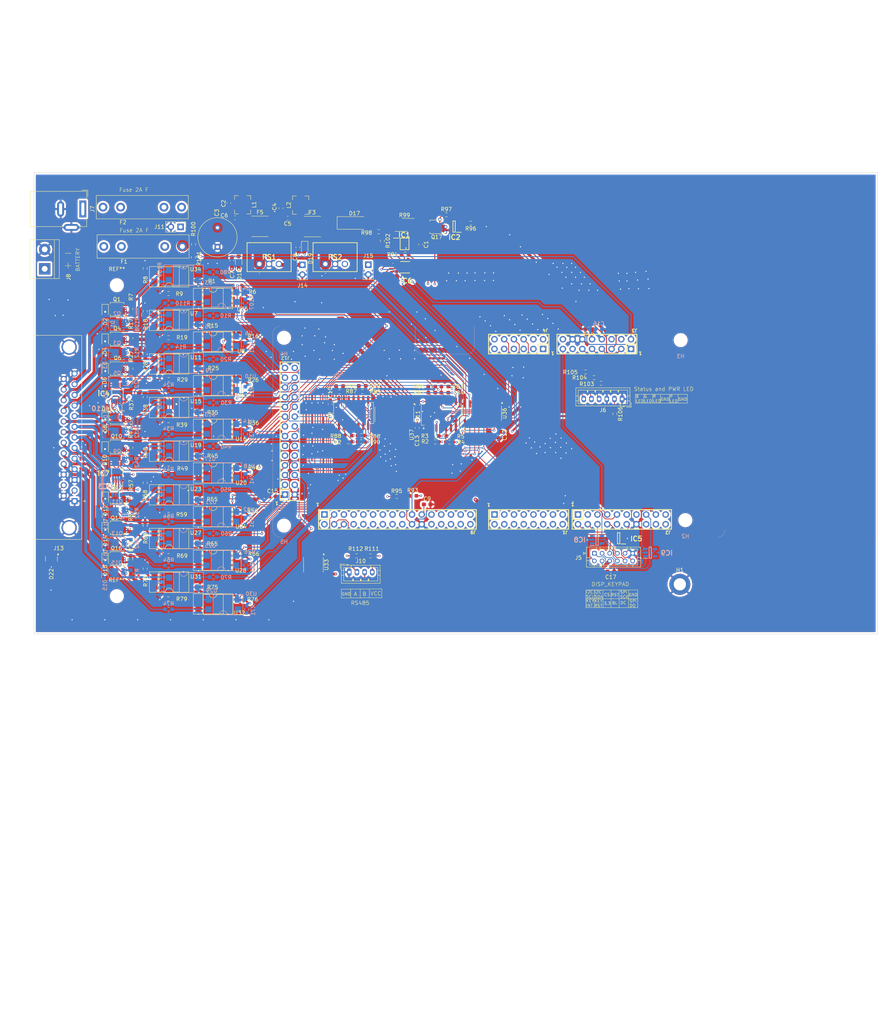
<source format=kicad_pcb>
(kicad_pcb (version 20240108) (generator "pcbnew") (generator_version "8.0")
  (layers (0 "F.Cu" mixed) (1 "In1.Cu" signal) (2 "In2.Cu" signal) (31 "B.Cu" power) (34 "B.Paste" user) (35 "F.Paste" user) (36 "B.SilkS" user "B.Silkscreen") (37 "F.SilkS" user "F.Silkscreen") (38 "B.Mask" user) (39 "F.Mask" user) (44 "Edge.Cuts" user))
  (net 0 "")
  (net 1 "GND")
  (net 2 "+3V3")
  (net 3 "+24V")
  (net 4 "Net-(D19-K)")
  (net 5 "Net-(D18-K)")
  (net 6 "+5V")
  (net 7 "/mosfet_drivers/MOS_1_OUT")
  (net 8 "/mosfet_drivers/MOS_2_OUT")
  (net 9 "/mosfet_drivers/MOS_3_OUT")
  (net 10 "/mosfet_drivers/MOS_4_OUT")
  (net 11 "/mosfet_drivers/MOS_5_OUT")
  (net 12 "/mosfet_drivers/MOS_6_OUT")
  (net 13 "/mosfet_drivers/MOS_7_OUT")
  (net 14 "/mosfet_drivers/MOS_8_OUT")
  (net 15 "/mosfet_drivers/MOS_9_OUT")
  (net 16 "/mosfet_drivers/MOS_10_OUT")
  (net 17 "/mosfet_drivers/MOS_11_OUT")
  (net 18 "/mosfet_drivers/MOS_12_OUT")
  (net 19 "/mosfet_drivers/MOS_13_OUT")
  (net 20 "/mosfet_drivers/MOS_14_OUT")
  (net 21 "/mosfet_drivers/MOS_15_OUT")
  (net 22 "/mosfet_drivers/MOS_16_OUT")
  (net 23 "Net-(D17-A)")
  (net 24 "/RS485_A")
  (net 25 "/RS485_B")
  (net 26 "Net-(J8-Pin_1)")
  (net 27 "Net-(PS2-+VIN)")
  (net 28 "Net-(IC2-VDD)")
  (net 29 "Net-(PS1-+VIN)")
  (net 30 "/SHUNT_AMP_ALERT")
  (net 31 "/I2C_SDA")
  (net 32 "/I2C_SCL")
  (net 33 "Net-(IC1-VBUS)")
  (net 34 "Net-(IC1-IN-)")
  (net 35 "Net-(IC1-IN+)")
  (net 36 "/BAT_CHG_EN")
  (net 37 "Net-(IC2-IN-)")
  (net 38 "Net-(IC2-OUT)")
  (net 39 "/TEMP_ALERT")
  (net 40 "/DISPLAY_RST")
  (net 41 "/DISPLAY_SCK")
  (net 42 "/DISPLAY_DC")
  (net 43 "/DISPLAY_MOSI")
  (net 44 "/DISPLAY_CS")
  (net 46 "/DISPLAY_BL")
  (net 47 "/KEY_INT")
  (net 48 "/I2C_SCL1")
  (net 49 "/I2C_SDA1")
  (net 50 "/KEY_RST")
  (net 52 "/MOS_2_IN")
  (net 53 "/MCU_MOS_1_IN")
  (net 54 "/MOS_4_IN")
  (net 55 "/MCU_MOS_3_IN")
  (net 56 "/MCU_MOS_5_IN")
  (net 57 "/MCXN947_MCU/P0-12{slash}CS")
  (net 58 "/MCXN947_MCU/P0-9{slash}WR")
  (net 59 "/MCXN947_MCU/P0-7{slash}DC")
  (net 60 "/MCXN947_MCU/P0-13{slash}TE")
  (net 61 "/MCXN947_MCU/P2-9{slash}D1")
  (net 62 "/MCXN947_MCU/P2-10{slash}D2")
  (net 63 "/MCXN947_MCU/P2-11{slash}D3")
  (net 64 "/MOS_6_IN")
  (net 65 "/MCU_MOS_7_IN")
  (net 66 "/MOS_8_IN")
  (net 67 "/MOS_9_IN")
  (net 68 "/MOS_10_IN")
  (net 69 "/MOS_11_IN")
  (net 70 "/MOS_12_IN")
  (net 71 "/MOS_13_IN")
  (net 72 "/MOS_14_IN")
  (net 73 "/MOS_15_IN")
  (net 74 "/MOS_16_IN")
  (net 75 "/MCXN947_MCU/P4-23{slash}D15")
  (net 76 "/VOLT_MEAS_BATT")
  (net 77 "/BAT_CHG_SW")
  (net 78 "/MCXN947_MCU/RESET_B")
  (net 79 "/STATUS_LED_R")
  (net 80 "/STATUS_LED_G")
  (net 81 "/STATUS_LED_B")
  (net 82 "/MCXN947_MCU/P2-7{slash}PWM1_B0")
  (net 83 "/MCXN947_MCU/5-9VIN")
  (net 84 "/MOS_5_ON")
  (net 85 "/MCXN947_MCU/ADC0-A0")
  (net 86 "/MOS_6_ON")
  (net 87 "/MCXN947_MCU/ADC0-B0")
  (net 88 "/MOS_7_ON")
  (net 89 "/MOS_1_ON")
  (net 90 "/MCXN947_MCU/OP-1-INN{slash}P0-4")
  (net 91 "/MOS_2_ON")
  (net 92 "/MCXN947_MCU/P4-20{slash}P0-5")
  (net 93 "/MOS_3_ON")
  (net 94 "/MCXN947_MCU/OP-2-INN{slash}P1_10")
  (net 95 "/MOS_4_ON")
  (net 96 "/MCXN947_MCU/ADC1-B0")
  (net 97 "/MOS_16_ON")
  (net 98 "/MOS_8_ON")
  (net 99 "/MOS_15_ON")
  (net 100 "/MCXN947_MCU/P5-3{slash}P0-22")
  (net 101 "/MOS_14_ON")
  (net 102 "/MOS_13_ON")
  (net 103 "/MOS_12_ON")
  (net 104 "/MCXN947_MCU/P1_12{slash}TSI0_CH21")
  (net 105 "/MOS_11_ON")
  (net 106 "/MCXN947_MCU/P0-19{slash}TSI0_CH14")
  (net 107 "/MCXN947_MCU/VDDA")
  (net 108 "/MOS_10_ON")
  (net 109 "/MOS_9_ON")
  (net 110 "/MCXN947_MCU/P3-16{slash}P4-5")
  (net 111 "/RS485_RXD")
  (net 112 "/MCXN947_MCU/P3-17{slash}P4-13")
  (net 113 "/RS485_TXD")
  (net 114 "/MCXN947_MCU/P1-21{slash}SAI1_MCLK")
  (net 115 "/RS485_DE")
  (net 116 "/MCXN947_MCU/P3-18{slash}SAI1_RX_BLCK")
  (net 117 "/MCXN947_MCU/P0-30{slash}P4-13")
  (net 118 "/MCXN947_MCU/P3-17{slash}SAI1_TX_FS")
  (net 119 "/MCXN947_MCU/P1-21{slash}P2-7")
  (net 120 "/MCXN947_MCU/P3-19{slash}SAI1_RX_FS")
  (net 121 "/MCXN947_MCU/P1-2{slash}P2-3")
  (net 122 "/RS485_RE")
  (net 123 "/MCXN947_MCU/P1_15{slash}EZH_LCD_D11")
  (net 124 "/MCXN947_MCU/P1_14{slash}EZH_LCD_D10")
  (net 125 "/MCXN947_MCU/P4-3{slash}RXD2")
  (net 126 "/MCXN947_MCU/P4-2{slash}TXD2")
  (net 127 "/RS485_RTS")
  (net 128 "/MCXN947_MCU/P1_7{slash}EZH_LCD_D3_CAMERA_D3")
  (net 129 "/MCXN947_MCU/P1_6{slash}EZH_LCD_D2_CAMERA_D2")
  (net 130 "/MCXN947_MCU/P3_5{slash}EZH_LCD_D5_CAMERA_D5")
  (net 131 "/MCXN947_MCU/P3_4{slash}EZH_LCD_D4_CAMERA_D4")
  (net 132 "/MCXN947_MCU/P1_10{slash}EZH_LCD_D6_CAMERA_D6")
  (net 133 "/MCXN947_MCU/P2_2{slash}CAMERA_CLKIN")
  (net 134 "/MCXN947_MCU/P0_11{slash}EZH_CAMERA_HSYNC")
  (net 135 "/MCXN947_MCU/P1_23{slash}EZH_LCD_RD")
  (net 136 "/MCXN947_MCU/P1_22{slash}EZH_LCD_DC")
  (net 137 "/MCXN947_MCU/P2_0{slash}EZH_LCD_WR")
  (net 138 "/MCXN947_MCU/P4_4{slash}EZH_LCD_CS")
  (net 139 "/MCXN947_MCU/P4-1{slash}P1-17")
  (net 140 "/MCXN947_MCU/P4-0{slash}P1-16")
  (net 141 "/MCXN947_MCU/P5_9")
  (net 142 "/MCXN947_MCU/P1_9{slash}FC4_P1_UART_TXD_MCULINK")
  (net 143 "/MCXN947_MCU/P5_8")
  (net 144 "/MCXN947_MCU/P1_8{slash}FC4_P0_UART_RXD_MCULINK")
  (net 145 "Net-(J10-Pin_4)")
  (net 146 "Net-(Q1-G)")
  (net 147 "Net-(Q2-G)")
  (net 148 "Net-(Q3-G)")
  (net 149 "Net-(Q4-G)")
  (net 150 "Net-(Q5-G)")
  (net 151 "Net-(Q6-G)")
  (net 152 "Net-(Q7-G)")
  (net 153 "Net-(Q8-G)")
  (net 154 "Net-(Q9-G)")
  (net 155 "Net-(Q10-G)")
  (net 156 "Net-(Q11-G)")
  (net 157 "Net-(Q12-G)")
  (net 158 "Net-(Q13-G)")
  (net 159 "Net-(Q14-G)")
  (net 160 "Net-(Q15-G)")
  (net 161 "Net-(Q16-G)")
  (net 162 "Net-(Q17-D)")
  (net 163 "Net-(R1-Pad2)")
  (net 164 "Net-(R2-Pad1)")
  (net 165 "Net-(R4-Pad1)")
  (net 166 "Net-(R8-Pad1)")
  (net 167 "Net-(R9-Pad1)")
  (net 168 "/MOS_3_IN")
  (net 169 "Net-(R10-Pad2)")
  (net 170 "Net-(R13-Pad1)")
  (net 171 "Net-(R14-Pad1)")
  (net 172 "Net-(R15-Pad2)")
  (net 173 "Net-(R18-Pad1)")
  (net 174 "Net-(R19-Pad1)")
  (net 175 "/MOS_5_IN")
  (net 176 "Net-(R20-Pad2)")
  (net 177 "Net-(R23-Pad1)")
  (net 178 "Net-(R24-Pad1)")
  (net 179 "Net-(R25-Pad2)")
  (net 180 "Net-(R28-Pad1)")
  (net 181 "Net-(R29-Pad1)")
  (net 182 "/MOS_7_IN")
  (net 183 "Net-(R30-Pad2)")
  (net 184 "Net-(R33-Pad1)")
  (net 185 "Net-(R34-Pad1)")
  (net 186 "Net-(R35-Pad2)")
  (net 187 "Net-(R38-Pad1)")
  (net 188 "Net-(R39-Pad1)")
  (net 189 "Net-(R40-Pad2)")
  (net 190 "Net-(R43-Pad1)")
  (net 191 "Net-(R44-Pad1)")
  (net 192 "Net-(R45-Pad2)")
  (net 193 "Net-(R48-Pad1)")
  (net 194 "Net-(R49-Pad1)")
  (net 195 "Net-(R50-Pad2)")
  (net 196 "Net-(R53-Pad1)")
  (net 197 "Net-(R54-Pad1)")
  (net 198 "Net-(R55-Pad2)")
  (net 199 "Net-(R58-Pad1)")
  (net 200 "Net-(R59-Pad1)")
  (net 201 "Net-(R60-Pad2)")
  (net 202 "Net-(R63-Pad1)")
  (net 203 "Net-(R64-Pad1)")
  (net 204 "Net-(R65-Pad2)")
  (net 205 "Net-(R68-Pad1)")
  (net 206 "Net-(R69-Pad1)")
  (net 207 "Net-(R70-Pad2)")
  (net 208 "Net-(R73-Pad1)")
  (net 209 "Net-(R74-Pad1)")
  (net 210 "Net-(R75-Pad2)")
  (net 211 "Net-(R78-Pad1)")
  (net 212 "Net-(R79-Pad1)")
  (net 213 "/MOS_1_IN")
  (net 214 "Net-(R80-Pad2)")
  (net 215 "Net-(R81-Pad1)")
  (net 216 "Net-(R83-Pad1)")
  (net 217 "Net-(R85-Pad1)")
  (net 218 "Net-(R86-Pad1)")
  (net 219 "Net-(R87-Pad1)")
  (net 220 "Net-(R88-Pad1)")
  (net 221 "Net-(R109-Pad1)")
  (net 222 "Net-(R110-Pad1)")
  (net 223 "/MCU_MOS_9_IN")
  (net 224 "/MCU_MOS_11_IN")
  (net 225 "/MCU_MOS_13_IN")
  (net 226 "/MCU_MOS_15_IN")
  (net 228 "Net-(J6-Pin_2)")
  (net 229 "Net-(J6-Pin_4)")
  (net 230 "Net-(J6-Pin_5)")
  (net 231 "Net-(J6-Pin_6)")
  (net 232 "/MCXN947_MCU/P0-26{slash}FC1-SDI")
  (net 233 "/MCXN947_MCU/P5-2{slash}P0-14")
  (net 234 "/MCXN947_MCU/P0_4{slash}EZH_CAMERA_VSYNC")
  (net 235 "/SHIFT_REG_LAT")
  (net 236 "/MCXN947_MCU/P0_5{slash}EZH_CAMERA_PCLK")
  (net 237 "/MCXN947_MCU/P0-8{slash}RD")
  (net 238 "/MCXN947_MCU/P1_4{slash}EZH_LCD_D0_CAMERA_D0")
  (net 239 "/MCXN947_MCU/P1_5{slash}EZH_LCD_D1_CAMERA_D1")
  (net 240 "/SHIFT_REG_OE")
  (net 241 "/SHIFT_REG_SER")
  (net 242 "/MCXN947_MCU/P0-23{slash}P1-22")
  (net 243 "/MCXN947_MCU/P4-12{slash}P0-21")
  (net 244 "/SHIFT_REG_CLR")
  (net 245 "/MCXN947_MCU/OP-0-I{slash}P0-20")
  (net 246 "/MCXN947_MCU/P4-16{slash}P0-18")
  (net 247 "/SHIFT_REG_CLK")
  (net 248 "/MCXN947_MCU/P1-23{slash}P2-6")
  (net 249 "/MCXN947_MCU/P1_11{slash}EZH_LCD_D7_CAMERA_D7")
  (net 250 "/MCXN947_MCU/P1_19{slash}EZH_LCD_D15_CAMERA_RST")
  (net 251 "/MCXN947_MCU/P3-20{slash}SAI1_TXD0")
  (net 252 "/MCXN947_MCU/P3-21{slash}SAI1_RXD0")
  (net 253 "/MCXN947_MCU/P1_13{slash}EZH_LCD_D9")
  (net 254 "/MCXN947_MCU/P1_12{slash}EZH_LCD_D8")
  (net 255 "Net-(U36-QH')")
  (net 257 "Net-(F2-Pad2)")
  (footprint "Resistor_SMD:R_0603_1608Metric_Pad0.98x0.95mm_HandSolder" (layer "F.Cu") (at 133.1125 98.651428 180)
    (property "Reference" "R45")
    (property "Value" "1k")
  )
  (footprint "Library:P3T1755DPZ" (layer "F.Cu") (at 186.6046 49.4284 -90)
    (property "Reference" "IC6")
    (property "Value" "P3T1755DPZ" (hide yes))
  )
  (footprint "FRDM-MCXN947__Template__A.PcbLib:SSQ-110-03-T-D" (layer "F.Cu") (at 243.159014 115.160014 90)
    (property "Reference" "J2")
    (property "Value" "SSQ-110-03-T-D" (hide yes))
  )
  (footprint "Resistor_SMD:R_0603_1608Metric_Pad0.98x0.95mm_HandSolder" (layer "F.Cu") (at 124.8875 56.27 180)
    (property "Reference" "R9")
    (property "Value" "4.7k")
  )
  (footprint "Resistor_SMD:R_0603_1608Metric_Pad0.98x0.95mm_HandSolder" (layer "F.Cu") (at 115.062 67.9325 90)
    (property "Reference" "R17")
    (property "Value" "100k")
  )
  (footprint "Resistor_SMD:R_0603_1608Metric_Pad0.98x0.95mm_HandSolder" (layer "F.Cu") (at 235.9171 78.22)
    (property "Reference" "R104")
    (property "Value" "1k")
  )
  (footprint "Resistor_SMD:R_0603_1608Metric_Pad0.98x0.95mm_HandSolder" (layer "F.Cu") (at 179.7231 40.1574 180)
    (property "Reference" "R98")
    (property "Value" "0")
  )
  (footprint "Resistor_SMD:R_0603_1608Metric_Pad0.98x0.95mm_HandSolder" (layer "F.Cu") (at 186.6046 45.9994 180)
    (property "Reference" "R94")
    (property "Value" "10k")
  )
  (footprint "Capacitor_SMD:C_0603_1608Metric_Pad1.08x0.95mm_HandSolder" (layer "F.Cu") (at 189.873014 85.285514 -90)
    (property "Reference" "C11")
    (property "Value" "100n")
  )
  (footprint "Package_DIP:DIP-4_W7.62mm_SMDSocket_SmallPads" (layer "F.Cu") (at 125.0374 108.76153 180)
    (property "Reference" "U23")
    (property "Value" "PC817")
  )
  (footprint "Capacitor_SMD:C_0603_1608Metric_Pad1.08x0.95mm_HandSolder" (layer "F.Cu") (at 240.284 128.778 180)
    (property "Reference" "C17")
    (property "Value" "100n")
  )
  (footprint "Resistor_SMD:R_0603_1608Metric_Pad0.98x0.95mm_HandSolder" (layer "F.Cu") (at 203.7515 37.9222 180)
    (property "Reference" "R96")
    (property "Value" "4.7k")
  )
  (footprint "Resistor_SMD:R_0603_1608Metric_Pad0.98x0.95mm_HandSolder" (layer "F.Cu") (at 118.7958 116.827752 90)
    (property "Reference" "R68")
    (property "Value" "1k")
  )
  (footprint "Connector_Dsub:DSUB-25_Female_Horizontal_P2.77x2.84mm_EdgePinOffset7.70mm_Housed_MountingHolesOffset9.12mm" (layer "F.Cu") (at 100.376 110.4018 -90)
    (property "Reference" "J13")
    (property "Value" "UT_OUT")
  )
  (footprint "Resistor_SMD:R_0603_1608Metric_Pad0.98x0.95mm_HandSolder" (layer "F.Cu") (at 143.7125 67.7 180)
    (property "Reference" "R16")
    (property "Value" "100k")
  )
  (footprint "Package_SON:Diodes_PowerDI3333-8" (layer "F.Cu") (at 111.475 96.2176 180)
    (property "Reference" "Q10")
    (property "Value" "DMP3013SFV")
  )
  (footprint "Diode_SMD:D_SOD-323F" (layer "F.Cu") (at 143.2052 47.7188 -90)
    (property "Reference" "D18")
    (property "Value" "D")
  )
  (footprint "Package_DIP:DIP-4_W7.62mm_SMDSocket_SmallPads" (layer "F.Cu") (at 125.0374 63.264306 180)
    (property "Reference" "U7")
    (property "Value" "PC817")
  )
  (footprint "Resistor_SMD:R_0603_1608Metric_Pad0.98x0.95mm_HandSolder" (layer "F.Cu") (at 124.8875 90.5 180)
    (property "Reference" "R39")
    (property "Value" "4.7k")
  )
  (footprint "Capacitor_SMD:C_0603_1608Metric_Pad1.08x0.95mm_HandSolder" (layer "F.Cu") (at 167.073014 85.085514 -90)
    (property "Reference" "C10")
    (property "Value" "100n")
  )
  (footprint "Package_DIP:DIP-4_W7.62mm_SMDSocket_SmallPads" (layer "F.Cu") (at 136.5224 91.686084)
    (property "Reference" "U16")
    (property "Value" "PC817")
  )
  (footprint "Resistor_SMD:R_0603_1608Metric_Pad0.98x0.95mm_HandSolder" (layer "F.Cu") (at 175.46 81.87)
    (property "Reference" "R85")
    (property "Value" "DNP")
  )
  (footprint "Connector_BarrelJack:BarrelJack_Wuerth_6941xx301002" (layer "F.Cu") (at 102.53 34.23 -90)
    (property "Reference" "J7")
    (property "Value" "Barrel_Jack_MountingPin")
  )
  (footprint "Resistor_SMD:R_0603_1608Metric_Pad0.98x0.95mm_HandSolder" (layer "F.Cu") (at 169.5 81.9 180)
    (property "Reference" "R87")
    (property "Value" "DNP")
  )
  (footprint "Wavenumber:SSQ-108-03-T-D" (layer "F.Cu") (at 236.669014 69.453014 -90)
    (property "Reference" "J3")
    (property "Value" "SSQ-108-03-T-D" (hide yes))
  )
  (footprint "Package_DIP:DIP-4_W7.62mm_SMDSocket_SmallPads" (layer "F.Cu") (at 136.5224 103.066312)
    (property "Reference" "U20")
    (property "Value" "PC817")
  )
  (footprint "Library:R78K3305" (layer "F.Cu") (at 165.8112 48.5648)
    (property "Reference" "PS2")
    (property "Value" "R-78CK5.0-0.5" (hide yes))
  )
  (footprint "Capacitor_SMD:C_0603_1608Metric_Pad1.08x0.95mm_HandSolder" (layer "F.Cu") (at 192.3785 111.252)
    (property "Reference" "C9")
    (property "Value" "100n")
  )
  (footprint "Diode_SMD:D_SOD-323F" (layer "F.Cu") (at 108.3594 117.6235 -90)
    (property "Reference" "D14")
    (property "Value" "BAS16J")
  )
  (footprint "Capacitor_SMD:C_0603_1608Metric_Pad1.08x0.95mm_HandSolder" (layer "F.Cu") (at 190.6686 43.4859 -90)
    (property "Reference" "C1")
    (property "Value" "100n")
  )
  (footprint "Diode_SMD:D_SOD-323F" (layer "F.Cu") (at 108.3594 125.603 -90)
    (property "Reference" "D16")
    (property "Value" "BAS16J")
  )
  (footprint "Package_SON:Diodes_PowerDI3333-8" (layer "F.Cu") (at 111.475 68.1274 180)
    (property "Reference" "Q4")
    (property "Value" "DMP3013SFV")
  )
  (footprint "Fuse:Fuseholder_Littelfuse_100_series_5x20mm" (layer "F.Cu") (at 128.295 33.75 180)
    (property "Reference" "F2")
    (property "Value" "GLASS T3")
  )
  (footprint "Resistor_SMD:R_0603_1608Metric_Pad0.98x0.95mm_HandSolder" (layer "F.Cu") (at 133.1125 121.417142 180)
    (property "Reference" "R65")
    (property "Value" "1k")
  )
  (footprint "Package_DIP:DIP-4_W7.62mm_SMDSocket_SmallPads" (layer "F.Cu") (at 125.0374 86.012918 180)
    (property "Reference" "U15")
    (property "Value" "PC817")
  )
  (footprint "Package_SO:SOIC-16_3.9x9.9mm_P1.27mm" (layer "F.Cu") (at 206.678015 87.523014 -90)
    (property "Reference" "U36")
    (property "Value" "74HC595")
  )
  (footprint "Library:SOP50P490X110-10N" (layer "F.Cu") (at 186.4776 43.3324)
    (property "Reference" "IC1")
    (property "Value" "INA237AIDGSR" (hide yes))
  )
  (footprint "FRDM-MCXN947__Template__A.PcbLib:SSQ-108-03-T-D" (layer "F.Cu") (at 218.838014 115.160014 90)
    (property "Reference" "J1")
    (property "Value" "SSQ-108-03-T-D" (hide yes))
  )
  (footprint "Resistor_SMD:R_0603_1608Metric_Pad0.98x0.95mm_HandSolder" (layer "F.Cu") (at 124.93 78.69 180)
    (property "Reference" "R29")
    (property "Value" "4.7k")
  )
  (footprint "Package_DIP:DIP-4_W7.62mm_SMDSocket_SmallPads" (layer "F.Cu") (at 136.51 137.207)
    (property "Reference" "U32")
    (property "Value" "PC817")
  )
  (footprint "Resistor_SMD:R_0603_1608Metric_Pad0.98x0.95mm_HandSolder" (layer "F.Cu") (at 115.062 88.773 90)
    (property "Reference" "R37")
    (property "Value" "100k")
  )
  (footprint "Resistor_SMD:R_0603_1608Metric_Pad0.98x0.95mm_HandSolder" (layer "F.Cu") (at 143.7125 90.4 180)
    (property "Reference" "R36")
    (property "Value" "100k")
  )
  (footprint "Resistor_SMD:R_0603_1608Metric_Pad0.98x0.95mm_HandSolder" (layer "F.Cu") (at 118.7958 94.455068 90)
    (property "Reference" "R48")
    (property "Value" "1k")
  )
  (footprint "Package_SON:Diodes_PowerDI3333-8" (layer "F.Cu") (at 194.8596 38.8874 180)
    (property "Reference" "Q17")
    (property "Value" "DMP3013SFV")
  )
  (footprint "Resistor_SMD:R_0603_1608Metric_Pad0.98x0.95mm_HandSolder" (layer "F.Cu") (at 133.1125 64.502857 180)
    (property "Reference" "R15")
    (property "Value" "1k")
  )
  (footprint "Diode_SMD:D_SOD-323F" (layer "F.Cu") (at 108.3594 88.8376 -90)
    (property "Reference" "D8")
    (property "Value" "BAS16J")
  )
  (footprint "TerminalBlock:TerminalBlock_bornier-2_P5.08mm" (layer "F.Cu") (at 92.575 49.84 90)
    (property "Reference" "J8")
    (property "Value" "Battery")
  )
  (footprint "Resistor_SMD:R_0603_1608Metric_Pad0.98x0.95mm_HandSolder" (layer "F.Cu") (at 124.8875 101.8 180)
    (property "Reference" "R49")
    (property "Value" "4.7k")
  )
  (footprint "Capacitor_SMD:C_0603_1608Metric_Pad1.08x0.95mm_HandSolder" (layer "F.Cu") (at 152.0375 109.22)
    (property "Reference" "C15")
    (property "Value" "100n")
  )
  (footprint "Library:SOT95P280X145-5N" (layer "F.Cu") (at 199.4008 38.801 180)
    (property "Reference" "IC2" (hide yes))
    (property "Value" "UCC27536DBVR" (hide yes))
  )
  (footprint "Resistor_SMD:R_0603_1608Metric_Pad0.98x0.95mm_HandSolder" (layer "F.Cu") (at 143.8875 124.7 180)
    (property "Reference" "R66")
    (property "Value" "100k")
  )
  (footprint "Resistor_SMD:R_0603_1608Metric_Pad0.98x0.95mm_HandSolder" (layer "F.Cu") (at 115.062 96.4711 90)
    (property "Reference" "R47")
    (property "Value" "100k")
  )
  (footprint "Resistor_SMD:R_0603_1608Metric_Pad0.98x0.95mm_HandSolder" (layer "F.Cu") (at 169.5125 80.4)
    (property "Reference" "R91")
    (property "Value" "0")
  )
  (footprint "Resistor_SMD:R_0603_1608Metric_Pad0.98x0.95mm_HandSolder" (layer "F.Cu") (at 193.573014 80.523014)
    (property "Reference" "R81")
    (property "Value" "DNP")
  )
  (footprint "Resistor_SMD:R_0603_1608Metric_Pad0.98x0.95mm_HandSolder" (layer "F.Cu") (at 131.3688 46.8376 -90)
    (property "Reference" "R101")
    (property "Value" "10k")
  )
  (footprint "Resistor_SMD:R_0603_1608Metric_Pad0.98x0.95mm_HandSolder" (layer "F.Cu") (at 115.062 60.3075 90)
    (property "Reference" "R7")
    (property "Value" "100k")
  )
  (footprint "Package_SO:SO-14_5.3x10.2mm_P1.27mm" (layer "F.Cu") (at 196.048015 87.860514 90)
    (property "Reference" "U1")
    (property "Value" "74LS09")
  )
  (footprint "MountingHole:MountingHole_3.2mm_M3" (layer "F.Cu") (at 111.4044 135.1788)
    (property "Reference" "REF**")
    (property "Value" "MountingHole_3.2mm_M3")
  )
  (footprint "Diode_SMD:D_SOD-323F" (layer "F.Cu") (at 108.3594 60.6944 -90)
    (property "Reference" "D2")
    (property "Value" "BAS16J")
  )
  (footprint "Resistor_SMD:R_0603_1608Metric_Pad0.98x0.95mm_HandSolder" (layer "F.Cu") (at 143.7125 56.3 180)
    (property "Reference" "R6")
    (property "Value" "100k")
  )
  (footprint "Connector_PinHeader_2.54mm:PinHeader_1x02_P2.54mm_Vertical" (layer "F.Cu") (at 177 48.76)
    (property "Reference" "J15")
    (property "Value" "+5V")
  )
  (footprint "Resistor_SMD:R_0603_1608Metric_Pad0.98x0.95mm_HandSolder" (layer "F.Cu") (at 143.7125 79.1 180)
    (property "Reference" "R26")
    (property "Value" "100k")
  )
  (footprint "Capacitor_SMD:C_0603_1608Metric_Pad1.08x0.95mm_HandSolder" (layer "F.Cu") (at 155.9549 36.6268 180)
    (property "Reference" "C5")
    (property "Value" "10u")
  )
  (footprint "Package_SON:Diodes_PowerDI3333-8" (layer "F.Cu") (at 111.475 117.347 180)
    (property "Reference" "Q14")
    (property "Value" "DMP3013SFV")
  )
  (footprint "FRDM-MCXN947__Template__A.PcbLib:SSQ-116-03-T-D" (layer "F.Cu") (at 184.612024 115.160014 90)
    (property "Reference" "J9")
    (property "Value" "SSQ-116-03-T-D" (hide yes))
  )
  (footprint "Resistor_SMD:R_0603_1608Metric_Pad0.98x0.95mm_HandSolder" (layer "F.Cu") (at 115.062 109.5775 90)
    (property "Reference" "R57")
    (property "Value" "100k")
  )
  (footprint "Resistor_SMD:R_0603_1608Metric_Pad0.98x0.95mm_HandSolder" (layer "F.Cu") (at 233.7175 76.73)
    (property "Reference" "R105")
    (property "Value" "1k")
  )
  (footprint "MountingHole:MountingHole_3.2mm_M3_ISO14580_Pad_TopBottom" (layer "F.Cu") (at 258.3 132.1)
    (property "Reference" "H1")
    (property "Value" "M4 Shielding Hole")
  )
  (footprint "Connector_JST:JST_PHD_B12B-PHDSS_2x06_P2.00mm_Vertical" (layer "F.Cu") (at 236 124)
    (property "Reference" "J5")
    (property "Value" "Display and Keypad")
  )
  (footprint "Resistor_SMD:R_0603_1608Metric_Pad0.98x0.95mm_HandSolder" (layer "F.Cu") (at 175.173014 93.323014)
    (property "Reference" "R86")
    (property "Value" "DNP")
  )
  (footprint "Resistor_SMD:R_0603_1608Metric_Pad0.98x0.95mm_HandSolder" (layer "F.Cu") (at 124.8875 67.788571 180)
    (property "Reference" "R19")
    (property "Value" "4.7k")
  )
  (footprint "Resistor_SMD:R_0603_1608Metric_Pad0.98x0.95mm_HandSolder" (layer "F.Cu") (at 194.48 94.96)
    (property "Reference" "R2")
    (property "Value" "DNP")
  )
  (footprint "Resistor_SMD:R_0603_1608Metric_Pad0.98x0.95mm_HandSolder" (layer "F.Cu") (at 143.7125 113.2 180)
    (property "Reference" "R56")
    (property "Value" "100k")
  )
  (footprint "Package_SON:Diodes_PowerDI3333-8" (layer "F.Cu") (at 111.475 60.395 180)
    (property "Reference" "Q1")
    (property "Value" "DMP3013SFV")
  )
  (footprint "Capacitor_SMD:C_0603_1608Metric_Pad1.08x0.95mm_HandSolder" (layer "F.Cu") (at 158.654 44.2261 -90)
    (property "Reference" "C8")
    (property "Value" "1n")
  )
  (footprint "Connector_PinHeader_2.54mm:PinHeader_1x02_P2.54mm_Vertical" (layer "F.Cu") (at 159.8 48.8)
    (property "Reference" "J14")
    (property "Value" "+3.3V")
  )
  (footprint "Package_DIP:DIP-4_W7.62mm_SMDSocket_SmallPads" (layer "F.Cu") (at 125.0374 120.135836 180)
    (property "Reference" "U27")
    (property "Value" "PC817")
  )
  (footprint "Diode_SMD:D_SOD-323F" (layer "F.Cu") (at 108.3594 109.644 -90)
    (property "Reference" "D12")
    (property "Value" "BAS16J")
  )
  (footprint "Resistor_SMD:R_0603_1608Metric_Pad0.98x0.95mm_HandSolder" (layer "F.Cu") (at 177.5625 124.675 180)
    (property "Reference" "R111")
    (property "Value" "DNP")
  )
  (footprint "Package_DIP:DIP-4_W7.62mm_SMDSocket_SmallPads" (layer "F.Cu") (at 125.0374 74.638612 180)
    (property "Reference" "U11")
    (property "Value" "PC817")
  )
  (footprint "Resistor_SMD:R_0603_1608Metric_Pad0.98x0.95mm_HandSolder" (layer "F.Cu") (at 118.7958 105.64141 90)
    (property "Reference" "R58")
    (property "Value" "1k")
  )
  (footprint "Diode_SMD:D_SOD-323F" (layer "F.Cu") (at 160.42 44.27 -90)
    (property "Reference" "D19")
    (property "Value" "D")
  )
  (footprint "Package_SO:SO-14_5.3x10.2mm_P1.27mm" (layer "F.Cu") (at 173.173014 87.423014 90)
    (property "Reference" "U2")
    (property "Value" "74LS09")
  )
  (footprint "Resistor_SMD:R_0603_1608Metric_Pad0.98x0.95mm_HandSolder" (layer "F.Cu") (at 196.985514 80.523014)
    (property "Reference" "R83")
    (property "Value" "DNP")
  )
  (footprint "Resistor_SMD:R_0603_1608Metric_Pad0.98x0.95mm_HandSolder" (layer "F.Cu") (at 118.7958 72.082384 90)
    (property "Reference" "R28")
    (property "Value" "1k")
  )
  (footprint "Resistor_SMD:R_0603_1608Metric_Pad0.98x0.95mm_HandSolder" (layer "F.Cu") (at 133.1125 53.12 180)
    (property "Reference" "R1")
    (property "Value" "1k")
  )
  (footprint "Resistor_SMD:R_0603_1608Metric_Pad0.98x0.95mm_HandSolder" (layer "F.Cu") (at 131.4196 43.4359 -90)
    (property "Reference" "R100")
    (property "Value" "100k")
  )
  (footprint "Resistor_SMD:R_Shunt_Vishay_WSK2512_6332Metric_T2.21mm" (layer "F.Cu") (at 186.4776 38.3794 180)
    (property "Reference" "R99")
    (property "Value" "R_Shunt")
  )
  (footprint "Resistor_SMD:R_0603_1608Metric_Pad0.98x0.95mm_HandSolder" (layer "F.Cu") (at 143.7125 101.9 180)
    (property "Reference" "R46")
    (property "Value" "100k")
  )
  (footprint "Capacitor_SMD:C_0603_1608Metric_Pad1.08x0.95mm_HandSolder" (layer "F.Cu") (at 234.5025 65.56 180)
    (property "Reference" "C14")
    (property "Value" "100n")
  )
  (footprint "Capacitor_SMD:C_0603_1608Metric_Pad1.08x0.95mm_HandSolder" (layer "F.Cu") (at 154.2288 34.036 -90)
    (property "Reference" "C4")
    (property "Value" "10u")
  )
  (footprint "Resistor_SMD:R_0603_1608Metric_Pad0.98x0.95mm_HandSolder" (layer "F.Cu") (at 171.785514 93.323014)
    (property "Reference" "R88")
    (property "Value" "DNP")
  )
  (footprint "Resistor_SMD:R_0603_1608Metric_Pad0.98x0.95mm_HandSolder" (layer "F.Cu") (at 124.8125 135.9 180)
    (property "Reference" "R79")
    (property "Value" "4.7k")
  )
  (footprint "Resistor_SMD:R_0603_1608Metric_Pad0.98x0.95mm_HandSolder" (layer "F.Cu") (at 180.6864 42.545 -90)
    (property "Reference" "R102")
    (property "Value" "DNP")
  )
  (footprint "Package_DIP:DIP-4_W7.62mm_SMDSocket_SmallPads" (layer "F.Cu") (at 125.0374 51.89 180)
    (property "Reference" "U34")
    (property "Value" "PC817")
  )
  (footprint "MountingHole:MountingHole_3.2mm_M3" (layer "F.Cu") (at 111.4044 54.102)
    (property "Reference" "REF**")
    (property "Value" "MountingHole_3.2mm_M3")
  )
  (footprint "Capacitor_THT:C_Radial_D10.0mm_H12.5mm_P5.00mm" (layer "F.Cu") (at 137.668 39.1052 -90)
    (property "Reference" "C3")
    (property "Value" "220u")
  )
  (footprint "Capacitor_SMD:C_0603_1608Metric_Pad1.08x0.95mm_HandSolder" (layer "F.Cu") (at 142.2411 36.5 180)
    (property "Reference" "C6")
    (property "Value" "10u")
  )
  (footprint "Package_SO:SOIC-8_3.9x4.9mm_P1.27mm" (layer "F.Cu") (at 162.687 127 -90)
    (property "Reference" "U33")
    (property "Value" "SN65HVD11HD")
  )
  (footprint "Library:P3T1755DPZ" (layer "F.Cu") (at 111.5625 82.2249)
    (property "Reference" "IC4")
    (property "Value" "P3T1755DPZ" (hide yes))
  )
  (footprint "Package_SON:Diodes_PowerDI3333-8" (layer "F.Cu") (at 111.475 75.8598 180)
    (property "Reference" "Q6")
    (property "Value" "DMP3013SFV")
  )
  (footprint "Wavenumber:SSQ-114-03-T-D" (layer "F.Cu") (at 156.545014 92.179014 180)
    (property "Reference" "J12")
    (property "Value" "SSQ-114-03-T-D" (hide yes))
  )
  (footprint "Library:P3T1755DPZ" (layer "F.Cu") (at 111.525 102.845)
    (property "Reference" "IC7")
    (property "Value" "P3T1755DPZ" (hide yes))
  )
  (footprint "Resistor_SMD:R_0603_1608Metric_Pad0.98x0.95mm_HandSolder" (layer "F.Cu") (at 124.8875 113.862855 180)
    (property "Reference" "R59")
    (property "Value" "4.7k")
  )
  (footprint "Resistor_SMD:R_0603_1608Metric_Pad0.98x0.95mm_HandSolder" (layer "F.Cu") (at 198.185514 95.023014)
    (property "Reference" "R4")
    (property "Value" "DNP")
  )
  (footprint "Package_SON:Diodes_PowerDI3333-8" (layer "F.Cu") (at 111.475 125.349 180)
    (property "Reference" "Q16")
    (property "Value" "DMP3013SFV")
  )
  (footprint "Resistor_SMD:R_0603_1608Metric_Pad0.98x0.95mm_HandSolder" (layer "F.Cu") (at 133.1125 132.8 180)
    (property "Reference" "R75")
    (property "Value" "1k")
  )
  (footprint "Package_SO:SOIC-16_3.9x9.9mm_P1.27mm" (layer "F.Cu") (at 183.798014 87.798014 -90)
    (property "Reference" "U37")
    (property "Value" "74HC595")
  )
  (footprint "Resistor_SMD:R_0603_1608Metric_Pad0.98x0.95mm_HandSolder" (layer "F.Cu") (at 175.45 80.35 180)
    (property "Reference" "R89")
    (property "Value" "0")
  )
  (footprint "Resistor_SMD:R_0603_1608Metric_Pad0.98x0.95mm_HandSolder" (layer "F.Cu") (at 115.0112 125.5795 90)
    (property "Reference" "R77")
    (property "Value" "100k")
  )
  (footprint "Resistor_SMD:R_0603_1608Metric_Pad0.98x0.95mm_HandSolder" (layer "F.Cu") (at 175.173014 94.923014 180)
    (property "Reference" "R90")
    (property "Value" "0")
  )
  (footprint "Resistor_SMD:R_0603_1608Metric_Pad0.98x0.95mm_HandSolder" (layer "F.Cu") (at 118.7958 49.7097 90)
    (property "Reference" "R8")
    (property "Value" "1k")
  )
  (footprint "Diode_SMD:D_SOD-323F" (layer "F.Cu") (at 108.3564 76.1668 -90)
    (property "Reference" "D6")
    (property "Value" "BAS16J")
  )
  (footprint "Connector_JST:JST_PH_B4B-PH-K_1x04_P2.00mm_Vertical" (layer "F.Cu") (at 172.04 128.92)
    (property "Reference" "J10")
    (property "Value" "Temp Sensor RS485")
  )
  (footprint "Package_SON:Diodes_PowerDI3333-8" (layer "F.Cu") (at 111.475 88.525 180)
    (property "Reference" "Q8")
    (property "Value" "DMP3013SFV")
  )
  (footprint "Wavenumber:SSQ-106-03-T-D" (layer "F.Cu") (at 216.273014 69.453014 -90)
    (property "Reference" "J4")
    (property "Value" "SSQ-106-03-T-D" (hide yes))
  )
  (footprint "Fuse:Fuse_2920_7451Metric_Pad2.10x5.45mm_HandSolder" (layer "F.Cu") (at 148.7424 38.7604)
    (property "Reference" "F5")
    (property "Value" "Fuse")
  )
  (footprint "Diode_SMD:D_SOD-323F" (layer "F.Cu") (at 108.3594 96.5122 -90)
    (property "Reference" "D10")
    (property "Value" "BAS16J")
  )
  (footprint "Capacitor_SMD:C_0603_1608Metric_Pad1.08x0.95mm_HandSolder" (layer "F.Cu") (at 189.77 91.3 -90)
    (property "Reference" "C13")
    (property "Value" "100n")
  )
  (footprint "Resistor_SMD:R_0603_1608Metric_Pad0.98x0.95mm_HandSolder" (layer "F.Cu") (at 133.1125 110.034285 180)
    (property "Reference" "R55")
    (property "Value" "1k")
  )
  (footprint "Resistor_SMD:R_0603_1608Metric_Pad0.98x0.95mm_HandSolder" (layer "F.Cu") (at 124.8875 124.6 180)
    (property "Reference" "R69")
    (property "Value" "4.7k")
  )
  (footprint "Resistor_SMD:R_0603_1608Metric_Pad0.98x0.95mm_HandSolder" (layer "F.Cu") (at 171.785514 94.923014 180)
    (property "Reference" "R92")
    (property "Value" "0")
  )
  (footprint "Package_DIP:DIP-4_W7.62mm_SMDSocket_SmallPads" (layer "F.Cu") (at 136.51 125.823142)
    (property "Reference" "U28")
    (property "Value" "PC817")
  )
  (footprint "Resistor_SMD:R_0603_1608Metric_Pad0.98x0.95mm_HandSolder" (layer "F.Cu") (at 198.285514 93.423014 180)
    (property "Reference" "R5")
    (property "Value" "0")
  )
  (footprint "Resistor_SMD:R_0603_1608Metric_Pad0.98x0.95mm_HandSolder" (layer "F.Cu") (at 184.4175 109.19)
    (property "Reference" "R95")
    (property "Value" "10k")
  )
  (footprint "Library:R78K3305" (layer "F.Cu") (at 148.59 48.5648)
    (property "Reference" "PS1")
    (property "Value" "R-78K3.3-0.5" (hide yes))
  )
  (footprint "Resistor_SMD:R_0603_1608Metric_Pad0.98x0.95mm_HandSolder" (layer "F.Cu") (at 118.7958 83.268726 90)
    (property "Reference" "R38")
    (property "Value" "1k")
  )
  (footprint "Inductor_SMD:L_Bourns-SRN4018" (layer "F.Cu") (at 159.3596 33.2222 -90)
    (property "Reference" "L2")
    (property "Value" "100u")
  )
  (footprint "Package_DIP:DIP-4_W7.62mm_SMDSocket_SmallPads" (layer "F.Cu") (at 136.5224 57.5454)
    (property "Reference" "U35")
    (property "Value" "PC817")
  )
  (footprint "Resistor_SMD:R_0603_1608Metric_Pad0.98x0.95mm_HandSolder" (layer "F.Cu") (at 133.1125 87.268571 180)
    (property "Reference" "R35")
    (property "Value" "1k")
  )
  (footprint "Resistor_SMD:R_0603_1608Metric_Pad0.98x0.95mm_HandSolder" (layer "F.Cu") (at 188.6483 109.0108 180)
    (property "Reference" "R93")
    (property "Value" "10k")
  )
  (footprint "Capacitor_SMD:C_0603_1608Metric_Pad1.08x0.95mm_HandSolder" (layer "F.Cu") (at 211.173014 93.160514 -90)
    (property "Reference" "C12")
    (property "Value" "100n")
  )
  (footprint "Resistor_SMD:R_0603_1608Metric_Pad0.98x0.95mm_HandSolder" (layer "F.Cu") (at 133.1125 75.885714 180)
    (property "Reference" "R25")
    (property "Value" "1k")
  )
  (footprint "Package_DIP:DIP-4_W7.62mm_SMDSocket_SmallPads" (layer "F.Cu") (at 136.5224 68.925628)
    (property "Reference" "U8")
    (property "Value" "PC817")
  )
  (footprint "Inductor_SMD:L_Bourns-SRN4018" (layer "F.Cu") (at 144.2212 33.1206 -90)
    (property "Reference" "L1")
    (property "Value" "100u")
  )
  (footprint "Resistor_SMD:R_0603_1608Metric_Pad0.98x0.95mm_HandSolder" (layer "F.Cu") (at 143.5875 136.2 180)
    (property "Reference" "R76")
    (property "Value" "100k")
  )
  (footprint "Resistor_SMD:R_0603_1608Metric_Pad0.98x0.95mm_HandSolder" (layer "F.Cu") (at 193.585514 82.123014 180)
    (property "Reference" "R82")
    (property "Value" "0")
  )
  (footprint "Package_DIP:DIP-4_W7.62mm_SMDSocket_SmallPads" (layer "F.Cu") (at 136.5224 114.44654)
    (property "Reference" "U24")
    (property "Value" "PC817")
  )
  (footprint "Resistor_SMD:R_0603_1608Metric_Pad0.98x0.95mm_HandSolder" (layer "F.Cu") (at 115.062 75.8575 90)
    (property "Reference" "R27")
    (property "Value" "100k")
  )
  (footprint "Library:SOT95P280X145-5N" (layer "F.Cu") (at 242.336 120.076 180)
    (property "Reference" "IC5")
    (property "Value" "ESDS304DBVR" (hide yes))
  )
  (footprint "Resistor_SMD:R_0603_1608Metric_Pad0.98x0.95mm_HandSolder" (layer "F.Cu") (at 115.062 117.5785 90)
    (property "Reference" "R67")
    (property "Value" "100k")
  )
  (footprint "Package_DIP:DIP-4_W7.62mm_SMDSocket_SmallPads" (layer "F.Cu") (at 125.0374 97.387224 180)
    (property "Reference" "U19")
    (property "Value" "PC817")
  )
  (footprint "Capacitor_SMD:C_0603_1608Metric_Pad1.08x0.95mm_HandSolder" (layer "F.Cu") (at 140.6183 32.6763 -90)
    (property "Reference" "C2")
    (property "Value" "10u")
  )
  (footprint "Package_SON:Diodes_PowerDI3333-8" (layer "F.Cu") (at 111.475 109.345 180)
    (property "Reference" "Q12")
    (property "Value" "DMP3013SFV")
  )
  (footprint "Resistor_SMD:R_0603_1608Metric_Pad0.98x0.95mm_HandSolder" (layer "F.Cu") (at 118.7958 60.896042 90)
    (property "Reference" "R18")
    (property "Value" "1k")
  )
  (footprint "Package_TO_SOT_SMD:SOT-23" (layer "F.Cu") (at 94.325 125.4625 -90)
    (property "Reference" "D22")
    (property "Value" "SM712_SOT23")
  )
  (footprint "Capacitor_SMD:C_0603_1608Metric_Pad1.08x0.95mm_HandSolder" (layer "F.Cu") (at 141.4302 47.7063 -90)
    (property "Reference" "C7")
    (property "Value" "1n")
  )
  (footprint "Resistor_SMD:R_0603_1608Metric_Pad0.98x0.95mm_HandSolder" (layer "F.Cu") (at 118.7958 128.0141 90)
    (property "Reference" "R78")
    (property "Value" "1k")
  )
  (footprint "Resistor_SMD:R_0603_1608Metric_Pad0.98x0.95mm_HandSolder" (layer "F.Cu") (at 237.73 79.68)
    (property "Reference" "R103")
    (property "Value" "1k")
  )
  (footprint "Package_DIP:DIP-4_W7.62mm_SMDSocket_SmallPads" (layer "F.Cu") (at 125.0442 131.4958 180)
    (property "Reference" "U31")
    (property "Value" "PC817")
  )
  (footprint "Fuse:Fuseholder_Littelfuse_100_series_5x20mm" (layer "F.Cu") (at 128.5 44 180)
    (property "Reference" "F1")
    (property "Value" "GLASS T3")
  )
  (footprint "Package_DIP:DIP-4_W7.62mm_SMDSocket_SmallPads" (layer "F.Cu") (at 136.5224 80.305856)
    (property "Reference" "U12")
    (property "Value" "PC817")
  )
  (footprint "Fuse:Fuse_2920_7451Metric_Pad2.10x5.45mm_HandSolder" (layer "F.Cu") (at 162.4076 38.8112)
    (property "Reference" "F3")
    (property "Value" "Fuse")
  )
  (footprint "Resistor_SMD:R_0603_1608Metric_Pad0.98x0.95mm_HandSolder" (layer "F.Cu") (at 194.475933 93.423014 180)
    (property "Reference" "R3")
    (property "Value" "0")
  )
  (footprint "Resistor_SMD:R_0603_1608Metric_Pad0.98x0.95mm_HandSolder" (layer "F.Cu") (at 241.34 87.64 -90)
    (property "Reference" "R106")
    (property "Value" "1k")
  )
  (footprint "Resistor_SMD:R_0603_1608Metric_Pad0.98x0.95mm_HandSolder" (layer "F.Cu") (at 197.3834 35.7378)
    (property "Reference" "R97")
    (property "Value" "100k")
  )
  (footprint "Diode_SMD:D_SMA_Handsoldering" (layer "F.Cu") (at 173.3966 37.8714)
    (property "Reference" "D17")
    (property "Value" "SS510")
  )
  (footprint "Connector_PinHeader_2.54mm:PinHeader_1x02_P2.54mm_Vertical" (layer "F.Cu") (at 128.04 38.9 -90)
    (property "Reference" "J11")
    (property "Value" "+24V")
  )
  (footprint "Resistor_SMD:R_0603_1608Metric_Pad0.98x0.95mm_HandSolder" (layer "F.Cu") (at 196.960514 82.123014 180)
    (property "Reference" "R84")
    (property "Value" "0")
  )
  (footprint "Resistor_SMD:R_0603_1608Metric_Pad0.98x0.95mm_HandSolder" (layer "F.Cu") (at 173.9125 124.675 180)
    (property "Reference" "R112")
    (property "Value" "DNP")
  )
  (footprint "Connector_JST:JST_PH_B6B-PH-K_1x06_P2.00mm_Vertical" (layer "F.Cu") (at 243.2304 83.7692 180)
    (property "Reference" "J6")
    (property "Value" "LEDs")
  )
  (footprint "Diode_SMD:D_SOD-323F" (layer "F.Cu") (at 108.3594 68.42 -90)
    (property "Reference" "D4")
    (property "Value" "BAS16J")
  )
  (footprint "Resistor_SMD:R_0603_1608Metric_Pad0.98x0.95mm_HandSolder" (layer "B.Cu") (at 122.6 122.501784 -90)
    (property "Reference" "R63")
    (property "Value" "1k")
  )
  (footprint "Capacitor_SMD:C_0603_1608Metric_Pad1.08x0.95mm_HandSolder" (layer "B.Cu") (at 237.1355 65.532 180)
    (property "Reference" "C16")
    (property "Value" "100n")
  )
  (footprint "Resistor_SMD:R_0603_1608Metric_Pad0.98x0.95mm_HandSolder" (layer "B.Cu") (at 115.062 121.3885 -90)
    (property "Reference" "R62")
    (property "Value" "100k")
  )
  (footprint "Resistor_SMD:R_0603_1608Metric_Pad0.98x0.95mm_HandSolder" (layer "B.Cu") (at 122.6566 54.1039 -90)
    (property "Reference" "R109")
    (property "Value" "1k")
  )
  (footprint "Package_DIP:DIP-4_W7.62mm_SMDSocket_SmallPads" (layer "B.Cu") (at 138.6586 125.9078)
    (property "Reference" "U26")
    (property "Value" "PC817")
  )
  (footprint "Resistor_SMD:R_0603_1608Metric_Pad0.98x0.95mm_HandSolder" (layer "B.Cu") (at 115.062 129.3387 -90)
    (property "Reference" "R72")
    (property "Value" "100k")
  )
  (footprint "Resistor_SMD:R_0603_1608Metric_Pad0.98x0.95mm_HandSolder" (layer "B.Cu") (at 124.8875 58.7288 180)
    (property "Reference" "R110")
    (property "Value" "4.7k")
  )
  (footprint "Diode_SMD:D_SOD-323F" (layer "B.Cu") (at 108.41 72.16 -90)
    (property "Reference" "D3")
    (property "Value" "BAS16J")
  )
  (footprint "Resistor_SMD:R_0603_1608Metric_Pad0.98x0.95mm_HandSolder" (layer "B.Cu") (at 122.6 111.10357 -90)
    (property "Reference" "R53")
    (property "Value" "1k")
  )
  (footprint "Resistor_SMD:R_0603_1608Metric_Pad0.98x0.95mm_HandSolder" (layer "B.Cu") (at 115.062 64.1825 -90)
    (property "Reference" "R108")
    (property "Value" "100k")
  )
  (footprint "Resistor_SMD:R_0603_1608Metric_Pad0.98x0.95mm_HandSolder" (layer "B.Cu") (at 124.8875 81.538514 180)
    (property "Reference" "R24")
    (property "Value" "4.7k")
  )
  (footprint "Package_DIP:DIP-4_W7.62mm_SMDSocket_SmallPads" (layer "B.Cu") (at 128.8034 120.1928 180)
    (property "Reference" "U25")
    (property "Value" "PC817")
  )
  (footprint "Resistor_SMD:R_0603_1608Metric_Pad0.98x0.95mm_HandSolder" (layer "B.Cu") (at 144.9224 58.6975 -90)
    (property "Reference" "R107")
    (property "Value" "100k")
  )
  (footprint "Package_DIP:DIP-4_W7.62mm_SMDSocket_SmallPads" (layer "B.Cu") (at 128.8542 131.6228 180)
    (property "Reference" "U29")
    (property "Value" "PC817")
  )
  (footprint "Diode_SMD:D_SOD-323F" (layer "B.Cu") (at 108.385 121.613 -90)
    (property "Reference" "D13")
    (property "Value" "BAS16J")
  )
  (footprint "Diode_SMD:D_SOD-323F" (layer "B.Cu") (at 108.3848 113.6612 -90)
    (property "Reference" "D11")
    (property "Value" "BAS16J")
  )
  (footprint "Package_DIP:DIP-4_W7.62mm_SMDSocket_SmallPads" (layer "B.Cu") (at 138.7348 68.707)
    (property "Reference" "U6")
    (property "Value" "PC817")
  )
  (footprint "Resistor_SMD:R_0603_1608Metric_Pad0.98x0.95mm_HandSolder" (layer "B.Cu") (at 115.062 79.4825 -90)
    (property "Reference" "R22")
    (property "Value" "100k")
  )
  (footprint "Package_SON:Diodes_PowerDI3333-8" (layer "B.Cu") (at 111.4822 71.86 180)
    (property "Reference" "Q3")
    (property "Value" "DMP3013SFV")
  )
  (footprint "Resistor_SMD:R_0603_1608Metric_Pad0.98x0.95mm_HandSolder" (layer "B.Cu") (at 136.5699 50.68 180)
    (property "Reference" "R80")
    (property "Value" "1k")
  )
  (footprint "Resistor_SMD:R_0603_1608Metric_Pad0.98x0.95mm_HandSolder" (layer "B.Cu") (at 124.8875 115.753085 180)
    (property "Reference" "R54")
    (property "Value" "4.7k")
  )
  (footprint "Resistor_SMD:R_0603_1608Metric_Pad0.98x0.95mm_HandSolder" (layer "B.Cu") (at 115.1128 100.3027 -90)
    (property "Reference" "R42")
    (property "Value" "100k")
  )
  (footprint "Package_SON:Diodes_PowerDI3333-8" (layer "B.Cu") (at 111.4822 92.3832 180)
    (property "Reference" "Q7")
    (property "Value" "DMP3013SFV")
  )
  (footprint "Package_SON:Diodes_PowerDI3333-8" (layer "B.Cu") (at 111.4822 100.0566 180)
    (property "Reference" "Q9")
    (property "Value" "DMP3013SFV")
  )
  (footprint "Resistor_SMD:R_0603_1608Metric_Pad0.98x0.95mm_HandSolder" (layer "B.Cu") (at 145.2626 138.6078 -90)
    (property "Reference" "R71")
    (property "Value" "100k")
  )
  (footprint "Resistor_SMD:R_0603_1608Metric_Pad0.98x0.95mm_HandSolder" (layer "B.Cu") (at 136.5699 84.76 180)
    (property "Reference" "R30")
    (property "Value" "1k")
  )
  (footprint "Diode_SMD:D_SOD-323F" (layer "B.Cu") (at 108.39 64.51 -90)
    (property "Reference" "D1")
    (property "Value" "BAS16J")
  )
  (footprint "Resistor_SMD:R_0603_1608Metric_Pad0.98x0.95mm_HandSolder" (layer "B.Cu") (at 115.062 71.8075 -90)
    (property "Reference" "R12")
    (property "Value" "100k")
  )
  (footprint "Resistor_SMD:R_0603_1608Metric_Pad0.98x0.95mm_HandSolder" (layer "B.Cu") (at 115.062 92.6338 -90)
    (property "Reference" "R32")
    (property "Value" "100k")
  )
  (footprint "Resistor_SMD:R_0603_1608Metric_Pad0.98x0.95mm_HandSolder" (layer "B.Cu") (at 145.1 127.1125 -90)
    (property "Reference" "R61")
    (property "Value" "100k")
  )
  (footprint "Package_DIP:DIP-4_W7.62mm_SMDSocket_SmallPads" (layer "B.Cu") (at 138.7348 80.1624)
    (property "Reference" "U10")
    (property "Value" "PC817")
  )
  (footprint "Package_DIP:DIP-4_W7.62mm_SMDSocket_SmallPads" (layer "B.Cu") (at 138.7534 103.055428)
    (property "Reference" "U18")
    (property "Value" "PC817")
  )
  (footprint "Package_SON:Diodes_PowerDI3333-8" (layer "B.Cu") (at 111.475 121.498 180)
    (property "Reference" "Q13")
    (property "Value" "DMP3013SFV")
  )
  (footprint "Resistor_SMD:R_0603_1608Metric_Pad0.98x0.95mm_HandSolder" (layer "B.Cu") (at 144.9224 81.46987 -90)
    (property "Reference" "R21")
    (property "Value" "100k")
  )
  (footprint "Package_SON:Diodes_PowerDI3333-8" (layer "B.Cu") (at 111.4822 64.195 180)
    (property "Reference" "Q2")
    (property "Value" "DMP3013SFV")
  )
  (footprint "Resistor_SMD:R_0603_1608Metric_Pad0.98x0.95mm_HandSolder" (layer "B.Cu") (at 122.6 65.510714 -90)
    (property "Reference" "R13")
    (property "Value" "1k")
  )
  (footprint "MountingHole:MountingHole_3.2mm_M3" (layer "B.Cu") (at 258.509801 68.420228)
    (property "Reference" "H3")
    (property "Value" "MountingHole")
  )
  (footprint "Resistor_SMD:R_0603_1608Metric_Pad0.98x0.95mm_HandSolder" (layer "B.Cu") (at 136.5699 62.04 180)
    (property "Reference" "R10")
    (property "Value" "1k")
  )
  (footprint "Resistor_SMD:R_0603_1608Metric_Pad0.98x0.95mm_HandSolder" (layer "B.Cu") (at 122.6 76.908928 -90)
    (property "Reference" "R23")
    (property "Value" "1k")
  )
  (footprint "Package_DIP:DIP-4_W7.62mm_SMDSocket_SmallPads" (layer "B.Cu") (at 138.7348 91.6178)
    (property "Reference" "U14")
    (property "Value" "PC817")
  )
  (footprint "Package_DIP:DIP-4_W7.62mm_SMDSocket_SmallPads" (layer "B.Cu") (at 128.778 51.4858 180)
    (property "Reference" "U3")
    (property "Value" "PC817")
  )
  (footprint "Package_DIP:DIP-4_W7.62mm_SMDSocket_SmallPads" (layer "B.Cu") (at 128.8474 97.321656 180)
    (property "Reference" "U17")
    (property "Value" "PC817")
  )
  (footprint "Package_DIP:DIP-4_W7.62mm_SMDSocket_SmallPads" (layer "B.Cu") (at 128.8288 108.7628 180)
    (property "Reference" "U21")
    (property "Value" "PC817")
  )
  (footprint "Resistor_SMD:R_0603_1608Metric_Pad0.98x0.95mm_HandSolder" (layer "B.Cu") (at 136.5699 73.4 180)
    (property "Reference" "R20")
    (property "Value" "1k")
  )
  (footprint "Resistor_SMD:R_0603_1608Metric_Pad0.98x0.95mm_HandSolder" (layer "B.Cu") (at 136.5699 96.12 180)
    (property "Reference" "R40")
    (property "Value" "1k")
  )
  (footprint "Library:P3T1755DPZ" (layer "B.Cu") (at 111.4168 106.595)
    (property "Reference" "IC3")
    (property "Value" "P3T1755DPZ" (hide yes))
  )
  (footprint "Resistor_SMD:R_0603_1608Metric_Pad0.98x0.95mm_HandSolder" (layer "B.Cu") (at 136.5699 118.84 180)
    (property "Reference" "R60")
    (property "Value" "1k")
  )
  (footprint "Resistor_SMD:R_0603_1608Metric_Pad0.98x0.95mm_HandSolder" (layer "B.Cu") (at 124.86 103.52 180)
    (property "Reference" "R44")
    (property "Value" "4.7k")
  )
  (footprint "Resistor_SMD:R_0603_1608Metric_Pad0.98x0.95mm_HandSolder" (layer "B.Cu") (at 124.8875 92.943371 180)
    (property "Reference" "R34")
    (property "Value" "4.7k")
  )
  (footprint "MountingHole:MountingHole_3.2mm_M3" (layer "B.Cu") (at 155.019801 116.790228)
    (property "Reference" "H5")
    (property "Value" "MountingHole")
  )
  (footprint "Diode_SMD:D_SOD-323F" (layer "B.Cu") (at 108.4102 92.1044 -90)
    (property "Reference" "D7")
    (property "Value" "BAS16J")
  )
  (footprint "Package_DIP:DIP-4_W7.62mm_SMDSocket_SmallPads" (layer "B.Cu") (at 128.8474 74.4474 180)
    (property "Reference" "U9")
    (property "Value" "PC817")
  )
  (footprint "Resistor_SMD:R_0603_1608Metric_Pad0.98x0.95mm_HandSolder" (layer "B.Cu") (at 124.8875 127.2 180)
    (property "Reference" "R64")
    (property "Value" "4.7k")
  )
  (footprint "Package_DIP:DIP-4_W7.62mm_SMDSocket_SmallPads" (layer "B.Cu") (at 128.8474 85.9028 180)
    (property "Reference" "U13")
    (property "Value" "PC817")
  )
  (footprint "Resistor_SMD:R_0603_1608Metric_Pad0.98x0.95mm_HandSolder" (layer "B.Cu") (at 122.6 88.307142 -90)
    (property "Reference" "R33")
    (property "Value" "1k")
  )
  (footprint "Diode_SMD:D_SOD-323F" (layer "B.Cu") (at 108.42 100.37 -90)
    (property "Reference" "D9")
    (property "Value" "BAS16J")
  )
  (footprint "Diode_SMD:D_SOD-323F" (layer "B.Cu") (at 108.278 129.413 -90)
    (property "Reference" "D15")
    (property "Value" "BAS16J")
  )
  (footprint "Resistor_SMD:R_0603_1608Metric_Pad0.98x0.95mm_HandSolder" (layer "B.Cu") (at 136.5699 130.2 180)
    (property "Reference" "R70")
    (property "Value" "1k")
  )
  (footprint "Package_DIP:DIP-4_W7.62mm_SMDSocket_SmallPads" (layer "B.Cu") (at 138.7534 57.2008)
    (property "Reference" "U4")
    (property "Value" "PC817")
  )
  (footprint "Package_SON:Diodes_PowerDI3333-8" (layer "B.Cu") (at 111.403 129.073 180)
    (property "Reference" "Q15")
    (property "Value" "DMP3013SFV")
  )
  (footprint "Resistor_SMD:R_0603_1608Metric_Pad0.98x0.95mm_HandSolder" (layer "B.Cu") (at 144.9224 104.24224 -90)
    (property "Reference" "R41")
    (property "Value" "100k")
  )
  (footprint "Package_DIP:DIP-4_W7.62mm_SMDSocket_SmallPads" (layer "B.Cu") (at 138.7348 114.4778)
    (property "Reference" "U22")
    (property "Value" "PC817")
  )
  (footprint "MountingHole:MountingHole_3.2mm_M3" (layer "B.Cu") (at 259.734801 115.365228)
    (property "Reference" "H2")
    (property "Value" "MountingHole")
  )
  (footprint "Package_DIP:DIP-4_W7.62mm_SMDSocket_SmallPads" (layer "B.Cu") (at 139.16 137.3886)
    (property "Reference" "U30")
    (property "Value" "PC817")
  )
  (footprint "Library:P3T1755DPZ" (layer "B.Cu") (at 111.2464 86.391 180)
    (property "Reference" "IC10")
    (property "Value" "P3T1755DPZ" (hide yes))
  )
  (footprint "Resistor_SMD:R_0603_1608Metric_Pad0.98x0.95mm_HandSolder" (layer "B.Cu") (at 144.9224 70.083685 -90)
    (property "Reference" "R11")
    (property "Value" "100k")
  )
  (footprint "Resistor_SMD:R_0603_1608Metric_Pad0.98x0.95mm_HandSolder" (layer "B.Cu") (at 144.9224 115.628425 -90)
    (property "Reference" "R51")
    (property "Value" "100k")
  )
  (footprint "Resistor_SMD:R_0603_1608Metric_Pad0.98x0.95mm_HandSolder" (layer "B.Cu") (at 124.8875 70.133657 180)
    (property "Reference" "R14")
    (property "Value" "4.7k")
  )
  (footprint "Resistor_SMD:R_0603_1608Metric_Pad0.98x0.95mm_HandSolder" (layer "B.Cu") (at 136.5699 107.48 180)
    (property "Reference" "R50")
    (property "Value" "1k")
  )
  (footprint "Package_SON:Diodes_PowerDI3333-8" (layer "B.Cu") (at 111.4822 79.6828 180)
    (property "Reference" "Q5")
    (property "Value" "DMP3013SFV")
  )
  (footprint "Diode_SMD:D_SOD-323F" (layer "B.Cu") (at 108.42 79.98 -90)
    (property "Reference" "D5")
    (property "Value" "BAS16J")
  )
  (footprint "Resistor_SMD:R_0603_1608Metric_Pad0.98x0.95mm_HandSolder" (layer "B.Cu") (at 115.062 113.4383 -90)
    (property "Reference" "R52")
    (property "Value" "100k")
  )
  (footprint "Package_SON:Diodes_PowerDI3333-8" (layer "B.Cu") (at 111.4822 113.1734 180)
    (property "Reference" "Q11")
    (property "Value" "DMP3013SFV")
  )
  (footprint "Library:SOT95P280X145-5N" (layer "B.Cu") (at 250.591 123.825)
    (property "Reference" "IC9")
    (property "Value" "ESDS304DBVR" (hide yes))
  )
  (footprint "MountingHole:MountingHole_3.2mm_M3" (layer "B.Cu") (at 155.019801 67.810228)
    (property "Reference" "H4")
    (property "Value" "MountingHole")
  )
  (footprint "Resistor_SMD:R_0603_1608Metric_Pad0.98x0.95mm_HandSolder" (layer "B.Cu") (at 124.8875 138.6 180)
    (property "Reference" "R74")
    (property "Value" "4.7k")
  )
  (footprint "Resistor_SMD:R_0603_1608Metric_Pad0.98x0.95mm_HandSolder" (layer "B.Cu") (at 122.6 133.9 -90)
    (property "Reference" "R73")
    (property "Value" "1k")
  )
  (footprint "Resistor_SMD:R_0603_1608Metric_Pad0.98x0.95mm_HandSolder" (layer "B.Cu") (at 144.9224 92.856055 -90)
    (property "Reference" "R31")
    (property "Value" "100k")
  )
  (footprint "Library:SOT95P280X145-5N" (layer "B.Cu") (at 236.708 120.462)
    (property "Reference" "IC8")
    (property "Value" "ESDS304DBVR" (hide yes))
  )
  (footprint "Package_DIP:DIP-4_W7.62mm_SMDSocket_SmallPads" (layer "B.Cu") (at 128.778 62.9666 180)
    (property "Reference" "U5")
    (property "Value" "PC817")
  )
  (footprint "Resistor_SMD:R_0603_1608Metric_Pad0.98x0.95mm_HandSolder" (layer "B.Cu") (at 122.6 99.705356 -90)
    (property "Reference" "R43")
    (property "Value" "1k")
  )
  (gr_arc (start 204.700014 70.100013) (mid 204.114223 71.514224) (end 202.700012 72.100014) (stroke (width 0.05)) (layer "B.SilkS"))
  (gr_arc (start 191.300015 72.100014) (mid 189.885786 71.514233) (end 189.300014 70.100012) (stroke (width 0.05)) (layer "B.SilkS"))
  (gr_line (start 152.100014 66.800014) (end 152.100014 117.800013) (stroke (width 0.05)) (layer "B.SilkS"))
  (gr_arc (start 154.100016 119.800014) (mid 152.685787 119.214234) (end 152.100014 117.800013) (stroke (width 0.05)) (layer "B.SilkS"))
  (gr_arc (start 152.100014 66.800016) (mid 152.685796 65.385797) (end 154.100015 64.800014) (stroke (width 0.05)) (layer "B.SilkS"))
  (gr_line (start 189.300014 70.100014) (end 189.300014 64.800014) (stroke (width 0.05)) (layer "B.SilkS"))
  (gr_line (start 204.700014 64.800014) (end 204.700014 70.100013) (stroke (width 0.05)) (layer "B.SilkS"))
  (gr_line (start 309.614214 120.189204) (end 309.614214 69.189214) (stroke (width 0.05)) (layer "B.SilkS"))
  (gr_arc (start 270.100014 117.800012) (mid 269.514224 119.214223) (end 268.100013 119.800014) (stroke (width 0.05)) (layer "B.SilkS"))
  (gr_line (start 202.700014 72.100014) (end 191.300015 72.100014) (stroke (width 0.05)) (layer "B.SilkS"))
  (gr_line (start 233.78 138.16) (end 247.305 138.17) (stroke (width 0.1)) (layer "F.SilkS"))
  (gr_line (start 238.255 133.585) (end 238.255 135.86) (stroke (width 0.1)) (layer "F.SilkS"))
  (gr_line (start 260.245 82.55) (end 247.32 82.55) (stroke (width 0.1)) (layer "F.SilkS"))
  (gr_line (start 234.38 133.56) (end 233.78 133.56) (stroke (width 0.1)) (layer "F.SilkS"))
  (gr_line (start 247.305 135.585) (end 247.305 138.17) (stroke (width 0.1)) (layer "F.SilkS"))
  (gr_line (start 248.92 82.55) (end 248.92 84.85) (stroke (width 0.1)) (layer "F.SilkS"))
  (gr_line (start 257.87 84.85) (end 257.87 82.62) (stroke (width 0.1)) (layer "F.SilkS"))
  (gr_line (start 233.78 135.86) (end 247.305 135.86) (stroke (width 0.1)) (layer "F.SilkS"))
  (gr_line (start 242.455 133.57) (end 242.455 135.86) (stroke (width 0.1)) (layer "F.SilkS"))
  (gr_line (start 177.28 133.41) (end 177.3 135.6) (stroke (width 0.1)) (layer "F.SilkS"))
  (gr_line (start 244.92 138.08) (end 244.93 135.86) (stroke (width 0.1)) (layer "F.SilkS"))
  (gr_line (start 238.255 135.86) (end 238.255 138.135) (stroke (width 0.1)) (layer "F.SilkS"))
  (gr_line (start 180.55 133.29) (end 180.55 135.58) (stroke (width 0.1)) (layer "F.SilkS"))
  (gr_line (start 240.33 133.6) (end 240.33 135.86) (stroke (width 0.1)) (layer "F.SilkS"))
  (gr_line (start 172.42 133.31) (end 172.42 135.6) (stroke (width 0.1)) (layer "F.SilkS"))
  (gr_line (start 233.78 133.56) (end 233.78 135.86) (stroke (width 0.1)) (layer "F.SilkS"))
  (gr_line (start 246.72 82.55) (end 246.72 84.85) (stroke (width 0.1)) (layer "F.SilkS"))
  (gr_line (start 169.97 133.36) (end 169.97 135.66) (stroke (width 0.1)) (layer "F.SilkS"))
  (gr_line (start 235.98 135.86) (end 235.98 138.16) (stroke (width 0.1)) (layer "F.SilkS"))
  (gr_line (start 255.59 82.58) (end 255.58 84.795) (stroke (width 0.1)) (layer "F.SilkS"))
  (gr_line (start 253.27 82.59) (end 253.27 84.85) (stroke (width 0.1)) (layer "F.SilkS"))
  (gr_line (start 251.195 82.575) (end 251.195 84.85) (stroke (width 0.1)) (layer "F.SilkS"))
  (gr_line (start 242.455 135.86) (end 242.455 138.16) (stroke (width 0.1)) (layer "F.SilkS"))
  (gr_line (start 247.305 133.56) (end 234.38 133.56) (stroke (width 0.1)) (layer "F.SilkS"))
  (gr_line (start 240.33 135.86) (end 240.33 138.15) (stroke (width 0.1)) (layer "F.SilkS"))
  (gr_line (start 169.97 135.66) (end 180.55 135.58) (stroke (width 0.1)) (layer "F.SilkS"))
  (gr_line (start 260.245 82.55) (end 260.245 84.85) (stroke (width 0.1)) (layer "F.SilkS"))
  (gr_line (start 246.72 84.85) (end 260.245 84.85) (stroke (width 0.1)) (layer "F.SilkS"))
  (gr_line (start 169.97 133.36) (end 180.55 133.29) (stroke (width 0.1)) (layer "F.SilkS"))
  (gr_line (start 233.78 135.86) (end 233.78 138.16) (stroke (width 0.1)) (layer "F.SilkS"))
  (gr_line (start 247.305 133.56) (end 247.305 135.56) (stroke (width 0.1)) (layer "F.SilkS"))
  (gr_line (start 244.93 135.86) (end 244.93 133.63) (stroke (width 0.1)) (layer "F.SilkS"))
  (gr_line (start 235.98 133.56) (end 235.98 135.86) (stroke (width 0.1)) (layer "F.SilkS"))
  (gr_line (start 247.32 82.55) (end 246.72 82.55) (stroke (width 0.1)) (layer "F.SilkS"))
  (gr_line (start 174.895 135.6) (end 174.895 133.37) (stroke (width 0.1)) (layer "F.SilkS"))
  (gr_rect (start 89.789 24.772) (end 309.859 145.034) (stroke (width 0.1)) (fill none) (layer "Edge.Cuts"))
  (gr_text "A" (at 173.17 135.19 0) (layer "F.SilkS") (effects (font (size 1 1) (thickness 0.1)) (justify left bottom)))
  (gr_text "1" (at 247.949984 71.881424 180) (layer "F.SilkS") (effects (font (size 0.8255 0.8255) (thickness 0.254) (bold yes))))
  (gr_text "GND" (at 253.22 84.275 0) (layer "F.SilkS") (effects (font (size 0.75 0.75) (thickness 0.1)) (justify left bottom)))
  (gr_text "G\nLED" (at 248.92 84.75 0) (layer "F.SilkS") (effects (font (size 0.75 0.75) (thickness 0.1)) (justify left bottom)))
  (gr_text "1" (at 153.116004 110.996024 180) (layer "F.SilkS") (effects (font (size 0.8255 0.8255) (thickness 0.254) (bold yes))))
  (gr_text "Status and PWR LED" (at 246.25 81.76 0) (layer "F.SilkS") (effects (font (size 1 1) (thickness 0.1)) (justify left bottom)))
  (gr_text "1" (at 225.089984 71.856024 180) (layer "F.SilkS") (effects (font (size 0.8255 0.8255) (thickness 0.254) (bold yes))))
  (gr_text "1" (at 208.402184 111.403824 180) (layer "F.SilkS") (effects (font (size 0.8255 0.8255) (thickness 0.254) (bold yes))))
  (gr_text "3.3" (at 238.38 137.51 0) (layer "F.SilkS") (effects (font (size 0.75 0.75) (thickness 0.1)) (justify left bottom)))
  (gr_text "SPI\nDO" (at 245.12 138.09 0) (layer "F.SilkS") (effects (font (size 0.75 0.75) (thickness 0.1)) (justify left bottom)))
  (gr_text "RST" (at 240.28 135.285 0) (layer "F.SilkS") (effects (font (size 0.75 0.75) (thickness 0.1)) (justify left bottom)))
  (gr_text "R\nLED" (at 251.22 84.73 0) (layer "F.SilkS") (effects (font (size 0.75 0.75) (thickness 0.1)) (justify left bottom)))
  (gr_text "Fuse 2A F" (at 111.96 29.8 0) (layer "F.SilkS") (effects (font (size 1 1) (thickness 0.1)) (justify left bottom)))
  (gr_text "I2C\nSDA" (at 235.98 135.76 0) (layer "F.SilkS") (effects (font (size 0.75 0.75) (thickness 0.1)) (justify left bottom)))
  (gr_text "1" (at 230.296984 111.327624 180) (layer "F.SilkS") (effects (font (size 0.8255 0.8255) (thickness 0.254) (bold yes))))
  (gr_text "Fuse 2A F" (at 112.06 40.39 0) (layer "F.SilkS") (effects (font (size 1 1) (thickness 0.1)) (justify left bottom)))
  (gr_text "CS" (at 238.505 135.235 0) (layer "F.SilkS") (effects (font (size 0.75 0.75) (thickness 0.1)) (justify left bottom)))
  (gr_text "GND" (at 257.845 84.275 0) (layer "F.SilkS") (effects (font (size 0.75 0.75) (thickness 0.1)) (justify left bottom)))
  (gr_text "-\n+" (at 97.4 50 0) (layer "F.SilkS") (effects (font (size 2 2) (thickness 0.1)) (justify left bottom)))
  (gr_text "B" (at 175.42 135.21 0) (layer "F.SilkS") (effects (font (size 1 1) (thickness 0.1)) (justify left bottom)))
  (gr_text "BATTERY" (at 101.8 50.6 90) (layer "F.SilkS") (effects (font (size 1 1) (thickness 0.1)) (justify left bottom)))
  (gr_text "I2C\nSCL" (at 233.78 135.76 0) (layer "F.SilkS") (effects (font (size 0.75 0.75) (thickness 0.1)) (justify left bottom)))
  (gr_text "KEY\nRST" (at 235.98 138.085 0) (layer "F.SilkS") (effects (font (size 0.75 0.75) (thickness 0.1)) (justify left bottom)))
  (gr_text "KEY\nINT" (at 233.78 138.06 0) (layer "F.SilkS") (effects (font (size 0.75 0.75) (thickness 0.1)) (justify left bottom)))
  (gr_text "VCC" (at 177.48 135.07 0) (layer "F.SilkS") (effects (font (size 1 1) (thickness 0.1)) (justify left bottom)))
  (gr_text "DISP_KEYPAD" (at 235.18 132.66 0) (layer "F.SilkS") (effects (font (size 1 1) (thickness 0.1)) (justify left bottom)))
  (gr_text "SPI\nSCK" (at 242.66 135.785 0) (layer "F.SilkS") (effects (font (size 0.75 0.75) (thickness 0.1)) (justify left bottom)))
  (gr_text "GND" (at 244.905 135.285 0) (layer "F.SilkS") (effects (font (size 0.75 0.75) (thickness 0.1)) (justify left bottom)))
  (gr_text "BL" (at 240.555 137.385 0) (layer "F.SilkS") (effects (font (size 0.75 0.75) (thickness 0.1)) (justify left bottom)))
  (gr_text "GND" (at 170.03 135.05 0) (layer "F.SilkS") (effects (font (size 0.75 0.75) (thickness 0.1)) (justify left bottom)))
  (gr_text "P\nLED" (at 255.6 84.775 0) (layer "F.SilkS") (effects (font (size 0.75 0.75) (thickness 0.1)) (justify left bottom)))
  (gr_text "B\nLED" (at 246.72 84.75 0) (layer "F.SilkS") (effects (font (size 0.75 0.75) (thickness 0.1)) (justify left bottom)))
  (gr_text "DC" (at 242.705 137.335 0) (layer "F.SilkS") (effects (font (size 0.75 0.75) (thickness 0.1)) (justify left bottom)))
  (gr_text "1" (at 163.774384 111.327624 180) (layer "F.SilkS") (effects (font (size 0.8255 0.8255) (thickness 0.254) (bold yes))))
  (gr_text "RS485" (at 172.41 137.56 0) (layer "F.SilkS") (effects (font (size 1 1) (thickness 0.1)) (justify left bottom)))
  (segment (start 188.6776 43.8324) (end 186.925 43.8324) (width 0.25) (layer "F.Cu") (net 1))
  (segment (start 140.4 70.3) (end 140.4 71.3706) (width 0.5) (layer "F.Cu") (net 1))
  (segment (start 244.536 120.076) (end 244.602 120.142) (width 0.2) (layer "F.Cu") (net 1))
  (segment (start 179.353014 85.323014) (end 178.775956 85.323014) (width 0.2) (layer "F.Cu") (net 1))
  (segment (start 157.343986 97.164014) (end 156.718 97.79) (width 0.25) (layer "F.Cu") (net 1))
  (segment (start 248.2088 115.190228) (end 248.2088 113.0554) (width 0.2) (layer "F.Cu") (net 1))
  (segment (start 186.925 44.375) (end 186.875 44.425) (width 0.25) (layer "F.Cu") (net 1))
  (segment (start 131.617 93.3) (end 131.191 93.726) (width 0.5) (layer "F.Cu") (net 1))
  (segment (start 130.95 86.21) (end 130.95 84.8998) (width 0.5) (layer "F.Cu") (net 1))
  (segment (start 154.2288 34.8985) (end 152.6015 34.8985) (width 0.25) (layer "F.Cu") (net 1))
  (segment (start 140.3 104.6) (end 140.3 105.6706) (width 0.5) (layer "F.Cu") (net 1))
  (segment (start 156.21 97.282) (end 151.892 97.282) (width 0.25) (layer "F.Cu") (net 1))
  (segment (start 156.450014 107.324014) (end 157.815014 108.689014) (width 0.25) (layer "F.Cu") (net 1))
  (segment (start 132.6 116.1) (end 132.6 117.1706) (width 0.5) (layer "F.Cu") (net 1))
  (segment (start 112.575 100.67) (end 112.67 100.67) (width 0.25) (layer "F.Cu") (net 1))
  (segment (start 111.275 99.77) (end 112.5 99.77) (width 0.25) (layer "F.Cu") (net 1))
  (segment (start 130.95 84.8998) (end 129.3368 83.2866) (width 0.5) (layer "F.Cu") (net 1))
  (segment (start 158.677986 102.434014) (end 157.328313 102.434014) (width 0.25) (layer "F.Cu") (net 1))
  (segment (start 202.233015 83.349131) (end 196.383884 77.5) (width 0.25) (layer "F.Cu") (net 1))
  (segment (start 163.8808 84.7852) (end 163.83 84.836) (width 0.25) (layer "F.Cu") (net 1))
  (segment (start 128.9 96.1) (end 128.9 95.0294) (width 0.5) (layer "F.Cu") (net 1))
  (segment (start 156.464 100.758327) (end 156.464 103.298327) (width 0.25) (layer "F.Cu") (net 1))
  (segment (start 160.0454 101.0666) (end 158.677986 102.434014) (width 0.25) (layer "F.Cu") (net 1))
  (segment (start 157.328313 102.434014) (end 156.464 103.298327) (width 0.25) (layer "F.Cu") (net 1))
  (segment (start 151.175 109.22) (end 153.070986 107.324014) (width 0.25) (layer "F.Cu") (net 1))
  (segment (start 111.8875 80.0499) (end 111.2375 80.0499) (width 0.2) (layer "F.Cu") (net 1))
  (segment (start 162.306 84.836) (end 162.306 82.677) (width 0.25) (layer "F.Cu") (net 1))
  (segment (start 189.6776 43.8324) (end 190.6686 42.8414) (width 0.25) (layer "F.Cu") (net 1))
  (segment (start 157.328313 94.814014) (end 152.435986 94.814014) (width 0.25) (layer "F.Cu") (net 1))
  (segment (start 112.575 99.845) (end 112.575 100.67) (width 0.25) (layer "F.Cu") (net 1))
  (segment (start 188.6776 43.8324) (end 189.6776 43.8324) (width 0.25) (layer "F.Cu") (net 1))
  (segment (start 199.858015 91.323014) (end 199.858015 89.358015) (width 0.25) (layer "F.Cu") (net 1))
  (segment (start 108.3594 126.703) (end 108.3594 125.8406) (width 0.5) (layer "F.Cu") (net 1))
  (segment (start 112.5 99.77) (end 112.575 99.845) (width 0.25) (layer "F.Cu") (net 1))
  (segment (start 156.464 99.822) (end 151.892 99.822) (width 0.25) (layer "F.Cu") (net 1))
  (segment (start 165.1 84.836) (end 165.1 97.282) (width 0.25) (layer "F.Cu") (net 1))
  (segment (start 189.873014 86.148014) (end 190.298014 86.148014) (width 0.2) (layer "F.Cu") (net 1))
  (segment (start 189.77 92.1625) (end 189.77 93.32) (width 0.2) (layer "F.Cu") (net 1))
  (segment (start 126.9492 83.504) (end 126.9492 85.1154) (width 0.5) (layer "F.Cu") (net 1))
  (segment (start 132.7 127.4647) (end 132.7 128.5353) (width 0.5) (layer "F.Cu") (net 1))
  (segment (start 184.2776 42.3324) (end 184.2776 42.8324) (width 0.25) (layer "F.Cu") (net 1))
  (segment (start 118.7754 71.096) (end 118.7754 70.0254) (width 0.5) (layer "F.Cu") (net 1))
  (segment (start 132.7 59) (end 132.7 60.0706) (width 0.5) (layer "F.Cu") (net 1))
  (segment (start 108.3265 96.82827) (end 108.3265 97.6369) (width 0.5) (layer "F.Cu") (net 1))
  (segment (start 111.2 100.67) (end 111.2 99.845) (width 0.25) (layer "F.Cu") (net 1))
  (segment (start 186.925 43.8324) (end 186.925 44.375) (width 0.25) (layer "F.Cu") (net 1))
  (segment (start 128.8 73.3) (end 128.8 72.2294) (width 0.5) (layer "F.Cu") (net 1))
  (segment (start 165.1604 84.7756) (end 165.1508 84.7852) (width 0.25) (layer "F.Cu") (net 1))
  (segment (start 108.3594 125.8406) (end 108.4 125.8) (width 0.5) (layer "F.Cu") (net 1))
  (segment (start 158.364747 99.894014) (end 157.328313 99.894014) (width 0.25) (layer "F.Cu") (net 1))
  (segment (start 132.7 81.8) (end 132.7 82.8706) (width 0.5) (layer "F.Cu") (net 1))
  (segment (start 140.3 59) (end 140.3 60.0706) (width 0.5) (layer "F.Cu") (net 1))
  (segment (start 189.77 93.32) (end 189.81 93.36) (width 0.2) (layer "F.Cu") (net 1))
  (segment (start 156.464 98.298) (end 156.464 99.822) (width 0.25) (layer "F.Cu") (net 1))
  (segment (start 94.325 126.4) (end 94.325 127.525) (width 0.2) (layer "F.Cu") (net 1))
  (segment (start 140.4 127.4) (end 140.4 128.4706) (width 0.5) (layer "F.Cu") (net 1))
  (segment (start 112.6125 84.3999) (end 112.6125 83.5749) (width 0.25) (layer "F.Cu") (net 1))
  (segment (start 140.4 138.8) (end 140.4 139.8706) (width 0.5) (layer "F.Cu") (net 1))
  (segment (start 163.83 84.836) (end 163.83 97.536) (width 0.25) (layer "F.Cu") (net 1))
  (segment (start 190.298014 86.148014) (end 191.173014 87.023014) (width 0.2) (layer "F.Cu") (net 1))
  (segment (start 178.775956 85.323014) (end 177.824485 86.274485) (width 0.2) (layer "F.Cu") (net 1))
  (segment (start 153.070986 107.324014) (end 156.450014 107.324014) (width 0.25) (layer "F.Cu") (net 1))
  (segment (start 108.347285 68.747285) (end 108.347285 69.547285) (width 0.5) (layer "F.Cu") (net 1))
  (segment (start 108.347285 69.547285) (end 108.4 69.6) (width 0.5) (layer "F.Cu") (net 1))
  (segment (start 129.02587 107.67) (end 128.8474 107.49153) (width 0.2) (layer "F.Cu") (net 1))
  (segment (start 108.3594 61.04397) (end 108.3594 61.7944) (width 0.5) (layer "F.Cu") (net 1))
  (segment (start 108.3564 89.1436) (end 108.3564 89.9668) (width 0.5) (layer "F.Cu") (net 1))
  (segment (start 128.8 50.6) (end 128.8 49.5294) (width 0.5) (layer "F.Cu") (net 1))
  (segment (start 243.586 120.076) (end 244.536 120.076) (width 0.2) (layer "F.Cu") (net 1))
  (segment (start 185.2776 42.8324) (end 184.2776 42.8324) (width 0.25) (layer "F.Cu") (net 1))
  (segment (start 165.1508 84.7852) (end 165.1 84.836) (width 0.25) (layer "F.Cu") (net 1))
  (segment (start 156.464 98.044) (end 156.464 98.298) (width 0.25) (layer "F.Cu") (net 1))
  (segment (start 108.4 76.5) (end 108.4 77.2232) (width 0.5) (layer "F.Cu") (net 1))
  (segment (start 156.718 97.79) (end 156.21 97.282) (width 0.25) (layer "F.Cu") (net 1))
  (segment (start 108.3265 97.6369) (end 108.3564 97.6668) (width 0.5) (layer "F.Cu") (net 1))
  (segment (start 108.3594 109.8406) (end 108.4 109.8) (width 0.5) (layer "F.Cu") (net 1))
  (segment (start 153.416 104.648) (end 153.552014 104.784014) (width 0.25) (layer "F.Cu") (net 1))
  (segment (start 132.7 70.4) (end 132.7 71.4706) (width 0.5) (layer "F.Cu") (net 1))
  (segment (start 118.7958 47.7266) (end 118.7704 47.7012) (width 0.5) (layer "F.Cu") (net 1))
  (segment (start 156.464 103.298327) (end 156.464 104.784014) (width 0.25) (layer "F.Cu") (net 1))
  (segment (start 158.962205 97.164014) (end 157.343986 97.164014) (width 0.25) (layer "F.Cu") (net 1))
  (segment (start 151.175 109.22) (end 150.368 109.22) (width 0.25) (layer "F.Cu") (net 1))
  (segment (start 162.306 82.677) (end 163.957 81.026) (width 0.25) (layer "F.Cu") (net 1))
  (segment (start 109.3216 78.005) (end 109.8426 78.005) (width 0.2) (layer "F.Cu") (net 1))
  (segment (start 151.175 106.889) (end 153.416 104.648) (width 0.25) (layer "F.Cu") (net 1))
  (segment (start 140.4 81.8) (end 140.4 82.8706) (width 0.5) (layer "F.Cu") (net 1))
  (segment (start 109.8426 78.005) (end 111.8875 80.0499) (width 0.2) (layer "F.Cu") (net 1))
  (segment (start 152.435986 94.814014) (end 151.75 95.5) (width 0.25) (layer "F.Cu") (net 1))
  (segment (start 159.979174 98.279587) (end 158.364747 99.894014) (width 0.25) (layer "F.Cu") (net 1))
  (segment (start 107.5415 113.1415) (end 107.5415 103.40195) (width 0.25) (layer "F.Cu") (net 1))
  (segment (start 128.9 61.9) (end 128.9 60.8294) (width 0.5) (layer "F.Cu") (net 1))
  (segment (start 157.328313 94.814014) (end 156.464 95.678327) (width 0.25) (layer "F.Cu") (net 1))
  (segment (start 108.3594 118.7235) (end 108.3594 117.9406) (width 0.5) (layer "F.Cu") (net 1))
  (segment (start 140.3 93.2) (end 140.3 94.2706) (width 0.5) (layer "F.Cu") (net 1))
  (segment (start 132.7 93.3) (end 131.617 93.3) (width 0.5) (layer "F.Cu") (net 1))
  (segment (start 156.718 97.79) (end 156.464 98.044) (width 0.25) (layer "F.Cu") (net 1))
  (segment (start 160.154451 95.971768) (end 158.962205 97.164014) (width 0.25) (layer "F.Cu") (net 1))
  (segment (start 103.861969 99.722419) (end 102.309181 99.722419) (width 0.25) (layer "F.Cu") (net 1))
  (segment (start 129.1194 83.504) (end 128.8746 83.504) (width 0.5) (layer "F.Cu") (net 1))
  (segment (start 118.7958 48.7972) (end 118.7958 47.7266) (width 0.5) (layer "F.Cu") (net 1))
  (segment (start 156.464 99.822) (end 156.464 100.758327) (width 0.25) (layer "F.Cu") (net 1))
  (segment (start 108.3594 117.9406) (end 108.4 117.9) (width 0.5) (layer "F.Cu") (net 1))
  (segment (start 108.4 77.2232) (end 108.3564 77.2668) (width 0.5) (layer "F.Cu") (net 1))
  (segment (start 156.464 104.784014) (end 159.807786 104.784014) (width 0.25) (layer "F.Cu") (net 1))
  (segment (start 157.815014 108.689014) (end 159.503986 108.689014) (width 0.25) (layer "F.Cu") (net 1))
  (segment (start 176.983014 89.623014) (end 177.583014 89.023014) (width 0.25) (layer "F.Cu") (net 1))
  (segment (start 107.5415 103.40195) (end 103.861969 99.722419) (width 0.25) (layer "F.Cu") (net 1))
  (segment (start 151.175 109.22) (end 151.175 106.889) (width 0.25) (layer "F.Cu") (net 1))
  (segment (start 159.503986 108.689014) (end 159.735 108.458) (width 0.25) (layer "F.Cu") (net 1))
  (segment (start 111.2 99.845) (end 111.275 99.77) (width 0.25) (layer "F.Cu") (net 1))
  (segment (start 153.552014 104.784014) (end 156.464 104.784014) (width 0.25) (layer "F.Cu") (net 1))
  (segment (start 112.6125 83.5749) (end 116.4874 79.7) (width 0.25) (layer "F.Cu") (net 1))
  (segment (start 94.325 127.525) (end 94.3 127.55) (width 0.2) (layer "F.Cu") (net 1))
  (segment (start 108.4 89.1) (end 108.3564 89.1436) (width 0.5) (layer "F.Cu") (net 1))
  (segment (start 108.4 114) (end 107.5415 113.1415) (width 0.25) (layer "F.Cu") (net 1))
  (segment (start 152.6015 34.8985) (end 152.6 34.9) (width 0.25) (layer "F.Cu") (net 1))
  (segment (start 157.328313 99.894014) (end 156.464 100.758327) (width 0.25) (layer "F.Cu") (net 1))
  (segment (start 116.4874 79.7) (end 119.1 79.7) (width 0.25) (layer "F.Cu") (net 1))
  (segment (start 246.969014 116.430014) (end 245.6688 115.1298) (width 0.2) (layer "F.Cu") (net 1))
  (segment (start 128.8 129.9) (end 128.8 128.8294) (width 0.5) (layer "F.Cu") (net 1))
  (segment (start 108.3594 110.744) (end 108.3594 109.8406) (width 0.5) (layer "F.Cu") (net 1))
  (segment (start 199.858015 89.358015) (end 199.5 89) (width 0.25) (layer "F.Cu") (net 1))
  (segment (start 167.073014 85.948014) (end 168.650414 85.948014) (width 0.25) (layer "F.Cu") (net 1))
  (segment (start 118.7754 93.346) (end 118.7754 92.2754) (width 0.5) (layer "F.Cu") (net 1))
  (segment (start 159.807786 104.784014) (end 161.3916 103.2002) (width 0.25) (layer "F.Cu") (net 1))
  (segment (start 118.7754 126.846) (end 118.7754 125.7754) (width 0.5) (layer "F.Cu") (net 1))
  (segment (start 118.7754 115.75) (end 118.7754 114.6794) (width 0.5) (layer "F.Cu") (net 1))
  (segment (start 132.7 138.8) (end 132.7 139.8706) (width 0.5) (layer "F.Cu") (net 1))
  (segment (start 196.383884 77.5) (end 196 77.5) (width 0.25) (layer "F.Cu") (net 1))
  (segment (start 160.1216 93.218) (end 158.525586 94.814014) (width 0.25) (layer "F.Cu") (net 1))
  (segment (start 128.8 118.7) (end 128.8 117.6294) (width 0.5) (layer "F.Cu") (net 1))
  (segment (start 118.7754 59.846) (end 118.7754 58.7754) (width 0.5) (layer "F.Cu") (net 1))
  (segment (start 190.6686 42.8414) (end 190.6686 42.6234) (width 0.25) (layer "F.Cu") (net 1))
  (segment (start 246.969014 116.430014) (end 248.2088 115.190228) (width 0.2) (layer "F.Cu") (net 1))
  (segment (start 245.6688 115.1298) (end 245.6688 113.0046) (width 0.2) (layer "F.Cu") (net 1))
  (segment (start 130 107.67) (end 129.02587 107.67) (width 0.2) (layer "F.Cu") (net 1))
  (segment (start 186.2776 43.8324) (end 185.2776 42.8324) (width 0.25) (layer "F.Cu") (net 1))
  (segment (start 190.6686 43.008824) (end 190.6686 42.6234) (width 0.25) (layer "F.Cu") (net 1))
  (segment (start 168.650414 85.948014) (end 168.656 85.9536) (width 0.25) (layer "F.Cu") (net 1))
  (segment (start 118.7754 82.346) (end 118.094 82.346) (width 0.5) (layer "F.Cu") (net 1))
  (segment (start 165.1604 82.4992) (end 165.1604 84.7756) (width 0.25) (layer "F.Cu") (net 1))
  (segment (start 186.925 43.8324) (end 186.2776 43.8324) (width 0.25) (layer "F.Cu") (net 1))
  (segment (start 176.983014 90.885514) (end 176.983014 89.623014) (width 0.25) (layer "F.Cu") (net 1))
  (segment (start 202.233015 85.048014) (end 202.233015 83.349131) (width 0.25) (layer "F.Cu") (net 1))
  (segment (start 118.094 82.346) (end 117.94 82.5) (width 0.5) (layer "F.Cu") (net 1))
  (segment (start 129.3368 83.2866) (end 129.1194 83.504) (width 0.5) (layer "F.Cu") (net 1))
  (segment (start 109.3216 79.4784) (end 109.3216 78.005) (width 0.25) (layer "F.Cu") (net 1))
  (segment (start 158.525586 94.814014) (end 157.328313 94.814014) (width 0.25) (layer "F.Cu") (net 1))
  (segment (start 108.4 80.4) (end 109.3216 79.4784) (width 0.25) (layer "F.Cu") (net 1))
  (segment (start 156.464 95.678327) (end 156.464 98.298) (width 0.25) (layer "F.Cu") (net 1))
  (segment (start 150.368 109.22) (end 149.86 109.728) (width 0.25) (layer "F.Cu") (net 1))
  (segment (start 128.8746 83.504) (end 126.9492 83.504) (width 0.5) (layer "F.Cu") (net 1))
  (segment (start 128.9 84.6) (end 128.9 83.5294) (width 0.5) (layer "F.Cu") (net 1))
  (segment (start 140.3 116) (end 140.3 117.0706) (width 0.5) (layer "F.Cu") (net 1))
  (via (at 103.2256 95.7072) (size 0.6) (drill 0.3) (layers "F.Cu" "B.Cu") (net 1))
  (via (at 216.789 85.852) (size 0.6) (drill 0.3) (layers "F.Cu" "B.Cu") (net 1))
  (via (at 177.824485 86.274485) (size 0.6) (drill 0.3) (layers "F.Cu" "B.Cu") (net 1))
  (via (at 204.8764 50.9016) (size 0.6) (drill 0.3) (layers "F.Cu" "B.Cu") (net 1))
  (via (at 108.283333 141.325) (size 0.6) (drill 0.3) (layers "F.Cu" "B.Cu") (net 1))
  (via (at 108.4 76.5) (size 0.9) (drill 0.5) (layers "F.Cu" "B.Cu") (net 1))
  (via (at 223.1644 95.4024) (size 0.6) (drill 0.3) (layers "F.Cu" "B.Cu") (net 1))
  (via (at 244.5 51) (size 0.6) (drill 0.3) (layers "F.Cu" "B.Cu") (net 1))
  (via (at 228.4 109) (size 0.6) (drill 0.3) (layers "F.Cu" "B.Cu") (net 1))
  (via (at 94.3 127.55) (size 0.6) (drill 0.3) (layers "F.Cu" "B.Cu") (net 1))
  (via (at 109.3216 78.005) (size 0.6) (drill 0.3) (layers "F.Cu" "B.Cu") (net 1))
  (via (at 150.368 71.374) (size 0.6) (drill 0.3) (layers "F.Cu" "B.Cu") (net 1))
  (via (at 142.516665 141.325) (size 0.6) (drill 0.3) (layers "F.Cu" "B.Cu") (net 1))
  (via (at 168.656 85.9536) (size 0.6) (drill 0.3) (layers "F.Cu" "B.Cu") (net 1))
  (via (at 160.1216 93.218) (size 0.6) (drill 0.3) (layers "F.Cu" "B.Cu") (net 1))
  (via (at 192.786 71.0692) (size 0.6) (drill 0.3) (layers "F.Cu" "B.Cu") (net 1))
  (via (at 189.103 71.12) (size 0.6) (drill 0.3) (layers "F.Cu" "B.Cu") (net 1))
  (via (at 142.6 123.2) (size 0.6) (drill 0.3) (layers "F.Cu" "B.Cu") (net 1))
  (via (at 182.5752 97.3328) (size 0.6) (drill 0.3) (layers "F.Cu" "B.Cu") (net 1))
  (via (at 106.3244 66.7512) (size 0.6) (drill 0.3) (layers "F.Cu" "B.Cu") (net 1))
  (via (at 228.7016 95.25) (size 0.6) (drill 0.3) (layers "F.Cu" "B.Cu") (net 1))
  (via (at 108.3594 61.04397) (size 0.9) (drill 0.5) (layers "F.Cu" "B.Cu") (net 1))
  (via (at 220.8276 48.1076) (size 0.6) (drill 0.3) (layers "F.Cu" "B.Cu") (net 1))
  (via (at 161.3916 103.2002) (size 0.6) (drill 0.3) (layers "F.Cu" "B.Cu") (net 1))
  (via (at 228 111) (size 0.6) (drill 0.3) (layers "F.Cu" "B.Cu") (net 1))
  (via (at 163.957 81.026) (size 0.6) (drill 0.3) (layers "F.Cu" "B.Cu") (net 1))
  (via (at 159.766 67.31) (size 0.6) (drill 0.3) (layers "F.Cu" "B.Cu") (net 1))
  (via (at 149.869732 75.05946) (size 0.6) (drill 0.3) (layers "F.Cu" "B.Cu") (net 1))
  (via (at 194.294195 87.336738) (size 0.6) (drill 0.3) (layers "F.Cu" "B.Cu") (net 1))
  (via (at 94.234 133.604) (size 0.6) (drill 0.3) (layers "F.Cu" "B.Cu") (net 1))
  (via (at 104.2924 85.4964) (size 0.6) (drill 0.3) (layers "F.Cu" "B.Cu") (net 1))
  (via (at 227.33 93.98) (size 0.6) (drill 0.3) (layers "F.Cu" "B.Cu") (net 1))
  (via (at 142.5 134.6) (size 0.6) (drill 0.3) (layers "F.Cu" "B.Cu") (net 1))
  (via (at 225.9076 97.7392) (size 0.6) (drill 0.3) (layers "F.Cu" "B.Cu") (net 1))
  (via (at 177.583014 89.023014) (size 0.6) (drill 0.3) (layers "F.Cu" "B.Cu") (net 1))
  (via (at 224.1804 51.308) (size 0.6) (drill 0.3) (layers "F.Cu" "B.Cu") (net 1))
  (via (at 122.6 67.6) (size 0.6) (drill 0.3) (layers "F.Cu" "B.Cu") (net 1))
  (via (at 232.3592 50.7492) (size 0.6) (drill 0.3) (layers "F.Cu" "B.Cu") (net 1))
  (via (at 128.7746 128.804) (size 0.6) (drill 0.3) (layers "F.Cu" "B.Cu") (net 1))
  (via (at 134.75 94.25) (size 0.6) (drill 0.3) (layers "F.Cu" "B.Cu") (net 1))
  (via (at 214.757 75.565) (size 0.6) (drill 0.3) (layers "F.Cu" "B.Cu") (net 1))
  (via (at 126.9492 85.1154) (size 0.9) (drill 0.5) (layers "F.Cu" "B.Cu") (net 1))
  (via (at 161.2392 107.0102) (size 0.6) (drill 0.3) (layers "F.Cu" "B.Cu") (net 1))
  (via (at 133.958332 141.325) (size 0.6) (drill 0.3) (layers "F.Cu" "B.Cu") (net 1))
  (via (at 217.424 78.232) (size 0.6) (drill 0.3) (layers "F.Cu" "B.Cu") (net 1))
  (via (at 195.072 71.0692) (size 0.6) (drill 0.3) (layers "F.Cu" "B.Cu") (net 1))
  (via (at 234.122 120.528) (size 0.6) (drill 0.3) (layers "F.Cu" "B.Cu") (net 1))
  (via (at 161.925 106.1466) (size 0.6) (drill 0.3) (layers "F.Cu" "B.Cu") (net 1))
  (via (at 170.434 71.882) (size 0.6) (drill 0.3) (layers "F.Cu" "B.Cu") (net 1))
  (via (at 182.7784 95.4532) (size 0.6) (drill 0.3) (layers "F.Cu" "B.Cu") (net 1))
  (via (at 168.148 69.596) (size 0.6) (drill 0.3) (layers "F.Cu" "B.Cu") (net 1))
  (via (at 134.2644 96.8756) (size 0.6) (drill 0.3) (layers "F.Cu" "B.Cu") (net 1))
  (via (at 108.42 100.68) (size 0.9) (drill 0.5) (layers "F.Cu" "B.Cu") (net 1))
  (via (at 182.9816 101.1936) (size 0.6) (drill 0.3) (layers "F.Cu" "B.Cu") (net 1))
  (via (at 227.7872 48.4124) (size 0.6) (drill 0.3) (layers "F.Cu" "B.Cu") (net 1))
  (via (at 202.2856 52.9336) (size 0.6) (drill 0.3) (layers "F.Cu" "B.Cu") (net 1))
  (via (at 180.0352 93.1164) (size 0.6) (drill 0.3) (layers "F.Cu" "B.Cu") (net 1))
  (via (at 128.7746 117.604) (size 0.6) (drill 0.3) (layers "F.Cu" "B.Cu") (net 1))
  (via (at 102.2604 96.266) (size 0.6) (drill 0.3) (layers "F.Cu" "B.Cu") (net 1))
  (via (at 183.9468 98.806) (size 0.6) (drill 0.3) (layers "F.Cu" "B.Cu") (net 1))
  (via (at 134.9 55) (size 0.6) (drill 0.3) (layers "F.Cu" "B.Cu") (net 1))
  (via (at 149.606 59.944) (size 0.6) (drill 0.3) (layers "F.Cu" "B.Cu") (net 1))
  (via (at 165.862 67.564) (size 0.6) (drill 0.3) (layers "F.Cu" "B.Cu") (net 1))
  (via (at 128.8746 60.804) (size 0.6) (drill 0.3) (layers "F.Cu" "B.Cu") (net 1))
  (via (at 192.024 67.7672) (size 0.6) (drill 0.3) (layers "F.Cu" "B.Cu") (net 1))
  (via (at 170.434 104.394) (size 0.6) (drill 0.3) (layers "F.Cu" "B.Cu") (net 1))
  (via (at 171.086731 103.391343) (size 0.6) (drill 0.3) (layers "F.Cu" "B.Cu") (net 1))
  (via (at 250.25 55) (size 0.6) (drill 0.3) (layers "F.Cu" "B.Cu") (net 1))
  (via (at 209.6516 52.8828) (size 0.6) (drill 0.3) (layers "F.Cu" "B.Cu") (net 1))
  (via (at 102.309181 99.722419) (size 0.6) (drill 0.3) (layers "F.Cu" "B.Cu") (net 1))
  (via (at 212.4964 62.0268) (size 0.6) (drill 0.3) (layers "F.Cu" "B.Cu") (net 1))
  (via (at 157.8853 58.401755) (size 0.6) (drill 0.3) (layers "F.Cu" "B.Cu") (net 1))
  (via (at 198.882 103.124) (size 0.6) (drill 0.3) (layers "F.Cu" "B.Cu") (net 1))
  (via (at 216.6112 65.8368) (size 0.6) (drill 0.3) (layers "F.Cu" "B.Cu") (net 1))
  (via (at 202.7936 50.9524) (size 0.6) (drill 0.3) (layers "F.Cu" "B.Cu") (net 1))
  (via (at 165.1604 82.4992) (size 0.6) (drill 0.3) (layers "F.Cu" "B.Cu") (net 1))
  (via (at 118.75 125.75) (size 0.6) (drill 0.3) (layers "F.Cu" "B.Cu") (net 1))
  (via (at 184.15 96.9264) (size 0.6) (drill 0.3) (layers "F.Cu" "B.Cu") (net 1))
  (via (at 132.6254 117.196) (size 0.6) (drill 0.3) (layers "F.Cu" "B.Cu") (net 1))
  (via (at 132.7254 60.096) (size 0.6) (drill 0.3) (layers "F.Cu" "B.Cu") (net 1))
  (via (at 165.1508 84.7852) (size 0.6) (drill 0.3) (layers "F.Cu" "B.Cu") (net 1))
  (via (at 228.6 97.8408) (size 0.6) (drill 0.3) (layers "F.Cu" "B.Cu") (net 1))
  (via (at 162.306 84.836) (size 0.6) (drill 0.3) (layers "F.Cu" "B.Cu") (net 1))
  (via (at 151.075 141.325) (size 0.6) (drill 0.3) (layers "F.Cu" "B.Cu") (net 1))
  (via (at 162.56 91.186) (size 0.6) (drill 0.3) (layers "F.Cu" "B.Cu") (net 1))
  (via (at 137.5664 48.4124) (size 0.6) (drill 0.3) (layers "F.Cu" "B.Cu") (net 1))
  (via (at 182.499 73.279) (size 0.6) (drill 0.3) (layers "F.Cu" "B.Cu") (net 1))
  (via (at 225.1964 64.0588) (size 0.6) (drill 0.3) (layers "F.Cu" "B.Cu") (net 1))
  (via (at 170.3324 89.2048) (size 0.6) (drill 0.3) (layers "F.Cu" "B.Cu") (net 1))
  (via (at 225.8568 95.0976) (size 0.6) (drill 0.3) (layers "F.Cu" "B.Cu") (net 1))
  (via (at 165.1 97.282) (size 0.6) (drill 0.3) (layers "F.Cu" "B.Cu") (net 1))
  (via (at 125.399999 141.325) (size 0.6) (drill 0.3) (layers "F.Cu" "B.Cu") (net 1))
  (via (at 169.418 103.632) (size 0.6) (drill 0.3) (layers "F.Cu" "B.Cu") (net 1))
  (via (at 194.437 65.913) (size 0.6) (drill 0.3) (layers "F.Cu" "B.Cu") (net 1))
  (via (at 162.56 96.012) (size 0.6) (drill 0.3) (layers "F.Cu" "B.Cu") (net 1))
  (via (at 204.0636 99.6188) (size 0.6) (drill 0.3) (layers "F.Cu" "B.Cu") (net 1))
  (via (at 118.75 92.25) (size 0.6) (drill 0.3) (layers "F.Cu" "B.Cu") (net 1))
  (via (at 201.0156 102.5652) (size 0.6) (drill 0.3) (layers "F.Cu" "B.Cu") (net 1))
  (via (at 130.95 86.21) (size 0.6) (drill 0.3) (layers "F.Cu" "B.Cu") (net 1))
  (via (at 140.4254 128.496) (size 0.6) (drill 0.3) (layers "F.Cu" "B.Cu") (net 1))
  (via (at 118.7704 47.7012) (size 0.6) (drill 0.3) (layers "F.Cu" "B.Cu") (net 1))
  (via (at 227.2284 96.3676) (size 0.6) (drill 0.3) (layers "F.Cu" "B.Cu") (net 1))
  (via (at 218.186 95.25) (size 0.6) (drill 0.3) (layers "F.Cu" "B.Cu") (net 1))
  (via (at 108.509785 72.409785) (size 0.9) (drill 0.5) (layers "F.Cu" "B.Cu") (net 1))
  (via (at 159.735 108.458) (size 0.6) (drill 0.3) (layers "F.Cu" "B.Cu") (net 1))
  (via (at 246.75 50.75) (size 0.6) (drill 0.3) (layers "F.Cu" "B.Cu") (net 1))
  (via (at 226.2632 49.4284) (size 0.6) (drill 0.3) (layers "F.Cu" "B.Cu") (net 1))
  (via (at 221.7928 96.266) (size 0.6) (drill 0.3) (layers "F.Cu" "B.Cu") (net 1))
  (via (at 247.25 52.75) (size 0.6) (drill 0.3) (layers "F.Cu" "B.Cu") (net 1))
  (via (at 153.416 104.648) (size 0.6) (drill 0.3) (layers "F.Cu" "B.Cu") (net 1))
  (via (at 106.688486 81.566133) (size 0.6) (drill 0.3) (layers "F.Cu" "B.Cu") (net 1))
  (via (at 223.8248 62.7888) (size 0.6) (drill 0.3) (layers "F.Cu" "B.Cu") (net 1))
  (via (at 120.396 105.283) (size 0.6) (drill 0.3) (layers "F.Cu" "B.Cu") (net 1))
  (via (at 226.568 65.532) (size 0.6) (drill 0.3) (layers "F.Cu" "B.Cu") (net 1))
  (via (at 122.6 79) (size 0.6) (drill 0.3) (layers "F.Cu" "B.Cu") (net 1))
  (via (at 97.3836 61.9252) (size 0.6) (drill 0.3) (layers "F.Cu" "B.Cu") (net 1))
  (via (at 160.8074 86.5632) (size 0.6) (drill 0.3) (layers "F.Cu" "B.Cu") (net 1))
  (via (at 142.5 54.9) (size 0.6) (drill 0.3) (layers "F.Cu" "B.Cu") (net 1))
  (via (at 160.528 72.644) (size 0.6) (drill 0.3) (layers "F.Cu" "B.Cu") (net 1))
  (via (at 160.154451 95.971768) (size 0.6) (drill 0.3) (layers "F.Cu" "B.Cu") (net 1))
  (via (at 122.7 56.2) (size 0.6) (drill 0.3) (layers "F.Cu" "B.Cu") (net 1))
  (via (at 207.264 77.343) (size 0.6) (drill 0.3) (layers "F.Cu" "B.Cu") (net 1))
  (via (at 132.7124 103.723228) (size 0.6) (drill 0.3) (layers "F.Cu" "B.Cu") (net 1))
  (via (at 225.2472 48.4124) (size 0.6) (drill 0.3) (layers "F.Cu" "B.Cu") (net 1))
  (via (at 197.9676 50.9524) (size 0.6) (drill 0.3) (layers "F.Cu" "B.Cu") (net 1))
  (via (at 106.4768 84.7344) (size 0.6) (drill 0.3) (layers "F.Cu" "B.Cu") (net 1))
  (via (at 200.5076 50.9524) (size 0.6) (drill 0.3) (layers "F.Cu" "B.Cu") (net 1))
  (via (at 164.084 65.532) (size 0.6) (drill 0.3) (layers "F.Cu" "B.Cu") (net 1))
  (via (at 179.067024 83.608598) (size 0.6) (drill 0.3) (layers "F.Cu" "B.Cu") (net 1))
  (via (at 220.4212 94.996) (size 0.6) (drill 0.3) (layers "F.Cu" "B.Cu") (net 1))
  (via (at 132.7254 71.496) (size 0.6) (drill 0.3) (layers "F.Cu" "B.Cu") (net 1))
  (via (at 134.9 77.7) (size 0.6) (drill 0.3) (layers "F.Cu" "B.Cu") (net 1))
  (via (at 185.42 73.279) (size 0.6) (drill 0.3) (layers "F.Cu" "B.Cu") (net 1))
  (via (at 201.2696 100.6856) (size 0.6) (drill 0.3) (layers "F.Cu" "B.Cu") (net 1))
  (via (at 160.0454 101.0666) (size 0.6) (drill 0.3) (layers "F.Cu" "B.Cu") (net 1))
  (via (at 163.8808 84.7852) (size 0.6) (drill 0.3) (layers "F.Cu" "B.Cu") (net 1))
  (via (at 230.0732 96.7232) (size 0.6) (drill 0.3) (layers "F.Cu" "B.Cu") (net 1))
  (via (at 213.9188 40.9448) (size 0.6) (drill 0.3) (layers "F.Cu" "B.Cu") (net 1))
  (via (at 207.8228 38.8112) (size 0.6) (drill 0.3) (layers "F.Cu" "B.Cu") (net 1))
  (via (at 154.686 72.136) (size 0.6) (drill 0.3) (layers "F.Cu" "B.Cu") (net 1))
  (via (at 244.602 120.142) (size 0.6) (drill 0.3) (layers "F.Cu" "B.Cu") (net 1))
  (via (at 140.3 94.2706) (size 0.6) (drill 0.3) (layers "F.Cu" "B.Cu") (net 1))
  (via (at 130 107.67) (size 0.6) (drill 0.3) (layers "F.Cu" "B.Cu") (net 1))
  (via (at 163.068 67.31) (size 0.6) (drill 0.3) (layers "F.Cu" "B.Cu") (net 1))
  (via (at 227.6348 54.864) (size 0.6) (drill 0.3) (layers "F.Cu" "B.Cu") (net 1))
  (via (at 200.152 70.104) (size 0.6) (drill 0.3) (layers "F.Cu" "B.Cu") (net 1))
  (via (at 184.404 82.804) (size 0.6) (drill 0.3) (layers "F.Cu" "B.Cu") (net 1))
  (via (at 247.5 55) (size 0.6) (drill 0.3) (layers "F.Cu" "B.Cu") (net 1))
  (via (at 122.6 136.1) (size 0.6) (drill 0.3) (layers "F.Cu" "B.Cu") (net 1))
  (via (at 131.191 93.726) (size 0.6) (drill 0.3) (layers "F.Cu" "B.Cu") (net 1))
  (via (at 181.16318 71.117475) (size 0.6) (drill 0.3) (layers "F.Cu" "B.Cu") (net 1))
  (via (at 199.9996 52.9336) (size 0.6) (drill 0.3) (layers "F.Cu" "B.Cu") (net 1))
  (via (at 250 52.5) (size 0.6) (drill 0.3) (layers "F.Cu" "B.Cu") (net 1))
  (via (at 142.6 89.1) (size 0.6) (drill 0.3) (layers "F.Cu" "B.Cu") (net 1))
  (via (at 219.0496 93.9292) (size 0.6) (drill 0.3) (layers "F.Cu" "B.Cu") (net 1))
  (via (at 215.2396 64.3636) (size 0.6) (drill 0.3) (layers "F.Cu" "B.Cu") (net 1))
  (via (at 162.306 98.044) (size 0.6) (drill 0.3) (layers "F.Cu" "B.Cu") (net 1))
  (via (at 189.81 93.36) (size 0.6) (drill 0.3) (layers "F.Cu" "B.Cu") (net 1))
  (via (at 230.0732 48.4124) (size 0.6) (drill 0.3) (layers "F.Cu" "B.Cu") (net 1))
  (via (at 191.897 62.865) (size 0.6) (drill 0.3) (layers "F.Cu" "B.Cu") (net 1))
  (via (at 231.1908 58.3184) (size 0.6) (drill 0.3) (layers "F.Cu" "B.Cu") (net 1))
  (via (at 165.608 69.088) (size 0.6) (drill 0.3) (layers "F.Cu" "B.Cu") (net 1))
  (via (at 152.6 34.9) (size 0.6) (drill 0.3) (layers "F.Cu" "B.Cu") (net 1))
  (via (at 120.9548 104.0892) (size 0.6) (drill 0.3) (layers "F.Cu" "B.Cu") (net 1))
  (via (at 182.7784 99.4156) (size 0.6) (drill 0.3) (layers "F.Cu" "B.Cu") (net 1))
  (via (at 181.61 99.9236) (size 0.6) (drill 0.3) (layers "F.Cu" "B.Cu") (net 1))
  (via (at 167.64 71.12) (size 0.6) (drill 0.3) (layers "F.Cu" "B.Cu") (net 1))
  (via (at 214.503 77.724) (size 0.6) (drill 0.3) (layers "F.Cu" "B.Cu") (net 1))
  (via (at 224.4852 94.0308) (size 0.6) (drill 0.3) (layers "F.Cu" "B.Cu") (net 1))
  (via (at 232.6132 53.7464) (size 0.6) (drill 0.3) (layers "F.Cu" "B.Cu") (net 1))
  (via (at 140.4254 82.896) (size 0.6) (drill 0.3) (layers "F.Cu" "B.Cu") (net 1))
  (via (at 140.3254 117.096) (size 0.6) (drill 0.3) (layers "F.Cu" "B.Cu") (net 1))
  (via (at 186.875 44.425) (size 0.6) (drill 0.3) (layers "F.Cu" "B.Cu") (net 1))
  (via (at 163.83 97.536) (size 0.6) (drill 0.3) (layers "F.Cu" "B.Cu") (net 1))
  (via (at 242.25 51) (size 0.6) (drill 0.3) (layers "F.Cu" "B.Cu") (net 1))
  (via (at 168.148 73.406) (size 0.6) (drill 0.3) (layers "F.Cu" "B.Cu") (net 1))
  (via (at 213.741 85.852) (size 0.6) (drill 0.3) (layers "F.Cu" "B.Cu") (net 1))
  (via (at 157.48 71.374) (size 0.6) (drill 0.3) (layers "F.Cu" "B.Cu") (net 1))
  (via (at 156.972 73.406) (size 0.6) (drill 0.3) (layers "F.Cu" "B.Cu") (net 1))
  (via (at 181.4068 94.1832) (size 0.6) (drill 0.3) (layers "F.Cu" "B.Cu") (net 1))
  (via (at 122.6 113.4) (size 0.6) (drill 0.3) (layers "F.Cu" "B.Cu") (net 1))
  (via (at 142.5 66.3566) (size 0.6) (drill 0.3) (layers "F.Cu" "B.Cu") (net 1))
  (via (at 219.5576 96.52) (size 0.6) (drill 0.3) (layers "F.Cu" "B.Cu") (net 1))
  (via (at 233.3752 52.0192) (size 0.6) (drill 0.3) (layers "F.Cu" "B.Cu") (net 1))
  (via (at 132.7254 128.5607) (size 0.6) (drill 0.3) (layers "F.Cu" "B.Cu") (net 1))
  (via (at 242.820813 55.138302) (size 0.6) (drill 0.3) (layers "F.Cu" "B.Cu") (net 1))
  (via (at 181.2036 96.0628) (size 0.6) (drill 0.3) (layers "F.Cu" "B.Cu") (net 1))
  (via (at 207.518 63.3984) (size 0.6) (drill 0.3) (layers "F.Cu" "B.Cu") (net 1))
  (via (at 122.6 101.9) (size 0.6) (drill 0.3) (layers "F.Cu" "B.Cu") (net 1))
  (via (at 132.7 77.2) (size 0.6) (drill 0.3) (layers "F.Cu" "B.Cu") (net 1))
  (via (at 108.4 125.8) (size 0.9) (drill 0.5) (layers "F.Cu" "B.Cu") (net 1))
  (via (at 208.8896 64.6684) (size 0.6) (drill 0.3) (layers "F.Cu" "B.Cu") (net 1))
  (via (at 173.609 52.324) (size 0.6) (drill 0.3) (layers "F.Cu" "B.Cu") (net 1))
  (via (at 209.7024 50.9016) (size 0.6) (drill 0.3) (layers "F.Cu" "B.Cu") (net 1))
  (via (at 93.739699 57.80617) (size 0.6) (drill 0.3) (layers "F.Cu" "B.Cu") (net 1))
  (via (at 216.7128 44.0944) (size 0.6) (drill 0.3) (layers "F.Cu" "B.Cu") (net 1))
  (via (at 227.2792 99.2124) (size 0.6) (drill 0.3) (layers "F.Cu" "B.Cu") (net 1))
  (via (at 153 93.5) (size 0.6) (drill 0.3) (layers "F.Cu" "B.Cu") (net 1))
  (via (at 136.66 93.48) (size 0.6) (drill 0.3) (layers "F.Cu" "B.Cu") (net 1))
  (via (at 99.725 141.325) (size 0.6) (drill 0.3) (layers "F.Cu" "B.Cu") (net 1))
  (via (at 224.536 96.4692) (size 0.6) (drill 0.3) (layers "F.Cu" "B.Cu") (net 1))
  (via (at 228.8032 49.4284) (size 0.6) (drill 0.3) (layers "F.Cu" "B.Cu") (net 1))
  (via (at 210.2612 66.1416) (size 0.6) (drill 0.3) (layers "F.Cu" "B.Cu") (net 1))
  (via (at 190.0936 68.326) (size 0.6) (drill 0.3) (layers "F.Cu" "B.Cu") (net 1))
  (via (at 151.892 97.282) (size 0.6) (drill 0.3) (layers "F.Cu" "B.Cu") (net 1))
  (via (at 189.103 73.279) (size 0.6) (drill 0.3) (layers "F.Cu" "B.Cu") (net 1))
  (via (at 165.1 91.694) (size 0.6) (drill 0.3) (layers "F.Cu" "B.Cu") (net 1))
  (via (at 102.5144 94.7928) (size 0.6) (drill 0.3) (layers "F.Cu" "B.Cu") (net 1))
  (via (at 132.7 54.4) (size 0.6) (drill 0.3) (layers "F.Cu" "B.Cu") (net 1))
  (via (at 162.306 92.71) (size 0.6) (drill 0.3) (layers "F.Cu" "B.Cu") (net 1))
  (via (at 117.94 82.5) (size 0.6) (drill 0.3) (layers "F.Cu" "B.Cu") (net 1))
  (via (at 132.8 134.2) (size 0.6) (drill 0.3) (layers "F.Cu" "B.Cu") (net 1))
  (via (at 164.846 58.674) (size 0.6) (drill 0.3) (layers "F.Cu" "B.Cu") (net 1))
  (via (at 140.4254 139.896) (size 0.6) (drill 0.3) (layers "F.Cu" "B.Cu") (net 1))
  (via (at 134.9 66.4) (size 0.6) (drill 0.3) (layers "F.Cu" "B.Cu") (net 1))
  (via (at 167.0304 81.8388) (size 0.6) (drill 0.3) (layers "F.Cu" "B.Cu") (net 1))
  (via (at 108.347285 68.747285) (size 0.9) (drill 0.5) (layers "F.Cu" "B.Cu") (net 1))
  (via (at 108.4 109.8) (size 0.9) (drill 0.5) (layers "F.Cu" "B.Cu") (net 1))
  (via (at 94.9452 96.4692) (size 0.6) (drill 0.3) (layers "F.Cu" "B.Cu") (net 1))
  (via (at 232.0036 55.4228) (size 0.6) (drill 0.3) (layers "F.Cu" "B.Cu") (net 1))
  (via (at 181.4068 98.1456) (size 0.6) (drill 0.3) (layers "F.Cu" "B.Cu") (net 1))
  (via (at 189.738 61.087) (size 0.6) (drill 0.3) (layers "F.Cu" "B.Cu") (net 1))
  (via (at 108.4 117.9) (size 0.9) (drill 0.5) (layers "F.Cu" "B.Cu") (net 1))
  (via (at 108.3265 96.82827) (size 0.9) (drill 0.5) (layers "F.Cu" "B.Cu") (net 1))
  (via (at 142.6 111.8) (size 0.6) (drill 0.3) (layers "F.Cu" "B.Cu") (net 1))
  (via (at 188.2648 64.262) (size 0.6) (drill 0.3) (layers "F.Cu" "B.Cu") (net 1))
  (via (at 231.0892 49.4284) (size 0.6) (drill 0.3) (layers "F.Cu" "B.Cu") (net 1))
  (via (at 180.2384 98.8568) (size 0.6) (drill 0.3) (layers "F.Cu" "B.Cu") (net 1))
  (via (at 160.528 65.278) (size 0.6) (drill 0.3) (layers "F.Cu" "B.Cu") (net 1))
  (via (at 164.8968 51.6636) (size 0.6) (drill 0.3) (layers "F.Cu" "B.Cu") (net 1))
  (via (at 108.4 89.1) (size 0.9) (drill 0.5) (layers "F.Cu" "B.Cu") (net 1))
  (via (at 203.454 73.152) (size 0.6) (drill 0.3) (layers "F.Cu" "B.Cu") (net 1))
  (via (at 132.7254 139.896) (size 0.6) (drill 0.3) (layers "F.Cu" "B.Cu") (net 1))
  (via (at 248.123 125.222) (size 0.6) (drill 0.3) (layers "F.Cu" "B.Cu") (net 1))
  (via (at 193.295792 88.311082) (size 0.6) (drill 0.3) (layers "F.Cu" "B.Cu") (net 1))
  (via (at 134.9 123.3) (size 0.6) (drill 0.3) (layers "F.Cu" "B.Cu") (net 1))
  (via (at 151.638 72.898) (size 0.6) (drill 0.3) (layers "F.Cu" "B.Cu") (net 1))
  (via (at 108.3 129.7) (size 0.9) (drill 0.5) (layers "F.Cu" "B.Cu") (net 1))
  (via (at 159.979174 98.279587) (size 0.6) (drill 0.3) (layers "F.Cu" "B.Cu") (net 1))
  (via (at 108.4 114) (size 0.9) (drill 0.5) (layers "F.Cu" "B.Cu") (net 1))
  (via (at 108.4 121.9) (size 0.9) (drill 0.5) (layers "F.Cu" "B.Cu") (net 1))
  (via (at 231.0892 52.0192) (size 0.6) (drill 0.3) (layers "F.Cu" "B.Cu") (net 1))
  (via (at 184.3532 102.6668) (size 0.6) (drill 0.3) (layers "F.Cu" "B.Cu") (net 1))
  (via (at 223.1644 97.7392) (size 0.6) (drill 0.3) (layers "F.Cu" "B.Cu") (net 1))
  (via (at 98.6536 57.9628) (size 0.6) (drill 0.3) (layers "F.Cu" "B.Cu") (net 1))
  (via (at 104.2924 103.378) (size 0.6) (drill 0.3) (layers "F.Cu" "B.Cu") (net 1))
  (via (at 95.320101 62.008603) (size 0.6) (drill 0.3) (layers "F.Cu" "B.Cu") (net 1))
  (via (at 220.9292 97.9932) (size 0.6) (drill 0.3) (layers "F.Cu" "B.Cu") (net 1))
  (via (at 157.48 136.525) (size 0.6) (drill 0.3) (layers "F.Cu" "B.Cu") (net 1))
  (via (at 213.868 63.0936) (size 0.6) (drill 0.3) (layers "F.Cu" "B.Cu") (net 1))
  (via (at 210.763132 81.02723) (size 0.6) (drill 0.3) (layers "F.Cu" "B.Cu") (net 1))
  (via (at 242.5 53) (size 0.6) (drill 0.3) (layers "F.Cu" "B.Cu") (net 1))
  (via (at 132.7254 82.896) (size 0.6) (drill 0.3) (layers "F.Cu" "B.Cu") (net 1))
  (via (at 219.8624 64.2112) (size 0.6) (drill 0.3) (layers "F.Cu" "B.Cu") (net 1))
  (via (at 132.7 111.3) (size 0.6) (drill 0.3) (layers "F.Cu" "B.Cu") (net 1))
  (via (at 151.892 99.822) (size 0.6) (drill 0.3) (layers "F.Cu" "B.Cu") (net 1))
  (via (at 244.5 53) (size 0.6) (drill 0.3) (layers "F.Cu" "B.Cu") (net 1))
  (via (at 230.0732 50.7492) (size 0.6) (drill 0.3) (layers "F.Cu" "B.Cu") (net 1))
  (via (at 225.9584 92.9132) (size 0.6) (drill 0.3) (layers "F.Cu" "B.Cu") (net 1))
  (via (at 196 77.5) (size 0.6) (drill 0.3) (layers "F.Cu" "B.Cu") (net 1))
  (via (at 182.4736 61.0616) (size 0.6) (drill 0.3) (layers "F.Cu" "B.Cu") (net 1))
  (via (at 139.14 104.49) (size 0.6) (drill 0.3) (layers "F.Cu" "B.Cu") (net 1))
  (via (at 206.1464 62.3316) (size 0.6) (drill 0.3) (layers "F.Cu" "B.Cu") (net 1))
  (via (at 135.5344 102.6668) (size 0.6) (drill 0.3) (layers "F.Cu" "B.Cu") (net 1))
  (via (at 134.8 134.6) (size 0.6) (drill 0.3) (layers "F.Cu" "B.Cu") (net 1))
  (via (at 245 55) (size 0.6) (drill 0.3) (layers "F.Cu" "B.Cu") (net 1))
  (via (at 128.7746 49.504) (size 0.6) (drill 0.3) (layers "F.Cu" "B.Cu") (net 1))
  (via (at 199.0344 100.8888) (size 0.6) (drill 0.3) (layers "F.Cu" "B.Cu") (net 1))
  (via (at 191.173014 87.023014) (size 0.6) (drill 0.3) (layers "F.Cu" "B.Cu") (net 1))
  (via (at 180.0352 97.0788) (size 0.6) (drill 0.3) (layers "F.Cu" "B.Cu") (net 1))
  (via (at 116.841666 141.325) (size 0.6) (drill 0.3) (layers "F.Cu" "B.Cu") (net 1))
  (via (at 218.4908 62.9412) (size 0.6) (drill 0.3) (layers "F.Cu" "B.Cu") (net 1))
  (via (at 128.8746 95.004) (size 0.6) (drill 0.3) (layers "F.Cu" "B.Cu") (net 1))
  (via (at 142.5 77.6) (size 0.6) (drill 0.3) (layers "F.Cu" "B.Cu") (net 1))
  (via (at 122.6 90.4) (size 0.6) (drill 0.3) (layers "F.Cu" "B.Cu") (net 1))
  (via (at 217.1192 61.8744) (size 0.6) (drill 0.3) (layers "F.Cu" "B.Cu") (net 1))
  (via (at 184.15 100.8888) (size 0.6) (drill 0.3) (layers "F.Cu" "B.Cu") (net 1))
  (via (at 185.114185 71.027679) (size 0.6) (drill 0.3) (layers "F.Cu" "B.Cu") (net 1))
  (via (at 234.5436 55.4228) (size 0.6) (drill 0.3) (layers "F.Cu" "B.Cu") (net 1))
  (via (at 221.234 65.6844) (size 0.6) (drill 0.3) (layers "F.Cu" "B.Cu") (net 1))
  (via (at 162.814 71.12) (size 0.6) (drill 0.3) (layers "F.Cu" "B.Cu") (net 1))
  (via (at 182.9308 83.2612) (size 0.6) (drill 0.3) (layers "F.Cu" "B.Cu") (net 1))
  (via (at 228.5492 52.0192) (size 0.6) (drill 0.3) (layers "F.Cu" "B.Cu") (net 1))
  (via (at 169.14116 105.012652) (size 0.6) (drill 0.3) (layers "F.Cu" "B.Cu") (net 1))
  (via (at 217.551 75.438) (size 0.6) (drill 0.3) (layers "F.Cu" "B.Cu") (net 1))
  (via (at 230.0732 53.7464) (size 0.6) (drill 0.3) (layers "F.Cu" "B.Cu") (net 1))
  (via (at 180.848 83.185) (size 0.6) (drill 0.3) (layers "F.Cu" "B.Cu") (net 1))
  (via (at 179.832 94.996) (size 0.6) (drill 0.3) (layers "F.Cu" "B.Cu") (net 1))
  (via (at 108.4 80.4) (size 0.9) (drill 0.5) (layers "F.Cu" "B.Cu") (net 1))
  (via (at 128.7746 72.204) (size 0.6) (drill 0.3) (layers "F.Cu" "B.Cu") (net 1))
  (via (at 236.8296 55.4228) (size 0.6) (drill 0.3) (layers "F.Cu" "B.Cu") (net 1))
  (via (at 222.4532 61.722) (size 0.6) (drill 0.3) (layers "F.Cu" "B.Cu") (net 1))
  (via (at 141.7828 103.025426) (size 0.6) (drill 0.3) (layers "F.Cu" "B.Cu") (net 1))
  (via (at 236.982 64.262) (size 0.6) (drill 0.3) (layers "F.Cu" "B.Cu") (net 1))
  (via (at 122.6 124.7) (size 0.6) (drill 0.3) (layers "F.Cu" "B.Cu") (net 1))
  (via (at 151.75 95.5) (size 0.6) (drill 0.3) (layers "F.Cu" "B.Cu") (net 1))
  (via (at 160.782 84.836) (size 0.6) (drill 0.3) (layers "F.Cu" "B.Cu") (net 1))
  (via (at 132.7 65.7) (size 0.6) (drill 0.3) (layers "F.Cu" "B.Cu") (net 1))
  (via (at 159.766 69.596) (size 0.6) (drill 0.3) (layers "F.Cu" "B.Cu") (net 1))
  (via (at 199.5 89) (size 0.6) (drill 0.3) (layers "F.Cu" "B.Cu") (net 1))
  (via (at 249.5 50.5) (size 0.6) (drill 0.3) (layers "F.Cu" "B.Cu") (net 1))
  (via (at 161.4932 108.331) (size 0.6) (drill 0.3) (layers "F.Cu" "B.Cu") (net 1))
  (via (at 136.25 90.42) (size 0.6) (drill 0.3) (layers "F.Cu" "B.Cu") (net 1))
  (via (at 106.7308 70.8152) (size 0.6) (drill 0.3) (layers "F.Cu" "B.Cu") (net 1))
  (via (at 140.4254 71.396) (size 0.6) (drill 0.3) (layers "F.Cu" "B.Cu") (net 1))
  (via (at 108.4 92.5) (size 0.9) (drill 0.5) (layers "F.Cu" "B.Cu") (net 1))
  (via (at 227.5332 50.7492) (size 0.6) (drill 0.3) (layers "F.Cu" "B.Cu") (net 1))
  (via (at 140.3254 60.096) (size 0.6) (drill 0.3) (layers "F.Cu" "B.Cu") (net 1))
  (via (at 204.8256 52.8828) (size 0.6) (drill 0.3) (layers "F.Cu" "B.Cu") (net 1))
  (via (at 128.8746 83.504) (size 0.6) (drill 0.3) (layers "F.Cu" "B.Cu") (net 1))
  (via (at 104.394 93.8276) (size 0.6) (drill 0.3) (layers "F.Cu" "B.Cu") (net 1))
  (via (at 197.4596 52.9336) (size 0.6) (drill 0.3) (layers "F.Cu" "B.Cu") (net 1))
  (via (at 207.3656 52.8828) (size 0.6) (drill 0.3) (layers "F.Cu" "B.Cu") (net 1))
  (via (at 119.1 79.7) (size 0.6) (drill 0.3) (layers "F.Cu" "B.Cu") (net 1))
  (via (at 132.7 122.6) (size 0.6) (drill 0.3) (layers "F.Cu" "B.Cu") (net 1))
  (via (at 198.2216 76.708) (size 0.6) (drill 0.3) (layers "F.Cu" "B.Cu") (net 1))
  (via (at 118.75 114.654) (size 0.6) (drill 0.3) (layers "F.Cu" "B.Cu") (net 1))
  (via (at 134.9 111.9) (size 0.6) (drill 0.3) (layers "F.Cu" "B.Cu") (net 1))
  (via (at 230.4 110.6) (size 0.6) (drill 0.3) (layers "F.Cu" "B.Cu") (net 1))
  (via (at 164.338 73.406) (size 0.6) (drill 0.3) (layers "F.Cu" "B.Cu") (net 1))
  (via (at 118.75 70) (size 0.6) (drill 0.3) (layers "F.Cu" "B.Cu") (net 1))
  (via (at 181.864 77.724) (size 0.6) (drill 0.3) (layers "F.Cu" "B.Cu") (net 1))
  (via (at 118.75 58.75) (size 0.6) (drill 0.3) (layers "F.Cu" "B.Cu") (net 1))
  (via (at 197.2564 73.152) (size 0.6) (drill 0.3) (layers "F.Cu" "B.Cu") (net 1))
  (via (at 149.86 109.728) (size 0.6) (drill 0.3) (layers "F.Cu" "B.Cu") (net 1))
  (via (at 135.1788 48.4632) (size 0.6) (drill 0.3) (layers "F.Cu" "B.Cu") (net 1))
  (via (at 207.4164 50.9016) (size 0.6) (drill 0.3) (layers "F.Cu" "B.Cu") (net 1))
  (via (at 234.8992 53.7464) (size 0.6) (drill 0.3) (layers "F.Cu" "B.Cu") (net 1))
  (segment (start 136.199285 90.369285) (end 136.25 90.42) (width 0.5) (layer "B.Cu") (net 1))
  (segment (start 104.394 93.8276) (end 105.3704 94.804) (width 0.25) (layer "B.Cu") (net 1))
  (segment (start 142.5434 56.169285) (end 142.5434 54.9434) (width 0.5) (layer "B.Cu") (net 1))
  (segment (start 134.2644 97.022915) (end 132.6566 98.630715) (width 0.5) (layer "B.Cu") (net 1))
  (segment (start 122.6 89.225) (end 122.6 90.4) (width 0.5) (layer "B.Cu") (net 1))
  (segment (start 134.9434 78.969285) (end 134.9434 77.7434) (width 0.5) (layer "B.Cu") (net 1))
  (segment (start 104.2924 103.378) (end 104.2924 121.6924) (width 0.25) (layer "B.Cu") (net 1))
  (segment (start 235.432 120.462) (end 234.188 120.462) (width 0.2) (layer "B.Cu") (net 1))
  (segment (start 132.6566 110.030715) (end 132.6566 111.2566) (width 0.5) (layer "B.Cu") (net 1))
  (segment (start 131.970715 87.230715) (end 132.6566 87.230715) (width 0.5) (layer "B.Cu") (net 1))
  (segment (start 108.4 121.9) (end 108.4 122.69) (width 0.5) (layer "B.Cu") (net 1))
  (segment (start 132.7566 132.930715) (end 132.7566 134.1566) (width 0.5) (layer "B.Cu") (net 1))
  (segment (start 103.378 98.56385) (end 106.2228 101.40865) (width 0.25) (layer "B.Cu") (net 1))
  (segment (start 248.541 123.825) (end 248.123 124.243) (width 0.2) (layer "B.Cu") (net 1))
  (segment (start 122.6 77.825) (end 122.6 79) (width 0.5) (layer "B.Cu") (net 1))
  (segment (start 134.9434 56.269285) (end 134.9434 55.0434) (width 0.5) (layer "B.Cu") (net 1))
  (segment (start 108.41 72.50957) (end 108.509785 72.409785) (width 0.5) (layer "B.Cu") (net 1))
  (segment (start 110.1964 88.566) (end 108.934 88.566) (width 0.5) (layer "B.Cu") (net 1))
  (segment (start 100.587591 97.9424) (end 99.2632 97.9424) (width 0.25) (layer "B.Cu") (net 1))
  (segment (start 122.7 55.025) (end 122.7 56.2) (width 0.5) (layer "B.Cu") (net 1))
  (segment (start 106.2228 111.8228) (end 108.4 114) (width 0.25) (layer "B.Cu") (net 1))
  (segment (start 142.5434 78.869285) (end 142.5434 77.6434) (width 0.5) (layer "B.Cu") (net 1))
  (segment (start 134.8434 135.869285) (end 134.8434 134.6434) (width 0.5) (layer "B.Cu") (net 1))
  (segment (start 108.42 80.42) (end 108.4 80.4) (width 0.5) (layer "B.Cu") (net 1))
  (segment (start 104.2924 101.647209) (end 100.587591 97.9424) (width 0.25) (layer "B.Cu") (net 1))
  (segment (start 142.5434 67.625885) (end 142.5434 66.4) (width 0.5) (layer "B.Cu") (net 1))
  (segment (start 132.6566 53.130715) (end 132.6566 54.3566) (width 0.5) (layer "B.Cu") (net 1))
  (segment (start 108.4102 92.5102) (end 108.4 92.5) (width 0.5) (layer "B.Cu") (net 1))
  (segment (start 97.79 96.4692) (end 94.9452 96.4692) (width 0.25) (layer "B.Cu") (net 1))
  (segment (start 134.9434 101.769285) (end 134.9434 102.0758) (width 0.5) (layer "B.Cu") (net 1))
  (segment (start 108.934 88.566) (end 108.4 89.1) (width 0.5) (layer "B.Cu") (net 1))
  (segment (start 130.95 86.21) (end 131.970715 87.230715) (width 0.5) (layer "B.Cu") (net 1))
  (segment (start 108.4102 93.2044) (end 108.4102 92.5102) (width 0.5) (layer "B.Cu") (net 1))
  (segment (start 105.3704 94.804) (end 105.3704 98.39035) (width 0.25) (layer "B.Cu") (net 1))
  (segment (start 122.6 123.525) (end 122.6 124.7) (width 0.5) (layer "B.Cu") (net 1))
  (segment (start 103.2256 95.7072) (end 103.378 95.8596) (width 0.25) (layer "B.Cu") (net 1))
  (segment (start 104.2924 103.378) (end 104.2924 101.647209) (width 0.25) (layer "B.Cu") (net 1))
  (segment (start 248.123 124.243) (end 248.123 125.222) (width 0.2) (layer "B.Cu") (net 1))
  (segment (start 115.324 85.116) (end 117.94 82.5) (width 0.25) (layer "B.Cu") (net 1))
  (segment (start 249.341 123.825) (end 248.541 123.825) (width 0.2) (layer "B.Cu") (net 1))
  (segment (start 132.6566 64.430715) (end 132.6566 65.6566) (width 0.5) (layer "B.Cu") (net 1))
  (segment (start 122.6 100.725) (end 122.6 101.9) (width 0.5) (layer "B.Cu") (net 1))
  (segment (start 142.6434 101.8) (end 142.6434 100.574115) (width 0.5) (layer "B.Cu") (net 1))
  (segment (start 134.2644 96.8756) (end 134.2644 97.022915) (width 0.5) (layer "B.Cu") (net 1))
  (segment (start 108.41 73.26) (end 108.41 72.50957) (width 0.5) (layer "B.Cu") (net 1))
  (segment (start 142.6434 124.469285) (end 142.6434 123.2434) (width 0.5) (layer "B.Cu") (net 1))
  (segment (start 108.3 129.7) (end 108.3 130.49) (width 0.5) (layer "B.Cu") (net 1))
  (segment (start 110.9964 85.116) (end 115.324 85.116) (width 0.25) (layer "B.Cu") (net 1))
  (segment (start 103.378 95.8596) (end 103.378 98.56385) (width 0.25) (layer "B.Cu") (net 1))
  (segment (start 134.9434 113.169285) (end 134.9434 111.9434) (width 0.5) (layer "B.Cu") (net 1))
  (segment (start 104.2924 121.6924) (end 108.4 125.8) (width 0.25) (layer "B.Cu") (net 1))
  (segment (start 108.42 81.08) (end 108.42 80.42) (width 0.5) (layer "B.Cu") (net 1))
  (segment (start 106.2228 101.40865) (end 106.2228 111.8228) (width 0.25) (layer "B.Cu") (net 1))
  (segment (start 132.6566 121.330715) (end 132.6566 122.5566) (width 0.5) (layer "B.Cu") (net 1))
  (segment (start 132.6566 75.930715) (end 132.6566 77.1566) (width 0.5) (layer "B.Cu") (net 1))
  (segment (start 134.9434 90.369285) (end 136.199285 90.369285) (width 0.5) (layer "B.Cu") (net 1))
  (segment (start 142.5434 135.869285) (end 142.5434 134.6434) (width 0.5) (layer "B.Cu") (net 1))
  (segment (start 234.188 120.462) (end 234.122 120.528) (width 0.2) (layer "B.Cu") (net 1))
  (segment (start 122.6 112.225) (end 122.6 113.4) (width 0.5) (layer "B.Cu") (net 1))
  (segment (start 110.9214 84.216) (end 110.9214 85.041) (width 0.25) (layer "B.Cu") (net 1))
  (segment (start 134.9434 67.669285) (end 134.9434 66.4434) (width 0.5) (layer "B.Cu") (net 1))
  (segment (start 134.9434 124.569285) (end 134.9434 123.3434) (width 0.5) (layer "B.Cu") (net 1))
  (segment (start 122.6 134.925) (end 122.6 136.1) (width 0.5) (layer "B.Cu") (net 1))
  (segment (start 105.3704 98.39035) (end 107.66005 100.68) (width 0.25) (layer "B.Cu") (net 1))
  (segment (start 142.6434 90.369285) (end 142.6434 89.1434) (width 0.5) (layer "B.Cu") (net 1))
  (segment (start 134.9434 102.0758) (end 135.5344 102.6668) (width 0.5) (layer "B.Cu") (net 1))
  (segment (start 108.42 100.68) (end 108.42 101.47) (width 0.5) (layer "B.Cu") (net 1))
  (segment (start 99.2632 97.9424) (end 97.79 96.4692) (width 0.25) (layer "B.Cu") (net 1))
  (segment (start 142.6434 113.069285) (end 142.6434 111.8434) (width 0.5) (layer "B.Cu") (net 1))
  (segment (start 134.9434 111.9434) (end 134.9 111.9) (width 0.5) (layer "B.Cu") (net 1))
  (segment (start 107.66005 100.68) (end 108.42 100.68) (width 0.25) (layer "B.Cu") (net 1))
  (segment (start 108.4 114) (end 108.4 114.79) (width 0.5) (layer "B.Cu") (net 1))
  (segment (start 110.9214 85.041) (end 110.9964 85.116) (width 0.25) (layer "B.Cu") (net 1))
  (segment (start 122.6 66.425) (end 122.6 67.6) (width 0.5) (layer "B.Cu") (net 1))
  (segment (start 143.2052 48.8188) (end 143.2052 49.8856) (width 1) (layer "F.Cu") (net 2))
  (segment (start 172.698014 93.323014) (end 173.267372 93.323014) (width 0.2) (layer "F.Cu") (net 2))
  (segment (start 189.5796 49.1034) (end 192.5828 52.1066) (width 0.25) (layer "F.Cu") (net 2))
  (segment (start 194.1576 44.8564) (end 194.3608 45.0596) (width 0.25) (layer "F.Cu") (net 2))
  (segment (start 111.8 101.8) (end 111.495 101.8) (width 0.25) (layer "F.Cu") (net 2))
  (segment (start 154.744028 109.22) (end 155.275014 108.689014) (width 0.75) (layer "F.Cu") (net 2))
  (segment (start 168.010514 84.223014) (end 168.273014 83.960514) (width 0.2) (layer "F.Cu") (net 2))
  (segment (start 145.7 137) (end 144.9077 136.2077) (width 0.5) (layer "F.Cu") (net 2))
  (segment (start 114.364127 80.439473) (end 113.002073 80.439473) (width 0.25) (layer "F.Cu") (net 2))
  (segment (start 119.95 78.5) (end 116.3036 78.5) (width 0.25) (layer "F.Cu") (net 2))
  (segment (start 111.85 101.445) (end 111.495 101.8) (width 0.2) (layer "F.Cu") (net 2))
  (segment (start 146.1653 80) (end 145.7 80) (width 0.5) (layer "F.Cu") (net 2))
  (segment (start 111.495 101.8) (end 111.1 101.8) (width 0.2) (layer "F.Cu") (net 2))
  (segment (start 113.002073 80.439473) (end 112.6125 80.0499) (width 0.25) (layer "F.Cu") (net 2))
  (segment (start 145.7 91.4) (end 144.9077 90.6077) (width 0.5) (layer "F.Cu") (net 2))
  (segment (start 159.8 48.8) (end 153.9052 48.8) (width 1) (layer "F.Cu") (net 2))
  (segment (start 189.77 90.4375) (end 188.4075 90.4375) (width 0.2) (layer "F.Cu") (net 2))
  (segment (start 190.6686 44.3484) (end 193.6496 44.3484) (width 0.25) (layer "F.Cu") (net 2))
  (segment (start 194.3608 45.0596) (end 194.3608 53.7972) (width 0.25) (layer "F.Cu") (net 2))
  (segment (start 112.6125 80.8249) (end 112.502069 80.935331) (width 0.2) (layer "F.Cu") (net 2))
  (segment (start 192.213015 84.423014) (end 192.238015 84.398014) (width 0.2) (layer "F.Cu") (net 2))
  (segment (start 145.7 68.6) (end 144.9077 67.8077) (width 0.5) (layer "F.Cu") (net 2))
  (segment (start 189.77 90.4375) (end 189.77 89.34) (width 0.2) (layer "F.Cu") (net 2))
  (segment (start 141.4302 49.7302) (end 141.3764 49.784) (width 1) (layer "F.Cu") (net 2))
  (segment (start 189.77 89.34) (end 189.85 89.26) (width 0.2) (layer "F.Cu") (net 2))
  (segment (start 115.7224 103.4796) (end 113.4796 103.4796) (width 0.25) (layer "F.Cu") (net 2))
  (segment (start 168.673014 83.270514) (end 169.363014 83.960514) (width 0.2) (layer "F.Cu") (net 2))
  (segment (start 189.873014 84.423014) (end 192.213015 84.423014) (width 0.2) (layer "F.Cu") (net 2))
  (segment (start 198.324484 80.523014) (end 198.848749 81.047279) (width 0.2) (layer "F.Cu") (net 2))
  (segment (start 141.4302 48.5688) (end 141.4302 49.7302) (width 1) (layer "F.Cu") (net 2))
  (segment (start 237.737 128.263) (end 236 130) (width 1) (layer "F.Cu") (net 2))
  (segment (start 211.173014 92.298014) (end 211.173014 90.048013) (width 0.25) (layer "F.Cu") (net 2))
  (segment (start 176.596028 81.9) (end 176.3625 81.9) (width 0.25) (layer "F.Cu") (net 2))
  (segment (start 141.6802 48.8188) (end 141.4302 48.5688) (width 1) (layer "F.Cu") (net 2))
  (segment (start 188.7796 48.3784) (end 188.7796 47.2619) (width 0.25) (layer "F.Cu") (net 2))
  (segment (start 211.173014 92.298014) (end 212.059014 92.298014) (width 1) (layer "F.Cu") (net 2))
  (segment (start 195.273014 81.323014) (end 195.273014 81.310514) (width 0.2) (layer "F.Cu") (net 2))
  (segment (start 176.085514 93.323014) (end 176.973014 93.323014) (width 0.2) (layer "F.Cu") (net 2))
  (segment (start 191.516 113.336038) (end 190.962024 113.890014) (width 0.2) (layer "F.Cu") (net 2))
  (segment (start 112.502069 80.935331) (end 110.685331 80.935331) (width 0.2) (layer "F.Cu") (net 2))
  (segment (start 238.252 128.778) (end 237.737 128.263) (width 0.75) (layer "F.Cu") (net 2))
  (segment (start 168.5875 81.9) (end 168.5875 83.185) (width 0.25) (layer "F.Cu") (net 2))
  (segment (start 189.5608 109.0108) (end 190.748 109.0108) (width 0.25) (layer "F.Cu") (net 2))
  (segment (start 168.54 129.4) (end 164.667 129.4) (width 0.75) (layer "F.Cu") (net 2))
  (segment (start 188.7796 47.2619) (end 187.5171 45.9994) (width 0.25) (layer "F.Cu") (net 2))
  (segment (start 207 112) (end 205 110) (width 1) (layer "F.Cu") (net 2))
  (segment (start 111.1 101.8) (end 110.475 101.175) (width 0.2) (layer "F.Cu") (net 2))
  (segment (start 111.85 100.67) (end 111.85 101.445) (width 0.2) (layer "F.Cu") (net 2))
  (segment (start 207 122) (end 207 112) (width 1) (layer "F.Cu") (net 2))
  (segment (start 145.7 114.1) (end 144.9077 113.3077) (width 0.5) (layer "F.Cu") (net 2))
  (segment (start 168.5875 83.185) (end 169.363014 83.960514) (width 0.25) (layer "F.Cu") (net 2))
  (segment (start 143.2052 48.8188) (end 141.6802 48.8188) (width 1) (layer "F.Cu") (net 2))
  (segment (start 116.3036 78.5) (end 114.364127 80.439473) (width 0.25) (layer "F.Cu") (net 2))
  (segment (start 145.7 102.8) (end 144.9077 102.0077) (width 0.5) (layer "F.Cu") (net 2))
  (segment (start 218.4927 88.2377) (end 214.5284 92.202) (width 0.5) (layer "F.Cu") (net 2))
  (segment (start 188.6776 44.8389) (end 187.5171 45.9994) (width 0.25) (layer "F.Cu") (net 2))
  (segment (start 190.748 109.0108) (end 190.754 109.0168) (width 0.25) (layer "F.Cu") (net 2))
  (segment (start 152.9 109.22) (end 154.744028 109.22) (width 0.75) (layer "F.Cu") (net 2))
  (segment (start 145.8 125.5) (end 145.0077 124.7077) (width 0.5) (layer "F.Cu") (net 2))
  (segment (start 146.2653 125.5) (end 145.8 125.5) (width 0.5) (layer "F.Cu") (net 2))
  (segment (start 173 124.675) (end 171.475 124.675) (width 0.25) (layer "F.Cu") (net 2))
  (segment (start 192.238015 84.398014) (end 191.298014 84.398014) (width 0.2) (layer "F.Cu") (net 2))
  (segment (start 110.475 101.175) (end 110.475 100.67) (width 0.2) (layer "F.Cu") (net 2))
  (segment (start 193.6496 44.3484) (end 194.1576 44.8564) (width 0.25) (layer "F.Cu") (net 2))
  (segment (start 173.267372 93.323014) (end 173.273014 93.328656) (width 0.2) (layer "F.Cu") (net 2))
  (segment (start 190.6686 44.3484) (end 188.6936 44.3484) (width 0.25) (layer "F.Cu") (net 2))
  (segment (start 112.6125 80.0499) (end 112.6125 80.8249) (width 0.2) (layer "F.Cu") (net 2))
  (segment (start 146.1653 68.6) (end 145.7 68.6) (width 0.5) (layer "F.Cu") (net 2))
  (segment (start 110.5125 80.7625) (end 110.5125 80.0499) (width 0.2) (layer "F.Cu") (net 2))
  (segment (start 177.573014 80.923014) (end 176.596028 81.9) (width 0.25) (layer "F.Cu") (net 2))
  (segment (start 169.363014 83.960514) (end 168.273014 83.960514) (width 0.2) (layer "F.Cu") (net 2))
  (segment (start 191.516 111.252) (end 191.516 113.336038) (width 0.2) (layer "F.Cu") (net 2))
  (segment (start 239.4215 128.778) (end 238.252 128.778) (width 0.75) (layer "F.Cu") (net 2))
  (segment (start 211.173014 90.048013) (end 211.123015 89.998014) (width 0.25) (layer "F.Cu") (net 2))
  (segment (start 191.298014 84.398014) (end 191.273014 84.423014) (width 0.2) (layer "F.Cu") (net 2))
  (segment (start 183.505 109.19) (end 182.0372 109.19) (width 0.25) (layer "F.Cu") (net 2))
  (segment (start 195.273014 81.310514) (end 194.485514 80.523014) (width 0.2) (layer "F.Cu") (net 2))
  (segment (start 188.6776 44.3324) (end 188.6776 44.8389) (width 0.25) (layer "F.Cu") (net 2))
  (segment (start 196.248014 94.923014) (end 195.473014 94.923014) (width 0.2) (layer "F.Cu") (net 2))
  (segment (start 145.6347 57.2) (end 144.8424 56.4077) (width 0.5) (layer "F.Cu") (net 2))
  (segment (start 188.7796 49.1034) (end 189.5796 49.1034) (width 0.25) (layer "F.Cu") (net 2))
  (segment (start 146.1653 114.1) (end 145.7 114.1) (width 0.5) (layer "F.Cu") (net 2))
  (segment (start 146.1653 102.8) (end 145.7 102.8) (width 0.5) (layer "F.Cu") (net 2))
  (segment (start 212.059014 92.298014) (end 212.09 92.329) (width 1) (layer "F.Cu") (net 2))
  (segment (start 171.475 124.675) (end 171.45 124.65) (width 0.25) (layer "F.Cu") (net 2))
  (segment (start 145.7 80) (end 144.9077 79.2077) (width 0.5) (layer "F.Cu") (net 2))
  (segment (start 188.4075 90.4375) (end 188.243014 90.273014) (width 0.2) (layer "F.Cu") (net 2))
  (segment (start 236 130) (end 215 130) (width 1) (layer "F.Cu") (net 2))
  (segment (start 188.7796 49.1034) (end 188.7796 48.3784) (width 0.25) (layer "F.Cu") (net 2))
  (segment (start 197.898014 80.523014) (end 198.324484 80.523014) (width 0.2) (layer "F.Cu") (net 2))
  (segment (start 113.4796 103.4796) (end 111.8 101.8) (width 0.25) (layer "F.Cu") (net 2))
  (segment (start 153.9052 48.8) (end 153.67 48.5648) (width 1) (layer "F.Cu") (net 2))
  (segment (start 192.5828 52.1066) (end 192.5828 53.7464) (width 0.25) (layer "F.Cu") (net 2))
  (segment (start 146.1 57.2) (end 145.6347 57.2) (width 0.5) (layer "F.Cu") (net 2))
  (segment (start 240 126) (end 237.737 128.263) (width 1) (layer "F.Cu") (net 2))
  (segment (start 182.0372 109.19) (end 182.0164 109.1692) (width 0.25) (layer "F.Cu") (net 2))
  (segment (start 110.685331 80.935331) (end 110.5125 80.7625) (width 0.2) (layer "F.Cu") (net 2))
  (segment (start 215 130) (end 207 122) (width 1) (layer "F.Cu") (net 2))
  (segment (start 241.3508 88.2377) (end 218.4927 88.2377) (width 0.5) (layer "F.Cu") (net 2))
  (segment (start 146.1653 91.4) (end 145.7 91.4) (width 0.5) (layer "F.Cu") (net 2))
  (segment (start 164.667 129.4) (end 164.592 129.475) (width 0.75) (layer "F.Cu") (net 2))
  (segment (start 146.1653 137) (end 145.7 137) (width 0.5) (layer "F.Cu") (net 2))
  (segment (start 200.073014 95.023014) (end 199.098014 95.023014) (width 0.2) (layer "F.Cu") (net 2))
  (segment (start 167.073014 84.223014) (end 168.010514 84.223014) (width 0.2) (layer "F.Cu") (net 2))
  (segment (start 188.6936 44.3484) (end 188.6776 44.3324) (width 0.25) (layer "F.Cu") (net 2))
  (via (at 191.273014 84.423014) (size 0.6) (drill 0.3) (layers "F.Cu" "B.Cu") (net 2))
  (via (at 182.0164 109.1692) (size 0.6) (drill 0.3) (layers "F.Cu" "B.Cu") (net 2))
  (via (at 141.3764 49.784) (size 0.6) (drill 0.3) (layers "F.Cu" "B.Cu") (net 2))
  (via (at 146.1653 68.6) (size 0.6) (drill 0.3) (layers "F.Cu" "B.Cu") (net 2))
  (via (at 200.073014 95.023014) (size 0.6) (drill 0.3) (layers "F.Cu" "B.Cu") (net 2))
  (via (at 119.95 78.5) (size 0.6) (drill 0.3) (layers "F.Cu" "B.Cu") (net 2))
  (via (at 168.273014 83.960514) (size 0.6) (drill 0.3) (layers "F.Cu" "B.Cu") (net 2))
  (via (at 143.2052 49.8856) (size 0.6) (drill 0.3) (layers "F.Cu" "B.Cu") (net 2))
  (via (at 115.7224 103.4796) (size 0.6) (drill 0.3) (layers "F.Cu" "B.Cu") (net 2))
  (via (at 168.54 129.4) (size 0.6) (drill 0.3) (layers "F.Cu" "B.Cu") (net 2))
  (via (at 146.1653 137) (size 0.6) (drill 0.3) (layers "F.Cu" "B.Cu") (net 2))
  (via (at 198.848749 81.047279) (size 0.6) (drill 0.3) (layers "F.Cu" "B.Cu") (net 2))
  (via (at 146.1653 91.4) (size 0.6) (drill 0.3) (layers "F.Cu" "B.Cu") (net 2))
  (via (at 177.573014 80.923014) (size 0.6) (drill 0.3) (layers "F.Cu" "B.Cu") (net 2))
  (via (at 116.9 107.4) (size 0.6) (drill 0.3) (layers "F.Cu" "B.Cu") (net 2))
  (via (at 212.09 92.329) (size 0.6) (drill 0.3) (layers "F.Cu" "B.Cu") (net 2))
  (via (at 146.1653 80) (size 0.6) (drill 0.3) (layers "F.Cu" "B.Cu") (net 2))
  (via (at 192.5828 53.7464) (size 0.6) (drill 0.3) (layers "F.Cu" "B.Cu") (net 2))
  (via (at 196.248014 94.923014) (size 0.6) (drill 0.3) (layers "F.Cu" "B.Cu") (net 2))
  (via (at 214.5284 92.202) (size 0.6) (drill 0.3) (layers "F.Cu" "B.Cu") (net 2))
  (via (at 146.1653 114.1) (size 0.6) (drill 0.3) (layers "F.Cu" "B.Cu") (net 2))
  (via (at 114.55 83.2612) (size 0.6) (drill 0.3) (layers "F.Cu" "B.Cu") (net 2))
  (via (at 146.1653 102.8) (size 0.6) (drill 0.3) (layers "F.Cu" "B.Cu") (net 2))
  (via (at 176.973014 93.323014) (size 0.6) (drill 0.3) (layers "F.Cu" "B.Cu") (net 2))
  (via (at 171.45 124.65) (size 0.6) (drill 0.3) (layers "F.Cu" "B.Cu") (net 2))
  (via (at 205 110) (size 0.6) (drill 0.3) (layers "F.Cu" "B.Cu") (net 2))
  (via (at 146.2653 125.5) (size 0.6) (drill 0.3) (layers "F.Cu" "B.Cu") (net 2))
  (via (at 194.3608 53.7972) (size 0.6) (drill 0.3) (layers "F.Cu" "B.Cu") (net 2))
  (via (at 190.754 109.0168) (size 0.6) (drill 0.3) (layers "F.Cu" "B.Cu") (net 2))
  (via (at 173.273014 93.328656) (size 0.6) (drill 0.3) (layers "F.Cu" "B.Cu") (net 2))
  (via (at 146.1 57.2) (size 0.6) (drill 0.3) (layers "F.Cu" "B.Cu") (net 2))
  (via (at 195.273014 81.323014) (size 0.6) (drill 0.3) (layers "F.Cu" "B.Cu") (net 2))
  (via (at 189.85 89.26) (size 0.6) (drill 0.3) (layers "F.Cu" "B.Cu") (net 2))
  (segment (start 145.5727 68.6) (end 144.9877 69.185) (width 0.5) (layer "B.Cu") (net 2))
  (segment (start 145.5727 102.8) (end 144.9877 103.385) (width 0.5) (layer "B.Cu") (net 2))
  (segment (start 145.5727 80) (end 144.9877 80.585) (width 0.5) (layer "B.Cu") (net 2))
  (segment (start 111.7418 108.77) (end 110.3668 108.77) (width 0.2) (layer "B.Cu") (net 2))
  (segment (start 146.1 57.2) (end 145.5074 57.2) (width 0.5) (layer "B.Cu") (net 2))
  (segment (start 145.5727 114.1) (end 144.9877 114.685) (width 0.5) (layer "B.Cu") (net 2))
  (segment (start 112.3368 107.4) (end 116.9 107.4) (width 0.2) (layer "B.Cu") (net 2))
  (segment (start 145.5727 91.4) (end 144.9877 91.985) (width 0.5) (layer "B.Cu") (net 2))
  (segment (start 146.2653 125.5) (end 145.6727 125.5) (width 0.5) (layer "B.Cu") (net 2))
  (segment (start 146.1653 80) (end 145.5727 80) (width 0.5) (layer "B.Cu") (net 2))
  (segment (start 110.1964 84.216) (end 110.1964 83.391) (width 0.25) (layer "B.Cu") (net 2))
  (segment (start 146.1653 102.8) (end 145.5727 102.8) (width 0.5) (layer "B.Cu") (net 2))
  (segment (start 112.2964 83.4964) (end 111.9 83.1) (width 0.25) (layer "B.Cu") (net 2))
  (segment (start 113.5952 84.216) (end 112.2964 84.216) (width 0.25) (layer "B.Cu") (net 2))
  (segment (start 145.5727 137) (end 144.9877 137.585) (width 0.5) (layer "B.Cu") (net 2))
  (segment (start 112.2964 84.216) (end 112.2964 83.4964) (width 0.25) (layer "B.Cu") (net 2))
  (segment (start 146.1653 68.6) (end 145.5727 68.6) (width 0.5) (layer "B.Cu") (net 2))
  (segment (start 112.2964 84.216) (end 111.5714 84.216) (width 0.25) (layer "B.Cu") (net 2))
  (segment (start 145.5074 57.2) (end 144.9224 57.785) (width 0.5) (layer "B.Cu") (net 2))
  (segment (start 236.1525 65.56) (end 236.1525 66.3965) (width 0.75) (layer "B.Cu") (net 2))
  (segment (start 145.6727 125.5) (end 145.0877 126.085) (width 0.5) (layer "B.Cu") (net 2))
  (segment (start 114.55 83.2612) (end 113.5952 84.216) (width 0.25) (layer "B.Cu") (net 2))
  (segment (start 111.7418 108.77) (end 111.7418 107.995) (width 0.2) (layer "B.Cu") (net 2))
  (segment (start 110.4874 83.1) (end 111.9 83.1) (width 0.25) (layer "B.Cu") (net 2))
  (segment (start 146.1653 114.1) (end 145.5727 114.1) (width 0.5) (layer "B.Cu") (net 2))
  (segment (start 236.1525 66.3965) (end 237.939014 68.183014) (width 0.75) (layer "B.Cu") (net 2))
  (segment (start 111.7418 107.995) (end 112.3368 107.4) (width 0.2) (layer "B.Cu") (net 2))
  (segment (start 146.1653 91.4) (end 145.5727 91.4) (width 0.5) (layer "B.Cu") (net 2))
  (segment (start 146.1653 137) (end 145.5727 137) (width 0.5) (layer "B.Cu") (net 2))
  (segment (start 110.1964 83.391) (end 110.4874 83.1) (width 0.25) (layer "B.Cu") (net 2))
  (segment (start 113.628885 75.5748) (end 112.975 75.5748) (width 0.5) (layer "F.Cu") (net 3))
  (segment (start 113.9444 117.778885) (end 113.297158 117.131642) (width 0.5) (layer "F.Cu") (net 3))
  (segment (start 114.4016 97.1926) (end 114.871 97.1926) (width 0.5) (layer "F.Cu") (net 3))
  (segment (start 113.7686 118.4656) (end 112.975 117.672) (width 0.5) (layer "F.Cu") (net 3))
  (segment (start 113.7412 67.791685) (end 113.564315 67.791685) (width 0.5) (layer "F.Cu") (net 3))
  (segment (start 113.9444 117.778884) (end 113.297158 117.131642) (width 0.5) (layer "F.Cu") (net 3))
  (segment (start 113.6904 89.6112) (end 114.4524 88.8492) (width 0.5) (layer "F.Cu") (net 3))
  (segment (start 112.975 97.2242) (end 112.975 96.5426) (width 0.5) (layer "F.Cu") (net 3))
  (segment (start 113.285 96.5426) (end 112.975 96.5426) (width 0.5) (layer "F.Cu") (net 3))
  (segment (start 113.6904 96.948) (end 113.6904 96.493685) (width 0.5) (layer "F.Cu") (net 3))
  (segment (start 113.9444 118.4656) (end 113.9444 117.778884) (width 0.5) (layer "F.Cu") (net 3))
  (segment (start 112.9902 76.2) (end 112.975 76.1848) (width 0.5) (layer "F.Cu") (net 3))
  (segment (start 113.998855 61.22) (end 115.062 61.22) (width 0.5) (layer "F.Cu") (net 3))
  (segment (start 113.4392 125.3744) (end 113.4392 125.469) (width 0.5) (layer "F.Cu") (net 3))
  (segment (start 113.4392 125.3744) (end 113.4392 126.7714) (width 0.5) (layer "F.Cu") (net 3))
  (segment (start 114.4524 89.6347) (end 114.4016 89.6855) (width 0.5) (layer "F.Cu") (net 3))
  (segment (start 165.4724 31.5472) (end 159.3596 31.5472) (width 3) (layer "F.Cu") (net 3))
  (segment (start 113.227515 117.488285) (end 113.518115 117.778885) (width 0.5) (layer "F.Cu") (net 3))
  (segment (start 113.057485 109.752485) (end 112.975 109.67) (width 0.5) (layer "F.Cu") (net 3))
  (segment (start 112.975 76.8348) (end 112.975 75.5748) (width 0.5) (layer "F.Cu") (net 3))
  (segment (start 113.564315 67.791685) (end 113.3348 68.0212) (width 0.5) (layer "F.Cu") (net 3))
  (segment (start 113.935 97.1926) (end 114.4016 97.1926) (width 0.5) (layer "F.Cu") (net 3))
  (segment (start 139.1327 31.3013) (end 137.835 32.599) (width 3) (layer "F.Cu") (net 3))
  (segment (start 113.803425 61.37) (end 112.975 61.37) (width 0.75) (layer "F.Cu") (net 3))
  (segment (start 113.1605 89.6855) (end 112.975 89.5) (width 0.5) (layer "F.Cu") (net 3))
  (segment (start 113.6904 60.706) (end 113.6764 60.72) (width 0.75) (layer "F.Cu") (net 3))
  (segment (start 113.4392 97.6884) (end 113.935 97.1926) (width 0.5) (layer "F.Cu") (net 3))
  (segment (start 113.4392 97.6884) (end 112.975 97.2242) (width 0.5) (layer "F.Cu") (net 3))
  (segment (start 113.0114 69.1388) (end 112.975 69.1024) (width 0.5) (layer "F.Cu") (net 3))
  (segment (start 113.227515 117.062) (end 112.975 117.062) (width 0.5) (layer "F.Cu") (net 3))
  (segment (start 113.8936 109.752485) (end 113.201115 109.06) (width 0.5) (layer "F.Cu") (net 3))
  (segment (start 113.7412 69.1388) (end 113.0114 69.1388) (width 0.5) (layer "F.Cu") (net 3))
  (segment (start 112.975 118.322) (end 112.975 117.062) (width 0.5) (layer "F.Cu") (net 3))
  (segment (start 113.9444 117.778885) (end 113.518115 117.778885) (width 0.5) (layer "F.Cu") (net 3))
  (segment (start 114.7064 117.7036) (end 113.9444 118.4656) (width 0.5) (layer "F.Cu") (net 3))
  (segment (start 113.9444 117.778885) (end 113.081885 117.778885) (width 0.5) (layer "F.Cu") (net 3))
  (segment (start 113.7412 68.452085) (end 112.975315 68.452085) (width 0.5) (layer "F.Cu") (net 3))
  (segment (start 112.975 126.324) (end 112.975 125.9332) (width 0.5) (layer "F.Cu") (net 3))
  (segment (start 115.062 118.491) (end 113.144 118.491) (width 0.5) (layer "F.Cu") (net 3))
  (segment (start 112.975315 68.452085) (end 112.975 68.4524) (width 0.5) (layer "F.Cu") (net 3))
  (segment (start 114.8432 126.324) (end 115.0112 126.492) (width 0.5) (layer "F.Cu") (net 3))
  (segment (start 113.7442 110.4392) (end 113.057485 109.752485) (width 0.5) (layer "F.Cu") (net 3))
  (segment (start 113.518115 117.778885) (end 112.975 118.322) (width 0.5) (layer "F.Cu") (net 3))
  (segment (start 113.297158 117.131642) (end 113.227515 117.062) (width 0.5) (layer "F.Cu") (net 3))
  (segment (start 115.062 110.49) (end 113.145 110.49) (width 0.5) (layer "F.Cu") (net 3))
  (segment (start 112.975 88.8958) (end 113.6904 89.6112) (width 0.5) (layer "F.Cu") (net 3))
  (segment (start 133.375 38.989) (end 128.549 43.815) (width 3) (layer "F.Cu") (net 3))
  (segment (start 114.4524 88.8492) (end 112.9758 88.8492) (width 0.5) (layer "F.Cu") (net 3))
  (segment (start 113.82614 61.392715) (end 113.998855 61.22) (width 0.5) (layer "F.Cu") (net 3))
  (segment (start 112.975 110.32) (end 112.975 109.06) (width 0.5) (layer "F.Cu") (net 3))
  (segment (start 112.975 97.1926) (end 112.975 95.9326) (width 0.5) (layer "F.Cu") (net 3))
  (segment (start 113.935 97.1926) (end 113.285 96.5426) (width 0.5) (layer "F.Cu") (net 3))
  (segment (start 137.835 32.599) (end 137.835 38.902) (width 3) (layer "F.Cu") (net 3))
  (segment (start 113.8936 109.752485) (end 113.057485 109.752485) (width 0.5) (layer "F.Cu") (net 3))
  (segment (start 113.6904 88.9154) (end 113.015 88.24) (width 0.5) (layer "F.Cu") (net 3))
  (segment (start 112.975 69.1024) (end 112.975 67.8424) (width 0.5) (layer "F.Cu") (net 3))
  (segment (start 113.6764 60.72) (end 112.975 60.72) (width 0.75) (layer "F.Cu") (net 3))
  (segment (start 113.6396 75.564085) (end 113.628885 75.5748) (width 0.5) (layer "F.Cu") (net 3))
  (segment (start 114.580315 109.752485) (end 114.6556 109.6772) (width 0.5) (layer "F.Cu") (net 3))
  (segment (start 113.081885 117.778885) (end 112.975 117.672) (width 0.5) (layer "F.Cu") (net 3))
  (segment (start 114.871 97.1926) (end 115.062 97.3836) (width 0.5) (layer "F.Cu") (net 3))
  (segment (start 140.9361 31.496) (end 142.7978 31.496) (width 0.25) (layer "F.Cu") (net 3))
  (segment (start 113.4392 126.0348) (end 113.4392 126.7714) (width 0.5) (layer "F.Cu") (net 3))
  (segment (start 112.975 97.1926) (end 114.4016 97.1926) (width 0.5) (layer "F.Cu") (net 3))
  (segment (start 114.6556 109.6772) (end 113.8936 110.4392) (width 0.5) (layer "F.Cu") (net 3))
  (segment (start 139.1327 31.3013) (end 159.1137 31.3013) (width 3) (layer "F.Cu") (net 3))
  (segment (start 113.145 110.49) (end 112.975 110.32) (width 0.5) (layer "F.Cu") (net 3))
  (segment (start 113.8936 110.4392) (end 113.7442 110.4392) (width 0.5) (layer "F.Cu") (net 3))
  (segment (start 113.6904 88.924485) (end 113.6904 88.9154) (width 0.5) (layer "F.Cu") (net 3))
  (segment (start 137.922 38.989) (end 133.375 38.989) (width 3) (layer "F.Cu") (net 3))
  (segment (start 113.2324 68.845) (end 112.975 69.1024) (width 0.5) (layer "F.Cu") (net 3))
  (segment (start 115.062 68.845) (end 113.2324 68.845) (width 0.5) (layer "F.Cu") (net 3))
  (segment (start 113.8936 109.752485) (end 114.580315 109.752485) (width 0.5) (layer "F.Cu") (net 3))
  (segment (start 113.656 60.08) (end 112.975 60.08) (width 0.5) (layer "F.Cu") (net 3))
  (segment (start 113.82614 61.392715) (end 113.803425 61.37) (width 0.75) (layer "F.Cu") (net 3))
  (segment (start 112.975 126.324) (end 114.8432 126.324) (width 0.5) (layer "F.Cu") (net 3))
  (segment (start 113.6904 89.6112) (end 113.6904 88.924485) (width 0.5) (layer "F.Cu") (net 3))
  (segment (start 113.227515 117.062) (end 113.227515 117.488285) (width 0.5) (layer "F.Cu") (net 3))
  (segment (start 113.9444 117.778885) (end 114.631115 117.778885) (width 0.5) (layer "F.Cu") (net 3))
  (segment (start 140.6183 31.8138) (end 140.9361 31.496) (width 0.25) (layer "F.Cu") (net 3))
  (segment (start 112.975 88.85) (end 112.975 88.8958) (width 0.5) (layer "F.Cu") (net 3))
  (segment (start 115.062 89.6855) (end 114.4016 89.6855) (width 0.5) (layer "F.Cu") (net 3))
  (segment (start 112.975 61.37) (end 112.975 60.205) (width 0.75) (layer "F.Cu") (net 3))
  (segment (start 170.8966 36.9714) (end 165.4724 31.5472) (width 3) (layer "F.Cu") (net 3))
  (segment (start 170.8966 37.8714) (end 170.8966 36.9714) (width 3) (layer "F.Cu") (net 3))
  (segment (start 137.835 38.902) (end 137.922 38.989) (width 3) (layer "F.Cu") (net 3))
  (segment (start 114.4016 89.6855) (end 113.1605 89.6855) (width 0.5) (layer "F.Cu") (net 3))
  (segment (start 112.975 89.5) (end 112.975 88.24) (width 0.5) (layer "F.Cu") (net 3))
  (segment (start 114.4524 88.8492) (end 114.4524 89.6347) (width 0.5) (layer "F.Cu") (net 3))
  (segment (start 113.201115 109.06) (end 112.975 109.06) (width 0.5) (layer "F.Cu") (net 3))
  (segment (start 113.015 88.24) (end 112.975 88.24) (width 0.5) (layer "F.Cu") (net 3))
  (segment (start 113.935 97.1926) (end 113.6904 96.948) (width 0.5) (layer "F.Cu") (net 3))
  (segment (start 113.8936 109.752485) (end 113.8936 110.4392) (width 0.5) (layer "F.Cu") (net 3))
  (segment (start 115.062 76.77) (end 113.0398 76.77) (width 0.5) (layer "F.Cu") (net 3))
  (segment (start 113.6396 76.2) (end 112.9902 76.2) (width 0.5) (layer "F.Cu") (net 3))
  (segment (start 113.6904 60.0456) (end 113.656 60.08) (width 0.5) (layer "F.Cu") (net 3))
  (segment (start 159.1137 31.3013) (end 159.3596 31.5472) (width 3) (layer "F.Cu") (net 3))
  (segment (start 114.631115 117.778885) (end 114.7064 117.7036) (width 0.5) (layer "F.Cu") (net 3))
  (segment (start 113.4392 125.469) (end 112.975 125.9332) (width 0.5) (layer "F.Cu") (net 3))
  (segment (start 112.9758 88.8492) (end 112.975 88.85) (width 0.5) (layer "F.Cu") (net 3))
  (segment (start 113.9444 117.778885) (end 113.9444 118.4656) (width 0.5) (layer "F.Cu") (net 3))
  (segment (start 113.0398 76.77) (end 112.975 76.8348) (width 0.5) (layer "F.Cu") (net 3))
  (segment (start 113.4392 125.3744) (end 113.4392 125.9812) (width 0.5) (layer "F.Cu") (net 3))
  (segment (start 113.4392 125.9812) (end 113.3856 126.0348) (width 0.5) (layer "F.Cu") (net 3))
  (segment (start 112.975 125.9332) (end 112.975 125.064) (width 0.5) (layer "F.Cu") (net 3))
  (segment (start 113.9444 118.4656) (end 113.7686 118.4656) (width 0.5) (layer "F.Cu") (net 3))
  (segment (start 113.144 118.491) (end 112.975 118.322) (width 0.5) (layer "F.Cu") (net 3))
  (via (at 113.4392 97.6884) (size 0.6) (drill 0.3) (layers "F.Cu" "B.Cu") (net 3))
  (via (at 113.7412 67.791685) (size 0.6) (drill 0.3) (layers "F.Cu" "B.Cu") (net 3))
  (via (at 113.9444 118.4656) (size 0.6) (drill 0.3) (layers "F.Cu" "B.Cu") (net 3))
  (via (at 114.003643 92.616073) (size 0.6) (drill 0.3) (layers "F.Cu" "B.Cu") (net 3))
  (via (at 113.8936 109.752485) (size 0.6) (drill 0.3) (layers "F.Cu" "B.Cu") (net 3))
  (via (at 113.935 97.1926) (size 0.6) (drill 0.3) (layers "F.Cu" "B.Cu") (net 3))
  (via (at 113.8936 112.802315) (size 0.6) (drill 0.3) (layers "F.Cu" "B.Cu") (net 3))
  (via (at 113.8428 78.5368) (size 0.6) (drill 0.3) (layers "F.Cu" "B.Cu") (net 3))
  (via (at 113.7412 68.452085) (size 0.6) (drill 0.3) (layers "F.Cu" "B.Cu") (net 3))
  (via (at 113.5888 127.989685) (size 0.6) (drill 0.3) (layers "F.Cu" "B.Cu") (net 3))
  (via (at 113.6396 76.9112) (size 0.6) (drill 0.3) (layers "F.Cu" "B.Cu") (net 3))
  (via (at 113.8936 112.1156) (size 0.6) (drill 0.3) (layers "F.Cu" "B.Cu") (net 3))
  (via (at 114.7064 117.7036) (size 0.6) (drill 0.3) (layers "F.Cu" "B.Cu") (net 3))
  (via (at 113.952843 100.134473) (size 0.6) (drill 0.3) (layers "F.Cu" "B.Cu") (net 3))
  (via (at 113.6904 99.543515) (size 0.6) (drill 0.3) (layers "F.Cu" "B.Cu") (net 3))
  (via (at 113.6904 88.924485) (size 0.6) (drill 0.3) (layers "F.Cu" "B.Cu") (net 3))
  (via (at 113.4392 126.7714) (size 0.6) (drill 0.3) (layers "F.Cu" "B.Cu") (net 3))
  (via (at 113.7412 91.3384) (size 0.6) (drill 0.3) (layers "F.Cu" "B.Cu") (net 3))
  (via (at 113.851243 129.267358) (size 0.6) (drill 0.3) (layers "F.Cu" "B.Cu") (net 3))
  (via (at 113.5888 128.6764) (size 0.6) (drill 0.3) (layers "F.Cu" "B.Cu") (net 3))
  (via (at 114.003643 64.066473) (size 0.6) (drill 0.3) (layers "F.Cu" "B.Cu") (net 3))
  (via (at 113.4392 126.0348) (size 0.6) (drill 0.3) (layers "F.Cu" "B.Cu") (net 3))
  (via (at 113.6904 60.706) (size 0.6) (drill 0.3) (layers "F.Cu" "B.Cu") (net 3))
  (via (at 114.105243 79.814473) (size 0.6) (drill 0.3) (layers "F.Cu" "B.Cu") (net 3))
  (via (at 114.6556 109.6772) (size 0.6) (drill 0.3) (layers "F.Cu" "B.Cu") (net 3))
  (via (at 113.7412 120.2944) (size 0.6) (drill 0.3) (layers "F.Cu" "B.Cu") (net 3))
  (via (at 113.9444 117.778885) (size 0.6) (drill 0.3) (layers "F.Cu" "B.Cu") (net 3))
  (via (at 114.105243 71.737273) (size 0.6) (drill 0.3) (layers "F.Cu" "B.Cu") (net 3))
  (via (at 113.4392 125.3744) (size 0.6) (drill 0.3) (layers "F.Cu" "B.Cu") (net 3))
  (via (at 113.8428 71.146315) (size 0.6) (drill 0.3) (layers "F.Cu" "B.Cu") (net 3))
  (via (at 114.003643 121.572073) (size 0.6) (drill 0.3) (layers "F.Cu" "B.Cu") (net 3))
  (via (at 114.4524 88.8492) (size 0.6) (drill 0.3) (layers "F.Cu" "B.Cu") (net 3))
  (via (at 113.7412 92.025115) (size 0.6) (drill 0.3) (layers "F.Cu" "B.Cu") (net 3))
  (via (at 113.6904 96.493685) (size 0.6) (drill 0.3) (layers "F.Cu" "B.Cu") (net 3))
  (via (at 113.6904 98.8568) (size 0.6) (drill 0.3) (layers "F.Cu" "B.Cu") (net 3))
  (via (at 113.8428 79.223515) (size 0.6) (drill 0.3) (layers "F.Cu" "B.Cu") (net 3))
  (via (at 114.156043 113.393273) (size 0.6) (drill 0.3) (layers "F.Cu" "B.Cu") (net 3))
  (via (at 113.8428 70.4596) (size 0.6) (drill 0.3) (layers "F.Cu" "B.Cu") (net 3))
  (via (at 113.6904 60.0456) (size 0.6) (drill 0.3) (layers "F.Cu" "B.Cu") (net 3))
  (via (at 113.7412 63.475515) (size 0.6) (drill 0.3) (layers "F.Cu" "B.Cu") (net 3))
  (via (at 113.8936 110.4392) (size 0.6) (drill 0.3) (layers "F.Cu" "B.Cu") (net 3))
  (via (at 113.6396 76.224485) (size 0.6) (drill 0.3) (layers "F.Cu" "B.Cu") (net 3))
  (via (at 113.6904 89.6112) (size 0.6) (drill 0.3) (layers "F.Cu" "B.Cu") (net 3))
  (via (at 113.7412 120.981115) (size 0.6) (drill 0.3) (layers "F.Cu" "B.Cu") (net 3))
  (via (at 113.7412 62.7888) (size 0.6) (drill 0.3) (layers "F.Cu" "B.Cu") (net 3))
  (via (at 113.7412 69.1388) (size 0.6) (drill 0.3) (layers "F.Cu" "B.Cu") (net 3))
  (via (at 113.6904 61.392715) (size 0.6) (drill 0.3) (layers "F.Cu" "B.Cu") (net 3))
  (via (at 113.6396 75.564085) (size 0.6) (drill 0.3) (layers "F.Cu" "B.Cu") (net 3))
  (segment (start 113.166885 120.981115) (end 112.975 121.173) (width 0.5) (layer "B.Cu") (net 3))
  (segment (start 114.8042 99.0816) (end 115.1128 99.3902) (width 0.5) (layer "B.Cu") (net 3))
  (segment (start 113.243873 92.616073) (end 112.9822 92.3544) (width 0.5) (layer "B.Cu") (net 3))
  (segment (start 113.850858 71.991658) (end 113.697516 72.145) (width 0.5) (layer "B.Cu") (net 3))
  (segment (start 113.720601 129.398) (end 113.390798 129.398) (width 0.5) (layer "B.Cu") (net 3))
  (segment (start 113.284 121.4628) (end 113.393273 121.572073) (width 0.5) (layer "B.Cu") (net 3))
  (segment (start 113.8428 79.223515) (end 113.116485 79.223515) (width 0.5) (layer "B.Cu") (net 3))
  (segment (start 113.7412 120.2944) (end 114.8804 120.2944) (width 0.5) (layer "B.Cu") (net 3))
  (segment (start 113.590116 64.48) (end 112.9822 64.48) (width 0.5) (layer "B.Cu") (net 3))
  (segment (start 114.156043 113.064758) (end 113.8936 112.802315) (width 0.5) (layer "B.Cu") (net 3))
  (segment (start 113.2312 128.4262) (end 112.903 128.098) (width 0.5) (layer "B.Cu") (net 3))
  (segment (start 113.951916 79.9678) (end 113.4364 79.9678) (width 0.5) (layer "B.Cu") (net 3))
  (segment (start 113.370885 71.146315) (end 112.9822 71.535) (width 0.5) (layer "B.Cu") (net 3))
  (segment (start 113.6904 99.543515) (end 113.3856 99.543515) (width 0.5) (layer "B.Cu") (net 3))
  (segment (start 113.851243 129.267358) (end 113.720601 129.398) (width 0.5) (layer "B.Cu") (net 3))
  (segment (start 113.8428 78.5368) (end 113.8428 79.55203) (width 0.5) (layer "B.Cu") (net 3))
  (segment (start 113.065 112.1156) (end 112.9822 112.1984) (width 0.5) (layer "B.Cu") (net 3))
  (segment (start 113.116485 79.223515) (end 112.9822 79.3578) (width 0.5) (layer "B.Cu") (net 3))
  (segment (start 114.800116 63.27) (end 114.003643 64.066473) (width 0.5) (layer "B.Cu") (net 3))
  (segment (start 113.390798 129.398) (end 113.380798 129.388) (width 0.5) (layer "B.Cu") (net 3))
  (segment (start 114.156043 113.393273) (end 114.156043 113.064758) (width 0.5) (layer "B.Cu") (net 3))
  (segment (start 113.376685 63.475515) (end 112.9822 63.87) (width 0.5) (layer "B.Cu") (net 3))
  (segment (start 112.9822 71.6818) (end 113.1824 71.882) (width 0.5) (layer "B.Cu") (net 3))
  (segment (start 113.3856 99.543515) (end 113.170285 99.543515) (width 0.5) (layer "B.Cu") (net 3))
  (segment (start 113.170285 99.543515) (end 112.9822 99.7316) (width 0.5) (layer "B.Cu") (net 3))
  (segment (start 113.6669 91.7213) (end 113.3856 91.44) (width 0.5) (layer "B.Cu") (net 3))
  (segment (start 114.090916 113.4584) (end 113.8936 113.4584) (width 0.5) (layer "B.Cu") (net 3))
  (segment (start 112.9822 112.1984) (end 112.9822 112.522) (width 0.5) (layer "B.Cu") (net 3))
  (segment (start 113.5888 128.6764) (end 113.5888 129.004915) (width 0.5) (layer "B.Cu") (net 3))
  (segment (start 113.7412 92.025115) (end 113.562485 92.025115) (width 0.5) (layer "B.Cu") (net 3))
  (segment (start 112.9822 91.4082) (end 112.9822 92.3544) (width 0.5) (layer "B.Cu") (net 3))
  (segment (start 113.4076 71.6568) (end 113.4076 70.4596) (width 0.5) (layer "B.Cu") (net 3))
  (segment (start 113.4872 99.0816) (end 114.8042 99.0816) (width 0.5) (layer "B.Cu") (net 3))
  (segment (start 112.903 128.098) (end 112.903 129.358) (width 0.5) (layer "B.Cu") (net 3))
  (segment (start 113.276327 100.134473) (end 113.952843 100.134473) (width 0.5) (layer "B.Cu") (net 3))
  (segment (start 112.975 120.523) (end 112.975 121.783) (width 0.5) (layer "B.Cu") (net 3))
  (segment (start 113.8428 71.47483) (end 114.105243 71.737273) (width 0.5) (layer "B.Cu") (net 3))
  (segment (start 114.156043 113.393273) (end 114.090916 113.4584) (width 0.5) (layer "B.Cu") (net 3))
  (segment (start 112.9822 92.3544) (end 112.9822 92.6682) (width 0.5) (layer "B.Cu") (net 3))
  (segment (start 115.062 112.5258) (end 112.986 112.5258) (width 0.5) (layer "B.Cu") (net 3))
  (segment (start 112.975 121.173) (end 113.60457 121.173) (width 0.5) (layer "B.Cu") (net 3))
  (segment (start 115.062 63.27) (end 113.946715 63.27) (width 0.5) (layer "B.Cu") (net 3))
  (segment (start 113.697516 72.145) (end 112.9822 72.145) (width 0.5) (layer "B.Cu") (net 3))
  (segment (start 113.6904 99.543515) (end 113.6904 99.568) (width 0.5) (layer "B.Cu") (net 3))
  (segment (start 113.7412 63.475515) (end 113.376685 63.475515) (width 0.5) (layer "B.Cu") (net 3))
  (segment (start 114.8804 120.2944) (end 115.062 120.476) (width 0.5) (layer "B.Cu") (net 3))
  (segment (start 115.062 91.7213) (end 113.6669 91.7213) (width 0.5) (layer "B.Cu") (net 3))
  (segment (start 113.516 71.6568) (end 113.850858 71.991658) (width 0.5) (layer "B.Cu") (net 3))
  (segment (start 113.2146 113.0808) (end 113.538 113.0808) (width 0.5) (layer "B.Cu") (net 3))
  (segment (start 113.946715 63.27) (end 113.946715 63.502315) (width 0.5) (layer "B.Cu") (net 3))
  (segment (start 113.8936 113.4584) (end 112.9822 113.4584) (width 0.5) (layer "B.Cu") (net 3))
  (segment (start 113.7412 121.30963) (end 114.003643 121.572073) (width 0.5) (layer "B.Cu") (net 3))
  (segment (start 113.5126 120.523) (end 113.7412 120.2944) (width 0.5) (layer "B.Cu") (net 3))
  (segment (start 113.6904 99.543515) (end 113.6904 99.87203) (width 0.5) (layer "B.Cu") (net 3))
  (segment (start 113.6904 99.568) (end 113.3856 99.8728) (width 0.5) (layer "B.Cu") (net 3))
  (segment (start 113.4872 128.6764) (end 113.1824 128.9812) (width 0.5) (layer "B.Cu") (net 3))
  (segment (start 115.062 128.4262) (end 113.2312 128.4262) (width 0.5) (layer "B.Cu") (net 3))
  (segment (start 113.792716 121.783) (end 112.975 121.783) (width 0.5) (layer "B.Cu") (net 3))
  (segment (start 113.7412 62.7888) (end 113.7412 63.80403) (width 0.5) (layer "B.Cu") (net 3))
  (segment (start 112.9822 112.522) (end 112.9822 113.4584) (width 0.5) (layer "B.Cu") (net 3))
  (segment (start 112.9822 63.22) (end 113.31 63.22) (width 0.5) (layer "B.Cu") (net 3))
  (segment (start 113.4364 79.9678) (end 112.9822 79.9678) (width 0.5) (layer "B.Cu") (net 3))
  (segment (start 113.8428 78.5368) (end 113.1532 78.5368) (width 0.5) (layer "B.Cu") (net 3))
  (segment (start 113.4872 99.0816) (end 113.4872 99.441915) (width 0.5) (layer "B.Cu") (net 3))
  (segment (start 113.8428 79.55203) (end 114.105243 79.814473) (width 0.5) (layer "B.Cu") (net 3))
  (segment (start 113.3856 63.6234) (end 113.3856 64.1096) (width 0.5) (layer "B.Cu") (net 3))
  (segment (start 113.31 63.22) (end 113.7412 62.7888) (width 0.5) (layer "B.Cu") (net 3))
  (segment (start 112.9822 112.8484) (end 113.2146 113.0808) (width 0.5) (layer "B.Cu") (net 3))
  (segment (start 113.4872 99.441915) (end 113.3856 99.543515) (width 0.5) (layer "B.Cu") (net 3))
  (segment (start 113.5888 127.989685) (end 113.5888 128.6764) (width 0.5) (layer "B.Cu") (net 3))
  (segment (start 113.2332 100.1776) (end 113.276327 100.134473) (width 0.5) (layer "B.Cu") (net 3))
  (segment (start 114.6266 70.4596) (end 115.062 70.895) (width 0.5) (layer "B.Cu") (net 3))
  (segment (start 113.8428 78.5368) (end 115.0288 78.5368) (width 0.5) (layer "B.Cu") (net 3))
  (segment (start 113.816485 112.802315) (end 113.538 113.0808) (width 0.5) (layer "B.Cu") (net 3))
  (segment (start 113.1532 78.5368) (end 112.9822 78.7078) (width 0.5) (layer "B.Cu") (net 3))
  (segment (start 114.003643 121.572073) (end 113.393273 121.572073) (width 0.5) (layer "B.Cu") (net 3))
  (segment (start 112.9822 99.4126) (end 112.9822 100.3716) (width 0.5) (layer "B.Cu") (net 3))
  (segment (start 115.062 63.27) (end 114.800116 63.27) (width 0.5) (layer "B.Cu") (net 3))
  (segment (start 113.8936 113.4584) (end 113.8936 113.284) (width 0.5) (layer "B.Cu") (net 3))
  (segment (start 113.4076 71.6568) (end 113.516 71.6568) (width 0.5) (layer "B.Cu") (net 3))
  (segment (start 113.1477 99.2471) (end 112.9822 99.4126) (width 0.5) (layer "B.Cu") (net 3))
  (segment (start 112.9822 78.7078) (end 112.9822 79.9678) (width 0.5) (layer "B.Cu") (net 3))
  (segment (start 113.8428 71.146315) (end 113.370885 71.146315) (width 0.5) (layer "B.Cu") (net 3))
  (segment (start 113.8936 112.1156) (end 113.065 112.1156) (width 0.5) (layer "B.Cu") (net 3))
  (segment (start 113.1824 71.882) (end 113.4076 71.6568) (width 0.5) (layer "B.Cu") (net 3))
  (segment (start 113.5888 129.004915) (end 113.851243 129.267358) (width 0.5) (layer "B.Cu") (net 3))
  (segment (start 113.8428 70.4596) (end 114.6266 70.4596) (width 0.5) (layer "B.Cu") (net 3))
  (segment (start 112.9822 70.885) (end 112.9822 71.6818) (width 0.5) (layer "B.Cu") (net 3))
  (segment (start 114.003643 92.616073) (end 113.243873 92.616073) (width 0.5) (layer "B.Cu") (net 3))
  (segment (start 113.8428 70.4596) (end 113.4076 70.4596) (width 0.5) (layer "B.Cu") (net 3))
  (segment (start 112.9822 99.0816) (end 113.4872 99.0816) (width 0.5) (layer "B.Cu") (net 3))
  (segment (start 113.8936 112.802315) (end 113.816485 112.802315) (width 0.5) (layer "B.Cu") (net 3))
  (segment (start 113.946715 63.27) (end 113.7412 63.475515) (width 0.5) (layer "B.Cu") (net 3))
  (segment (start 113.562485 92.025115) (end 113.3348 92.2528) (width 0.5) (layer "B.Cu") (net 3))
  (segment (start 113.8428 70.4596) (end 113.8428 71.47483) (width 0.5) (layer "B.Cu") (net 3))
  (segment (start 113.8936 113.284) (end 113.4364 112.8268) (width 0.5) (layer "B.Cu") (net 3))
  (segment (start 113.5888 128.6764) (end 113.4872 128.6764) (width 0.5) (layer "B.Cu") (net 3))
  (segment (start 115.0288 78.5368) (end 115.062 78.57) (width 0.5) (layer "B.Cu") (net 3))
  (segment (start 113.7412 120.2944) (end 113.7412 121.30963) (width 0.5) (layer "B.Cu") (net 3))
  (segment (start 113.7412 120.981115) (end 113.166885 120.981115) (width 0.5) (layer "B.Cu") (net 3))
  (segment (start 112.9822 63.22) (end 113.3856 63.6234) (width 0.5) (layer "B.Cu") (net 3))
  (segment (start 113.4364 78.82) (end 113.4364 79.9678) (width 0.5) (layer "B.Cu") (net 3))
  (segment (start 113.2953 91.7213) (end 112.9822 91.4082) (width 0.5) (layer "B.Cu") (net 3))
  (segment (start 112.975 120.523) (end 113.5126 120.523) (width 0.5) (layer "B.Cu") (net 3))
  (segment (start 114.105243 79.814473) (end 113.951916 79.9678) (width 0.5) (layer "B.Cu") (net 3))
  (segment (start 113.60457 121.173) (end 114.003643 121.572073) (width 0.5) (layer "B.Cu") (net 3))
  (segment (start 113.946715 63.502315) (end 114.046 63.6016) (width 0.5) (layer "B.Cu") (net 3))
  (segment (start 114.003643 121.572073) (end 113.792716 121.783) (width 0.5) (layer "B.Cu") (net 3))
  (segment (start 113.1532 78.5368) (end 113.4364 78.82) (width 0.5) (layer "B.Cu") (net 3))
  (segment (start 113.7412 63.80403) (end 114.003643 64.066473) (width 0.5) (layer "B.Cu") (net 3))
  (segment (start 114.105243 71.737273) (end 113.850858 71.991658) (width 0.5) (layer "B.Cu") (net 3))
  (segment (start 113.6904 99.87203) (end 113.952843 100.134473) (width 0.5) (layer "B.Cu") (net 3))
  (segment (start 115.062 91.7213) (end 113.2953 91.7213) (width 0.5) (layer "B.Cu") (net 3))
  (segment (start 112.986 112.5258) (end 112.9822 112.522) (width 0.5) (layer "B.Cu") (net 3))
  (segment (start 113.1477 99.2471) (end 112.9822 99.0816) (width 0.5) (layer "B.Cu") (net 3))
  (segment (start 114.003643 64.066473) (end 113.590116 64.48) (width 0.5) (layer "B.Cu") (net 3))
  (segment (start 159.3596 34.7472) (end 157.3299 36.7769) (width 3) (layer "F.Cu") (net 4))
  (segment (start 160.404 43.1136) (end 159.3088 43.1136) (width 0.5) (layer "F.Cu") (net 4))
  (segment (start 158.654 43.3636) (end 158.654 39.0898) (width 1) (layer "F.Cu") (net 4))
  (segment (start 159.3088 43.1136) (end 158.904 43.1136) (width 0.5) (layer "F.Cu") (net 4))
  (segment (start 160.404 43.1136) (end 158.904 43.1136) (width 1) (layer "F.Cu") (net 4))
  (segment (start 159.3088 43.1136) (end 158.9326 42.7374) (width 0.5) (layer "F.Cu") (net 4))
  (segment (start 158.9326 42.7374) (end 158.9326 38.8112) (width 0.5) (layer "F.Cu") (net 4))
  (segment (start 157.3299 36.7769) (end 157.3299 37.2085) (width 3) (layer "F.Cu") (net 4))
  (segment (start 157.3299 37.2085) (end 158.9326 38.8112) (width 3) (layer "F.Cu") (net 4))
  (segment (start 158.654 39.0898) (end 158.9326 38.8112) (width 1) (layer "F.Cu") (net 4))
  (segment (start 158.904 43.1136) (end 158.654 43.3636) (width 1) (layer "F.Cu") (net 4))
  (segment (start 144.2212 34.6456) (end 144.2212 37.7142) (width 3) (layer "F.Cu") (net 5))
  (segment (start 143.2052 40.8226) (end 145.2674 38.7604) (width 1) (layer "F.Cu") (net 5))
  (segment (start 143.2052 46.6188) (end 141.6552 46.6188) (width 0.5) (layer "F.Cu") (net 5))
  (segment (start 141.6552 46.6188) (end 141.4302 46.8438) (width 0.5) (layer "F.Cu") (net 5))
  (segment (start 143.2052 46.6188) (end 143.2052 40.8226) (width 1) (layer "F.Cu") (net 5))
  (segment (start 144.2212 37.7142) (end 145.2674 38.7604) (width 3) (layer "F.Cu") (net 5))
  (segment (start 160.404 45.987) (end 160.4264 46.0094) (width 0.5) (layer "F.Cu") (net 6))
  (segment (start 158.879 45.3136) (end 158.654 45.0886) (width 1) (layer "F.Cu") (net 6))
  (segment (start 160.404 45.3136) (end 160.404 45.987) (width 0.5) (layer "F.Cu") (net 6))
  (segment (start 178.475 124.675) (end 179.875 124.675) (width 0.25) (layer "F.Cu") (net 6))
  (segment (start 235.365 68.149) (end 235.399014 68.183014) (width 0.75) (layer "F.Cu") (net 6))
  (segment (start 179.875 124.675) (end 179.925 124.725) (width 0.25) (layer "F.Cu") (net 6))
  (segment (start 235.365 65.56) (end 235.365 68.149) (width 0.75) (layer "F.Cu") (net 6))
  (segment (start 158.654 45.9134) (end 158.75 46.0094) (width 0.5) (layer "F.Cu") (net 6))
  (segment (start 160.404 45.3136) (end 158.879 45.3136) (width 1) (layer "F.Cu") (net 6))
  (segment (start 158.654 45.0886) (end 158.654 45.9134) (width 0.5) (layer "F.Cu") (net 6))
  (via (at 160.4264 46.0094) (size 0.6) (drill 0.3) (layers "F.Cu" "B.Cu") (net 6))
  (via (at 179.925 124.725) (size 0.6) (drill 0.3) (layers "F.Cu" "B.Cu") (net 6))
  (via (at 158.75 46.0094) (size 0.6) (drill 0.3) (layers "F.Cu" "B.Cu") (net 6))
  (segment (start 108.39 63.41) (end 110.2422 63.41) (width 0.75) (layer "B.Cu") (net 7))
  (segment (start 116.7963 65.9075) (end 112.7397 65.9075) (width 0.25) (layer "B.Cu") (net 7))
  (segment (start 104.31 67.49) (end 104.31 75.9978) (width 0.75) (layer "B.Cu") (net 7))
  (segment (start 104.31 75.9978) (end 100.376 79.9318) (width 0.75) (layer "B.Cu") (net 7))
  (segment (start 112.7397 65.9075) (end 111.0272 64.195) (width 0.25) (layer "B.Cu") (net 7))
  (segment (start 110.2422 63.41) (end 111.0272 64.195) (width 0.75) (layer "B.Cu") (net 7))
  (segment (start 123.975 58.7288) (end 116.7963 65.9075) (width 0.25) (layer "B.Cu") (net 7))
  (segment (start 108.39 63.41) (end 104.31 67.49) (width 0.75) (layer "B.Cu") (net 7))
  (segment (start 111.02 61.585) (end 111.02 60.395) (width 0.25) (layer "F.Cu") (net 8))
  (segment (start 103.0224 76.459944) (end 100.925544 78.5568) (width 0.75) (layer "F.Cu") (net 8))
  (segment (start 99.7512 78.5568) (end 97.536 80.772) (width 0.75) (layer "F.Cu") (net 8))
  (segment (start 110.2194 59.5944) (end 111.02 60.395) (width 0.75) (layer "F.Cu") (net 8))
  (segment (start 123.42 56.825) (end 119.791116 56.825) (width 0.25) (layer "F.Cu") (net 8))
  (segment (start 108.3594 59.5944) (end 107.1056 59.5944) (width 0.75) (layer "F.Cu") (net 8))
  (segment (start 111.535 62.1) (end 111.02 61.585) (width 0.25) (layer "F.Cu") (net 8))
  (segment (start 103.0224 63.6776) (end 103.0224 76.459944) (width 0.75) (layer "F.Cu") (net 8))
  (segment (start 116.696042 59.920074) (end 116.696042 61.996042) (width 0.25) (layer "F.Cu") (net 8))
  (segment (start 116.592084 62.1) (end 111.535 62.1) (width 0.25) (layer "F.Cu") (net 8))
  (segment (start 119.791116 56.825) (end 116.696042 59.920074) (width 0.25) (layer "F.Cu") (net 8))
  (segment (start 108.3594 59.5944) (end 110.2194 59.5944) (width 0.75) (layer "F.Cu") (net 8))
  (segment (start 107.1056 59.5944) (end 103.0224 63.6776) (width 0.75) (layer "F.Cu") (net 8))
  (segment (start 97.536 80.772) (end 97.536 81.3168) (width 0.75) (layer "F.Cu") (net 8))
  (segment (start 100.925544 78.5568) (end 99.7512 78.5568) (width 0.75) (layer "F.Cu") (net 8))
  (segment (start 123.975 56.27) (end 123.42 56.825) (width 0.25) (layer "F.Cu") (net 8))
  (segment (start 116.696042 61.996042) (end 116.592084 62.1) (width 0.25) (layer "F.Cu") (net 8))
  (segment (start 111.0272 71.86) (end 110.2272 71.06) (width 0.75) (layer "B.Cu") (net 9))
  (segment (start 108.41 71.06) (end 106.26 73.21) (width 0.75) (layer "B.Cu") (net 9))
  (segment (start 123.975 70.133657) (end 120.576157 73.5325) (width 0.25) (layer "B.Cu") (net 9))
  (segment (start 110.2272 71.06) (end 108.41 71.06) (width 0.75) (layer "B.Cu") (net 9))
  (segment (start 106.26 73.21) (end 106.26 76.8178) (width 0.75) (layer "B.Cu") (net 9))
  (segment (start 112.6997 73.5325) (end 111.0272 71.86) (width 0.25) (layer "B.Cu") (net 9))
  (segment (start 120.576157 73.5325) (end 112.6997 73.5325) (width 0.25) (layer "B.Cu") (net 9))
  (segment (start 106.26 76.8178) (end 100.376 82.7018) (width 0.75) (layer "B.Cu") (net 9))
  (segment (start 111.02 67.9858) (end 110.3542 67.32) (width 0.75) (layer "F.Cu") (net 10))
  (segment (start 110.3542 67.32) (end 108.325 67.32) (width 0.75) (layer "F.Cu") (net 10))
  (segment (start 105.4608 70.1842) (end 105.4608 76.8096) (width 0.75) (layer "F.Cu") (net 10))
  (segment (start 97.536 83.312) (end 97.536 84.0868) (width 0.75) (layer "F.Cu") (net 10))
  (segment (start 105.4608 76.8096) (end 100.9636 81.3068) (width 0.75) (layer "F.Cu") (net 10))
  (segment (start 122.428995 69.334576) (end 116.237824 69.334576) (width 0.25) (layer "F.Cu") (net 10))
  (segment (start 108.325 67.32) (end 105.4608 70.1842) (width 0.75) (layer "F.Cu") (net 10))
  (segment (start 116.237824 69.334576) (end 115.7732 69.7992) (width 0.25) (layer "F.Cu") (net 10))
  (segment (start 123.975 67.788571) (end 122.428995 69.334576) (width 0.25) (layer "F.Cu") (net 10))
  (segment (start 100.9636 81.3068) (end 99.5412 81.3068) (width 0.75) (layer "F.Cu") (net 10))
  (segment (start 115.7732 69.7992) (end 112.6918 69.7992) (width 0.25) (layer "F.Cu") (net 10))
  (segment (start 99.5412 81.3068) (end 97.536 83.312) (width 0.75) (layer "F.Cu") (net 10))
  (segment (start 112.6918 69.7992) (end 111.02 68.1274) (width 0.25) (layer "F.Cu") (net 10))
  (segment (start 111.0272 79.6172) (end 110.66 79.25) (width 0.75) (layer "B.Cu") (net 11))
  (segment (start 108.42 78.88) (end 110.2244 78.88) (width 0.75) (layer "B.Cu") (net 11))
  (segment (start 100.6382 85.4718) (end 107.23 78.88) (width 0.75) (layer "B.Cu") (net 11))
  (segment (start 110.2244 78.88) (end 111.0272 79.6828) (width 0.75) (layer "B.Cu") (net 11))
  (segment (start 123.975 81.538514) (end 123.638514 81.875) (width 0.25) (layer "B.Cu") (net 11))
  (segment (start 123.638514 81.875) (end 113.2194 81.875) (width 0.25) (layer "B.Cu") (net 11))
  (segment (start 111.0272 79.6828) (end 111.0272 79.6172) (width 0.75) (layer "B.Cu") (net 11))
  (segment (start 113.2194 81.875) (end 111.0272 79.6828) (width 0.25) (layer "B.Cu") (net 11))
  (segment (start 100.376 85.4718) (end 100.6382 85.4718) (width 0.75) (layer "B.Cu") (net 11))
  (segment (start 107.23 78.88) (end 108.42 78.88) (width 0.75) (layer "B.Cu") (net 11))
  (segment (start 110.66 79.25) (end 110.59 79.32) (width 0.75) (layer "B.Cu") (net 11))
  (segment (start 106.8324 76.0626) (end 107.8126 75.0824) (width 0.75) (layer "F.Cu") (net 12))
  (segment (start 101.2724 84.0968) (end 106.8324 78.5368) (width 0.75) (layer "F.Cu") (net 12))
  (segment (start 107.8126 75.0824) (end 110.2426 75.0824) (width 0.75) (layer "F.Cu") (net 12))
  (segment (start 97.536 86.8568) (end 97.536 86.367256) (width 0.75) (layer "F.Cu") (net 12))
  (segment (start 110.2426 75.0824) (end 111.02 75.8598) (width 0.75) (layer "F.Cu") (net 12))
  (segment (start 97.536 86.367256) (end 99.806456 84.0968) (width 0.75) (layer "F.Cu") (net 12))
  (segment (start 99.806456 84.0968) (end 101.2724 84.0968) (width 0.75) (layer "F.Cu") (net 12))
  (segment (start 124.0175 78.69) (end 123.1531 77.8256) (width 0.25) (layer "F.Cu") (net 12))
  (segment (start 106.8324 78.5368) (end 106.8324 76.0626) (width 0.75) (layer "F.Cu") (net 12))
  (segment (start 112.9858 77.8256) (end 111.02 75.8598) (width 0.25) (layer "F.Cu") (net 12))
  (segment (start 123.1531 77.8256) (end 112.9858 77.8256) (width 0.25) (layer "F.Cu") (net 12))
  (segment (start 108.4102 91.0044) (end 109.0558 91.65) (width 0.75) (layer "B.Cu") (net 13))
  (segment (start 109.0558 91.65) (end 110.294 91.65) (width 0.75) (layer "B.Cu") (net 13))
  (segment (start 123.975 92.943371) (end 122.559571 94.3588) (width 0.25) (layer "B.Cu") (net 13))
  (segment (start 122.559571 94.3588) (end 113.0028 94.3588) (width 0.25) (layer "B.Cu") (net 13))
  (segment (start 110.294 91.65) (end 111.0272 92.3832) (width 0.75) (layer "B.Cu") (net 13))
  (segment (start 113.0028 94.3588) (end 111.0272 92.3832) (width 0.25) (layer "B.Cu") (net 13))
  (segment (start 105.6476 88.2418) (end 108.4102 91.0044) (width 0.75) (layer "B.Cu") (net 13))
  (segment (start 100.376 88.2418) (end 105.6476 88.2418) (width 0.75) (layer "B.Cu") (net 13))
  (segment (start 111.02 88.525) (end 113.2334 90.7384) (width 0.2) (layer "F.Cu") (net 14))
  (segment (start 115.0716 90.7384) (end 115.4671 91.1339) (width 0.2) (layer "F.Cu") (net 14))
  (segment (start 108.3594 87.7376) (end 110.2326 87.7376) (width 0.75) (layer "F.Cu") (net 14))
  (segment (start 108.312831 87.7376) (end 108.3594 87.7376) (width 0.75) (layer "F.Cu") (net 14))
  (segment (start 106.423631 89.6268) (end 108.312831 87.7376) (width 0.75) (layer "F.Cu") (net 14))
  (segment (start 113.2334 90.7384) (end 115.0716 90.7384) (width 0.2) (layer "F.Cu") (net 14))
  (segment (start 115.4671 91.1339) (end 123.3411 91.1339) (width 0.2) (layer "F.Cu") (net 14))
  (segment (start 97.536 89.6268) (end 106.423631 89.6268) (width 0.75) (layer "F.Cu") (net 14))
  (segment (start 123.3411 91.1339) (end 123.975 90.5) (width 0.2) (layer "F.Cu") (net 14))
  (segment (start 110.2326 87.7376) (end 111.02 88.525) (width 0.75) (layer "F.Cu") (net 14))
  (segment (start 122.905692 102.478192) (end 122.858884 102.525) (width 0.25) (layer "B.Cu") (net 15))
  (segment (start 107.24 99.27) (end 108.96 99.27) (width 0.75) (layer "B.Cu") (net 15))
  (segment (start 106.0704 98.1004) (end 107.24 99.27) (width 0.75) (layer "B.Cu") (net 15))
  (segment (start 100.376 91.0118) (end 105.2318 91.0118) (width 0.75) (layer "B.Cu") (net 15))
  (segment (start 105.2318 91.0118) (end 106.0704 91.8504) (width 0.75) (layer "B.Cu") (net 15))
  (segment (start 106.0704 91.8504) (end 106.0704 98.1004) (width 0.75) (layer "B.Cu") (net 15))
  (segment (start 108.42 99.27) (end 108.96 99.27) (width 0.75) (layer "B.Cu") (net 15))
  (segment (start 113.3072 102.3366) (end 111.0272 100.0566) (width 0.25) (layer "B.Cu") (net 15))
  (segment (start 110.2406 99.27) (end 111.0272 100.0566) (width 0.75) (layer "B.Cu") (net 15))
  (segment (start 122.341116 102.525) (end 122.152716 102.3366) (width 0.25) (layer "B.Cu") (net 15))
  (segment (start 123.975 103.5475) (end 122.905692 102.478192) (width 0.25) (layer "B.Cu") (net 15))
  (segment (start 108.96 99.27) (end 110.2406 99.27) (width 0.75) (layer "B.Cu") (net 15))
  (segment (start 122.858884 102.525) (end 122.341116 102.525) (width 0.25) (layer "B.Cu") (net 15))
  (segment (start 122.152716 102.3366) (end 113.3072 102.3366) (width 0.25) (layer "B.Cu") (net 15))
  (segment (start 113 99.795) (end 113 98.1976) (width 0.2) (layer "F.Cu") (net 16))
  (segment (start 109.1654 96.2176) (end 108.36 95.4122) (width 0.75) (layer "F.Cu") (net 16))
  (segment (start 115.1742 102.525) (end 113.175 100.5258) (width 0.2) (layer "F.Cu") (net 16))
  (segment (start 118.5672 102.525) (end 115.1742 102.525) (width 0.2) (layer "F.Cu") (net 16))
  (segment (start 123.25 102.525) (end 118.5672 102.525) (width 0.25) (layer "F.Cu") (net 16))
  (segment (start 108.36 95.4122) (end 105.3446 92.3968) (width 0.75) (layer "F.Cu") (net 16))
  (segment (start 105.3446 92.3968) (end 97.536 92.3968) (width 0.75) (layer "F.Cu") (net 16))
  (segment (start 113.175 100.5258) (end 113.175 99.97) (width 0.2) (layer "F.Cu") (net 16))
  (segment (start 111.02 96.2176) (end 109.1654 96.2176) (width 0.75) (layer "F.Cu") (net 16))
  (segment (start 123.975 101.8) (end 123.25 102.525) (width 0.25) (layer "F.Cu") (net 16))
  (segment (start 113 98.1976) (end 111.02 96.2176) (width 0.2) (layer "F.Cu") (net 16))
  (segment (start 113.175 99.97) (end 113 99.795) (width 0.2) (layer "F.Cu") (net 16))
  (segment (start 123.975 115.753085) (end 113.606885 115.753085) (width 0.25) (layer "B.Cu") (net 17))
  (segment (start 106.934 100.9439) (end 106.934 111.1104) (width 0.75) (layer "B.Cu") (net 17))
  (segment (start 106.934 111.1104) (end 108.3848 112.5612) (width 0.75) (layer "B.Cu") (net 17))
  (segment (start 110.4412 112.5612) (end 108.3848 112.5612) (width 0.75) (layer "B.Cu") (net 17))
  (segment (start 111.0272 113.1472) (end 110.4412 112.5612) (width 0.75) (layer "B.Cu") (net 17))
  (segment (start 104.46 95.23) (end 104.46 98.4699) (width 0.75) (layer "B.Cu") (net 17))
  (segment (start 104.46 98.4699) (end 106.934 100.9439) (width 0.75) (layer "B.Cu") (net 17))
  (segment (start 113.606885 115.753085) (end 111.0272 113.1734) (width 0.25) (layer "B.Cu") (net 17))
  (segment (start 103.0118 93.7818) (end 104.46 95.23) (width 0.75) (layer "B.Cu") (net 17))
  (segment (start 100.376 93.7818) (end 103.0118 93.7818) (width 0.75) (layer "B.Cu") (net 17))
  (segment (start 111.0272 113.1734) (end 111.0272 113.1472) (width 0.75) (layer "B.Cu") (net 17))
  (segment (start 111.02 112.2138) (end 111.02 109.345) (width 0.2) (layer "F.Cu") (net 18))
  (segment (start 116.7892 114.025) (end 116.2304 114.025) (width 0.2) (layer "F.Cu") (net 18))
  (segment (start 123.812855 114.025) (end 116.7892 114.025) (width 0.25) (layer "F.Cu") (net 18))
  (segment (start 111.02 109.345) (end 110.295 108.62) (width 0.75) (layer "F.Cu") (net 18))
  (segment (start 108.2415 102.8415) (end 103.3268 97.9268) (width 0.75) (layer "F.Cu") (net 18))
  (segment (start 112.8312 114.025) (end 111.02 112.2138) (width 0.2) (layer "F.Cu") (net 18))
  (segment (start 123.812855 114.025) (end 123.975 113.862855) (width 0.2) (layer "F.Cu") (net 18))
  (segment (start 116.2304 114.025) (end 123.812855 114.025) (width 0.2) (layer "F.Cu") (net 18))
  (segment (start 108.2548 108.62) (end 108.2415 108.6067) (width 0.75) (layer "F.Cu") (net 18))
  (segment (start 103.3268 97.9268) (end 99.6468 97.9268) (width 0.75) (layer "F.Cu") (net 18))
  (segment (start 99.6468 97.9268) (end 97.536 95.816) (width 0.75) (layer "F.Cu") (net 18))
  (segment (start 116.2304 114.025) (end 112.8312 114.025) (width 0.2) (layer "F.Cu") (net 18))
  (segment (start 108.2415 108.6067) (end 108.2415 102.8415) (width 0.75) (layer "F.Cu") (net 18))
  (segment (start 97.536 95.816) (end 97.536 95.1668) (width 0.75) (layer "F.Cu") (net 18))
  (segment (start 110.295 108.62) (end 108.2548 108.62) (width 0.75) (layer "F.Cu") (net 18))
  (segment (start 114.0836 124.5616) (end 118.410129 124.5616) (width 0.2) (layer "B.Cu") (net 19))
  (segment (start 105.0544 102.902563) (end 105.1674 103.015563) (width 0.75) (layer "B.Cu") (net 19))
  (segment (start 108.385 120.513) (end 110.035 120.513) (width 0.75) (layer "B.Cu") (net 19))
  (segment (start 105.1674 103.015563) (end 105.1674 103.740437) (width 0.75) (layer "B.Cu") (net 19))
  (segment (start 100.376 96.5518) (end 105.0544 101.2302) (width 0.75) (layer "B.Cu") (net 19))
  (segment (start 105.0544 101.2302) (end 105.0544 102.902563) (width 0.75) (layer "B.Cu") (net 19))
  (segment (start 105.0544 103.853437) (end 105.0544 117.1824) (width 0.75) (layer "B.Cu") (net 19))
  (segment (start 118.410129 124.5616) (end 121.048529 127.2) (width 0.2) (layer "B.Cu") (net 19))
  (segment (start 110.035 120.513) (end 111.02 121.498) (width 0.75) (layer "B.Cu") (net 19))
  (segment (start 121.048529 127.2) (end 123.975 127.2) (width 0.2) (layer "B.Cu") (net 19))
  (segment (start 105.0544 117.1824) (end 108.385 120.513) (width 0.75) (layer "B.Cu") (net 19))
  (segment (start 111.02 121.498) (end 114.0836 124.5616) (width 0.2) (layer "B.Cu") (net 19))
  (segment (start 105.1674 103.740437) (end 105.0544 103.853437) (width 0.75) (layer "B.Cu") (net 19))
  (segment (start 106.68 114.47) (end 106.68 107.2388) (width 0.75) (layer "F.Cu") (net 20))
  (segment (start 108.458 116.248) (end 106.68 114.47) (width 0.75) (layer "F.Cu") (net 20))
  (segment (start 106.68 103.5304) (end 103.8464 100.6968) (width 0.75) (layer "F.Cu") (net 20))
  (segment (start 97.536 98.552) (end 97.536 97.9368) (width 0.75) (layer "F.Cu") (net 20))
  (segment (start 99.6808 100.6968) (end 97.536 98.552) (width 0.75) (layer "F.Cu") (net 20))
  (segment (start 111.071 117.024) (end 110.295 116.248) (width 0.75) (layer "F.Cu") (net 20))
  (segment (start 103.8464 100.6968) (end 99.6808 100.6968) (width 0.75) (layer "F.Cu") (net 20))
  (segment (start 110.295 116.248) (end 108.458 116.248) (width 0.75) (layer "F.Cu") (net 20))
  (segment (start 111.02 119.62) (end 114.2 122.8) (width 0.25) (layer "F.Cu") (net 20))
  (segment (start 122.175 122.8) (end 123.975 124.6) (width 0.25) (layer "F.Cu") (net 20))
  (segment (start 106.68 107.2388) (end 106.68 103.5304) (width 0.75) (layer "F.Cu") (net 20))
  (segment (start 114.2 122.8) (end 122.175 122.8) (width 0.25) (layer "F.Cu") (net 20))
  (segment (start 111.02 117.347) (end 111.02 119.62) (width 0.25) (layer "F.Cu") (net 20))
  (segment (start 103.2764 123.4694) (end 103.2764 102.2222) (width 0.75) (layer "B.Cu") (net 21))
  (segment (start 120.475 138.6) (end 110.948 129.073) (width 0.25) (layer "B.Cu") (net 21))
  (segment (start 108.207 128.4) (end 103.2764 123.4694) (width 0.75) (layer "B.Cu") (net 21))
  (segment (start 123.975 138.6) (end 120.475 138.6) (width 0.25) (layer "B.Cu") (net 21))
  (segment (start 103.2764 102.2222) (end 100.376 99.3218) (width 0.75) (layer "B.Cu") (net 21))
  (segment (start 109.773 129.073) (end 109.1 128.4) (width 0.75) (layer "B.Cu") (net 21))
  (segment (start 110.948 129.073) (end 109.773 129.073) (width 0.75) (layer "B.Cu") (net 21))
  (segment (start 109.1 128.4) (end 108.207 128.4) (width 0.75) (layer "B.Cu") (net 21))
  (segment (start 123.075 136.725) (end 123.9 135.9) (width 0.25) (layer "F.Cu") (net 22))
  (segment (start 102.3692 103.4868) (end 104.0384 105.156) (width 0.75) (layer "F.Cu") (net 22))
  (segment (start 109.949 125.349) (end 110.924 125.349) (width 0.75) (layer "F.Cu") (net 22))
  (segment (start 108.428 124.6) (end 109.2 124.6) (width 0.75) (layer "F.Cu") (net 22))
  (segment (start 111.02 127.32) (end 120.425 136.725) (width 0.25) (layer "F.Cu") (net 22))
  (segment (start 99.826456 103.4868) (end 102.3692 103.4868) (width 0.75) (layer "F.Cu") (net 22))
  (segment (start 104.0384 105.156) (end 104.0384 120.2104) (width 0.75) (layer "F.Cu") (net 22))
  (segment (start 97.536 101.196344) (end 99.826456 103.4868) (width 0.75) (layer "F.Cu") (net 22))
  (segment (start 104.0384 120.2104) (end 108.428 124.6) (width 0.75) (layer "F.Cu") (net 22))
  (segment (start 120.425 136.725) (end 123.075 136.725) (width 0.25) (layer "F.Cu") (net 22))
  (segment (start 109.2 124.6) (end 109.949 125.349) (width 0.75) (layer "F.Cu") (net 22))
  (segment (start 111.02 125.349) (end 111.02 127.32) (width 0.25) (layer "F.Cu") (net 22))
  (segment (start 97.536 100.7068) (end 97.536 101.196344) (width 0.75) (layer "F.Cu") (net 22))
  (segment (start 178.3496 37.5694) (end 183.9976 37.5694) (width 3) (layer "F.Cu") (net 23))
  (segment (start 176.1986 37.5694) (end 178.3496 37.5694) (width 3) (layer "F.Cu") (net 23))
  (segment (start 178.8106 38.0304) (end 178.3496 37.5694) (width 1) (layer "F.Cu") (net 23))
  (segment (start 178.8106 40.1574) (end 178.8106 38.0304) (width 1) (layer "F.Cu") (net 23))
  (segment (start 162.052 129.475) (end 162.052 130.449999) (width 0.25) (layer "F.Cu") (net 24))
  (segment (start 174.092 128.848) (end 172.892 127.648) (width 0.25) (layer "F.Cu") (net 24))
  (segment (start 99.627 140.521) (end 95.275 136.169) (width 0.25) (layer "F.Cu") (net 24))
  (segment (start 162.052 128.500001) (end 162.052 129.475) (width 0.25) (layer "F.Cu") (net 24))
  (segment (start 95.275 112.875) (end 95.275 124.525) (width 0.2) (layer "F.Cu") (net 24))
  (segment (start 162.904001 127.648) (end 162.052 128.500001) (width 0.25) (layer "F.Cu") (net 24))
  (segment (start 151.980999 140.521) (end 99.627 140.521) (width 0.25) (layer "F.Cu") (net 24))
  (segment (start 172.892 127.648) (end 162.904001 127.648) (width 0.25) (layer "F.Cu") (net 24))
  (segment (start 95.275 136.169) (end 95.275 124.525) (width 0.25) (layer "F.Cu") (net 24))
  (segment (start 100.376 107.774) (end 95.275 112.875) (width 0.2) (layer "F.Cu") (net 24))
  (segment (start 162.052 130.449999) (end 151.980999 140.521) (width 0.25) (layer "F.Cu") (net 24))
  (segment (start 100.376 107.6318) (end 100.376 107.774) (width 0.2) (layer "F.Cu") (net 24))
  (segment (start 93.175 124.725) (end 93.375 124.525) (width 0.25) (layer "F.Cu") (net 25))
  (segment (start 176.092 130.564396) (end 174.278396 132.378) (width 0.25) (layer "F.Cu") (net 25))
  (segment (start 163.322 129.475) (end 163.322 132.228) (width 0.25) (layer "F.Cu") (net 25))
  (segment (start 174.278396 132.378) (end 165.403 132.378) (width 0.25) (layer "F.Cu") (net 25))
  (segment (start 163.322 130.297) (end 163.322 129.475) (width 0.25) (layer "F.Cu") (net 25))
  (segment (start 93.175 136.482) (end 93.175 124.725) (width 0.25) (layer "F.Cu") (net 25))
  (segment (start 98.868 142.175) (end 93.175 136.482) (width 0.25) (layer "F.Cu") (net 25))
  (segment (start 165.403 132.378) (end 163.322 130.297) (width 0.25) (layer "F.Cu") (net 25))
  (segment (start 176.092 128.848) (end 176.092 130.564396) (width 0.25) (layer "F.Cu") (net 25))
  (segment (start 93.375 110.4078) (end 97.536 106.2468) (width 0.2) (layer "F.Cu") (net 25))
  (segment (start 153.375 142.175) (end 98.868 142.175) (width 0.25) (layer "F.Cu") (net 25))
  (segment (start 93.375 124.525) (end 93.375 110.4078) (width 0.2) (layer "F.Cu") (net 25))
  (segment (start 163.322 132.228) (end 153.375 142.175) (width 0.25) (layer "F.Cu") (net 25))
  (segment (start 165.8112 38.8826) (end 165.8112 48.5648) (width 3) (layer "F.Cu") (net 27))
  (segment (start 165.8826 38.8112) (end 165.8112 38.8826) (width 3) (layer "F.Cu") (net 27))
  (segment (start 195.6846 37.21) (end 195.6846 36.98) (width 0.5) (layer "F.Cu") (net 28))
  (segment (start 197.1 39.33) (end 196.7 38.93) (width 0.5) (layer "F.Cu") (net 28))
  (segment (start 196.7772 40.28) (end 196.3596 39.8624) (width 0.5) (layer "F.Cu") (net 28))
  (segment (start 196.3596 39.8624) (end 196.3596 38.5724) (width 0.5) (layer "F.Cu") (net 28))
  (segment (start 195.6846 36.5241) (end 195.6846 36.98) (width 0.25) (layer "F.Cu") (net 28))
  (segment (start 196.471 39.751) (end 196.3596 39.8624) (width 0.5) (layer "F.Cu") (net 28))
  (segment (start 195.6846 38.5374) (end 196.3596 39.2124) (width 0.25) (layer "F.Cu") (net 28))
  (segment (start 197.1 40.28) (end 197.1 39.33) (width 0.5) (layer "F.Cu") (net 28))
  (segment (start 197.1 40.28) (end 196.7772 40.28) (width 0.5) (layer "F.Cu") (net 28))
  (segment (start 196.4709 35.7378) (end 195.6846 36.5241) (width 0.25) (layer "F.Cu") (net 28))
  (segment (start 197.18 38.9) (end 196.8524 38.5724) (width 0.5) (layer "F.Cu") (net 28))
  (segment (start 196.3596 39.2124) (end 196.8676 39.2124) (width 0.5) (layer "F.Cu") (net 28))
  (segment (start 196.8524 38.5724) (end 196.3596 38.5724) (width 0.5) (layer "F.Cu") (net 28))
  (segment (start 196.8676 39.2124) (end 197.18 38.9) (width 0.5) (layer "F.Cu") (net 28))
  (segment (start 195.6846 37.21) (end 195.6846 38.5374) (width 0.25) (layer "F.Cu") (net 28))
  (segment (start 198.1508 39.751) (end 196.471 39.751) (width 0.5) (layer "F.Cu") (net 28))
  (via (at 197.1 40.28) (size 0.9) (drill 0.5) (layers "F.Cu" "B.Cu") (net 28))
  (via (at 195.6846 36.98) (size 0.9) (drill 0.5) (layers "F.Cu" "B.Cu") (net 28))
  (via (at 197.18 38.9) (size 0.9) (drill 0.5) (layers "F.Cu" "B.Cu") (net 28))
  (segment (start 152.2174 38.7604) (end 148.59 42.3878) (width 3) (layer "F.Cu") (net 29))
  (segment (start 148.59 42.3878) (end 148.59 48.5648) (width 3) (layer "F.Cu") (net 29))
  (segment (start 186.4196 46.7269) (end 186.4196 51.063) (width 0.25) (layer "F.Cu") (net 30))
  (segment (start 185.6921 43.883296) (end 185.6921 45.9994) (width 0.25) (layer "F.Cu") (net 30))
  (segment (start 184.2776 43.3324) (end 185.141204 43.3324) (width 0.25) (layer "F.Cu") (net 30))
  (segment (start 186.4196 51.063) (end 188.595 53.2384) (width 0.25) (layer "F.Cu") (net 30))
  (segment (start 185.6921 45.9994) (end 186.4196 46.7269) (width 0.25) (layer "F.Cu") (net 30))
  (segment (start 185.141204 43.3324) (end 185.6921 43.883296) (width 0.25) (layer "F.Cu") (net 30))
  (via (at 188.595 53.2384) (size 0.6) (drill 0.3) (layers "F.Cu" "B.Cu") (net 30))
  (segment (start 234.442 69.548014) (end 244.384014 69.548014) (width 0.25) (layer "B.Cu") (net 30))
  (segment (start 227.243324 59.7154) (end 234.034014 66.50609) (width 0.25) (layer "B.Cu") (net 30))
  (segment (start 188.595 53.2384) (end 193.9036 58.547) (width 0.25) (layer "B.Cu") (net 30))
  (segment (start 234.034014 69.140028) (end 234.442 69.548014) (width 0.25) (layer "B.Cu") (net 30))
  (segment (start 234.034014 66.50609) (end 234.034014 69.140028) (width 0.25) (layer "B.Cu") (net 30))
  (segment (start 221.488 58.547) (end 222.6564 59.7154) (width 0.25) (layer "B.Cu") (net 30))
  (segment (start 222.6564 59.7154) (end 227.243324 59.7154) (width 0.25) (layer "B.Cu") (net 30))
  (segment (start 244.384014 69.548014) (end 245.559014 70.723014) (width 0.25) (layer "B.Cu") (net 30))
  (segment (start 193.9036 58.547) (end 221.488 58.547) (width 0.25) (layer "B.Cu") (net 30))
  (segment (start 110.1437 86.1437) (end 110.1437 84.7687) (width 0.25) (layer "F.Cu") (net 31))
  (segment (start 184.2776 43.8324) (end 183.2776 43.8324) (width 0.25) (layer "F.Cu") (net 31))
  (segment (start 188.422024 116.430014) (end 187.032024 115.040014) (width 0.2) (layer "F.Cu") (net 31))
  (segment (start 110.363 106.426) (end 110.475 106.314) (width 0.25) (layer "F.Cu") (net 31))
  (segment (start 182.0504 48.3784) (end 184.4296 48.3784) (width 0.25) (layer "F.Cu") (net 31))
  (segment (start 180.4416 49.9872) (end 182.0504 48.3784) (width 0.25) (layer "F.Cu") (net 31))
  (segment (start 110.1437 84.7687) (end 110.5125 84.3999) (width 0.25) (layer "F.Cu") (net 31))
  (segment (start 111.2758 86.5562) (end 111.232 86.6) (width 0.25) (layer "F.Cu") (net 31))
  (segment (start 187.032024 115.040014) (end 187.032024 110.892024) (width 0.2) (layer "F.Cu") (net 31))
  (segment (start 182.6676 46.6164) (end 184.4296 48.3784) (width 0.25) (layer "F.Cu") (net 31))
  (segment (start 110.475 106.314) (end 110.475 105.02) (width 0.25) (layer "F.Cu") (net 31))
  (segment (start 183.2776 43.8324) (end 182.6676 44.4424) (width 0.25) (layer "F.Cu") (net 31))
  (segment (start 187.032024 110.892024) (end 185.33 109.19) (width 0.2) (layer "F.Cu") (net 31))
  (segment (start 182.6676 44.4424) (end 182.6676 46.6164) (width 0.25) (layer "F.Cu") (net 31))
  (segment (start 110.6 86.6) (end 110.1437 86.1437) (width 0.25) (layer "F.Cu") (net 31))
  (segment (start 111.232 86.6) (end 110.6 86.6) (width 0.25) (layer "F.Cu") (net 31))
  (via (at 180.4416 49.9872) (size 0.6) (drill 0.3) (layers "F.Cu" "B.Cu") (net 31))
  (via (at 111.2758 86.5562) (size 0.6) (drill 0.3) (layers "F.Cu" "B.Cu") (net 31))
  (via (at 110.363 106.426) (size 0.6) (drill 0.3) (layers "F.Cu" "B.Cu") (net 31))
  (segment (start 192.137024 114.376715) (end 191.448725 115.065014) (width 0.25) (layer "B.Cu") (net 31))
  (segment (start 195.894986 112.715014) (end 192.137024 112.715014) (width 0.25) (layer "B.Cu") (net 31))
  (segment (start 112.2964 87.5768) (end 112.2964 88.566) (width 0.25) (layer "B.Cu") (net 31))
  (segment (start 215.6034 82.2534) (end 215.6034 93.0066) (width 0.25) (layer "B.Cu") (net 31))
  (segment (start 192.137024 112.715014) (end 192.137024 114.376715) (width 0.25) (layer "B.Cu") (net 31))
  (segment (start 191.448725 115.065014) (end 189.787024 115.065014) (width 0.25) (layer "B.Cu") (net 31))
  (segment (start 111.2758 86.5562) (end 112.2964 87.5768) (width 0.25) (layer "B.Cu") (net 31))
  (segment (start 215.6034 93.0066) (end 195.894986 112.715014) (width 0.25) (layer "B.Cu") (net 31))
  (segment (start 110.3668 106.4222) (end 110.3668 104.42) (width 0.25) (layer "B.Cu") (net 31))
  (segment (start 110.363 106.426) (end 110.3668 106.4222) (width 0.25) (layer "B.Cu") (net 31))
  (segment (start 189.787024 115.065014) (end 188.422024 116.430014) (width 0.25) (layer "B.Cu") (net 31))
  (segment (start 180.4416 49.9872) (end 183.3372 49.9872) (width 0.25) (layer "B.Cu") (net 31))
  (segment (start 183.3372 49.9872) (end 215.6034 82.2534) (width 0.25) (layer "B.Cu") (net 31))
  (segment (start 184.2776 46.2324) (end 185.9696 47.9244) (width 0.25) (layer "F.Cu") (net 32))
  (segment (start 185.6596 53.193484) (end 185.887858 53.421742) (width 0.25) (layer "F.Cu") (net 32))
  (segment (start 111.2375 85.317139) (end 111.2375 84.3999) (width 0.25) (layer "F.Cu") (net 32))
  (segment (start 111.2 106.859) (end 111.2 105.02) (width 0.25) (layer "F.Cu") (net 32))
  (segment (start 185.6596 49.1034) (end 185.6596 53.193484) (width 0.25) (layer "F.Cu") (net 32))
  (segment (start 188.422024 113.890014) (end 188.422024 109.697024) (width 0.2) (layer "F.Cu") (net 32))
  (segment (start 110.7687 85.785939) (end 111.2375 85.317139) (width 0.25) (layer "F.Cu") (net 32))
  (segment (start 111.125 106.934) (end 111.2 106.859) (width 0.25) (layer "F.Cu") (net 32))
  (segment (start 185.9696 47.9244) (end 185.9696 48.514) (width 0.25) (layer "F.Cu") (net 32))
  (segment (start 184.2776 44.3324) (end 184.2776 46.2324) (width 0.25) (layer "F.Cu") (net 32))
  (segment (start 185.6596 49.1034) (end 184.4296 49.1034) (width 0.25) (layer "F.Cu") (net 32))
  (segment (start 185.9696 48.7934) (end 185.6596 49.1034) (width 0.25) (layer "F.Cu") (net 32))
  (segment (start 185.9696 48.514) (end 185.9696 48.7934) (width 0.25) (layer "F.Cu") (net 32))
  (segment (start 188.422024 109.697024) (end 187.7358 109.0108) (width 0.2) (layer "F.Cu") (net 32))
  (via (at 185.887858 53.421742) (size 0.6) (drill 0.3) (layers "F.Cu" "B.Cu") (net 32))
  (via (at 111.125 106.934) (size 0.6) (drill 0.3) (layers "F.Cu" "B.Cu") (net 32))
  (via (at 110.998189 85.741) (size 0.6) (drill 0.3) (layers "F.Cu" "B.Cu") (net 32))
  (segment (start 185.887858 53.807858) (end 185.887858 53.421742) (width 0.25) (layer "B.Cu") (net 32))
  (segment (start 111.5714 88.566) (end 111.5714 87.735684) (width 0.25) (layer "B.Cu") (net 32))
  (segment (start 110.45 86.019595) (end 110.728595 85.741) (width 0.25) (layer "B.Cu") (net 32))
  (segment (start 111.0918 104.42) (end 111.0918 106.9008) (width 0.2) (layer "B.Cu") (net 32))
  (segment (start 188.422024 107.487976) (end 188.422024 113.890014) (width 0.25) (layer "B.Cu") (net 32))
  (segment (start 111.5714 87.735684) (end 110.45 86.614284) (width 0.25) (layer "B.Cu") (net 32))
  (segment (start 110.728595 85.741) (end 110.998189 85.741) (width 0.25) (layer "B.Cu") (net 32))
  (segment (start 215.1534 90.149484) (end 200.146884 105.156) (width 0.25) (layer "B.Cu") (net 32))
  (segment (start 111.0918 106.9008) (end 111.125 106.934) (width 0.2) (layer "B.Cu") (net 32))
  (segment (start 111.125 106.934) (end 111.008 107.051) (width 0.25) (layer "B.Cu") (net 32))
  (segment (start 190.754 105.156) (end 188.422024 107.487976) (width 0.25) (layer "B.Cu") (net 32))
  (segment (start 200.914 68.834) (end 215.1534 83.0734) (width 0.25) (layer "B.Cu") (net 32))
  (segment (start 200.146884 105.156) (end 190.754 105.156) (width 0.25) (layer "B.Cu") (net 32))
  (segment (start 110.7687 85.785939) (end 110.607 85.947639) (width 0.25) (layer "B.Cu") (net 32))
  (segment (start 110.45 86.614284) (end 110.45 86.019595) (width 0.25) (layer "B.Cu") (net 32))
  (segment (start 200.914 68.834) (end 185.887858 53.807858) (width 0.25) (layer "B.Cu") (net 32))
  (segment (start 215.1534 83.0734) (end 215.1534 90.149484) (width 0.25) (layer "B.Cu") (net 32))
  (segment (start 180.6356 40.1574) (end 182.3356 41.8574) (width 0.25) (layer "F.Cu") (net 33))
  (segment (start 180.6864 41.6325) (end 180.6864 40.2082) (width 1) (layer "F.Cu") (net 33))
  (segment (start 186.6046 43.3324) (end 188.6776 43.3324) (width 0.25) (layer "F.Cu") (net 33))
  (segment (start 180.6864 40.2082) (end 180.6356 40.1574) (width 1) (layer "F.Cu") (net 33))
  (segment (start 185.1296 41.8574) (end 186.6046 43.3324) (width 0.25) (layer "F.Cu") (net 33))
  (segment (start 182.3356 41.8574) (end 185.1296 41.8574) (width 0.25) (layer "F.Cu") (net 33))
  (segment (start 185.2571 40.3619) (end 185.2571 41.0959) (width 0.25) (layer "F.Cu") (net 34))
  (segment (start 184.5446 39.6494) (end 185.2571 40.3619) (width 0.25) (layer "F.Cu") (net 34))
  (segment (start 183.0476 39.6494) (end 184.5446 39.6494) (width 0.25) (layer "F.Cu") (net 34))
  (segment (start 185.2571 41.0959) (end 186.9936 42.8324) (width 0.25) (layer "F.Cu") (net 34))
  (segment (start 186.9936 42.8324) (end 188.6776 42.8324) (width 0.25) (layer "F.Cu") (net 34))
  (segment (start 188.6526 42.3574) (end 188.6776 42.3324) (width 0.25) (layer "F.Cu") (net 35))
  (segment (start 187.9156 42.3574) (end 188.6526 42.3574) (width 0.25) (layer "F.Cu") (net 35))
  (segment (start 187.873928 37.1094) (end 186.9826 38.000728) (width 0.25) (layer "F.Cu") (net 35))
  (segment (start 189.9076 37.1094) (end 187.873928 37.1094) (width 0.25) (layer "F.Cu") (net 35))
  (segment (start 186.9826 41.4244) (end 187.9156 42.3574) (width 0.25) (layer "F.Cu") (net 35))
  (segment (start 186.9826 38.000728) (end 186.9826 41.4244) (width 0.25) (layer "F.Cu") (net 35))
  (segment (start 243.019014 70.723014) (end 241.844014 71.898014) (width 0.25) (layer "F.Cu") (net 36))
  (segment (start 239.147976 67.723376) (end 211.1756 39.751) (width 0.25) (layer "F.Cu") (net 36))
  (segment (start 241.844014 71.898014) (end 239.715055 71.898014) (width 0.25) (layer "F.Cu") (net 36))
  (segment (start 239.715055 71.898014) (end 239.147976 71.330935) (width 0.25) (layer "F.Cu") (net 36))
  (segment (start 239.147976 71.330935) (end 239.147976 67.723376) (width 0.25) (layer "F.Cu") (net 36))
  (segment (start 211.1756 39.751) (end 200.6508 39.751) (width 0.25) (layer "F.Cu") (net 36))
  (segment (start 200.6508 37.851) (end 202.7678 37.851) (width 0.25) (layer "F.Cu") (net 37))
  (segment (start 202.7678 37.851) (end 202.839 37.9222) (width 0.25) (layer "F.Cu") (net 37))
  (segment (start 196.421 37.851) (end 196.3596 37.9124) (width 0.25) (layer "F.Cu") (net 38))
  (segment (start 198.2959 37.7059) (end 198.1508 37.851) (width 0.25) (layer "F.Cu") (net 38))
  (segment (start 198.2959 35.7378) (end 198.2959 37.7059) (width 0.25) (layer "F.Cu") (net 38))
  (segment (start 198.1508 37.851) (end 196.421 37.851) (width 0.25) (layer "F.Cu") (net 38))
  (segment (start 184.4296 49.7534) (end 182.555 49.7534) (width 0.25) (layer "F.Cu") (net 39))
  (segment (start 112.580518 85.842918) (end 111.8875 85.1499) (width 0.2) (layer "F.Cu") (net 39))
  (segment (start 139.13 95.92) (end 137.48 94.27) (width 0.2) (layer "F.Cu") (net 39))
  (segment (start 111.8875 85.1499) (end 111.8875 84.3999) (width 0.2) (layer "F.Cu") (net 39))
  (segment (start 176.95 55.3584) (end 176.95 59.8) (width 0.25) (layer "F.Cu") (net 39))
  (segment (start 110.201 107.534) (end 111.373529 107.534) (width 0.2) (layer "F.Cu") (net 39))
  (segment (start 110.548 82.95) (end 111.506 82.95) (width 0.2) (layer "F.Cu") (net 39))
  (segment (start 111.373529 107.534) (end 111.98 106.927529) (width 0.2) (layer "F.Cu") (net 39))
  (segment (start 137.48 90.7) (end 135.162918 88.382918) (width 0.2) (layer "F.Cu") (net 39))
  (segment (start 148.225 92.226473) (end 144.531473 95.92) (width 0.2) (layer "F.Cu") (net 39))
  (segment (start 164.338 78.486) (end 160.02 82.804) (width 0.2) (layer "F.Cu") (net 39))
  (segment (start 111.98 106.927529) (end 111.98 105.975) (width 0.2) (layer "F.Cu") (net 39))
  (segment (start 176.95 59.8) (end 181.875 64.725) (width 0.25) (layer "F.Cu") (net 39))
  (segment (start 111.506 82.95) (end 111.8875 83.3315) (width 0.2) (layer "F.Cu") (net 39))
  (segment (start 127.0674 88.382918) (end 125.157241 86.472759) (width 0.2) (layer "F.Cu") (net 39))
  (segment (start 111.85 105.845) (end 111.98 105.975) (width 0.25) (layer "F.Cu") (net 39))
  (segment (start 137.48 94.27) (end 137.48 90.7) (width 0.2) (layer "F.Cu") (net 39))
  (segment (start 160.02 82.804) (end 160.02 90.330374) (width 0.2) (layer "F.Cu") (net 39))
  (segment (start 182.555 49.7534) (end 176.95 55.3584) (width 0.25) (layer "F.Cu") (net 39))
  (segment (start 135.162918 88.382918) (end 127.0674 88.382918) (width 0.2) (layer "F.Cu") (net 39))
  (segment (start 116.02 81.76) (end 116.02 83.252918) (width 0.2) (layer "F.Cu") (net 39))
  (segment (start 144.531473 95.92) (end 139.13 95.92) (width 0.2) (layer "F.Cu") (net 39))
  (segment (start 111.8875 83.3315) (end 111.8875 84.3999) (width 0.2) (layer "F.Cu") (net 39))
  (segment (start 156.471228 92.2528) (end 155.275014 93.449014) (width 0.2) (layer "F.Cu") (net 39))
  (segment (start 116.92 80.86) (end 116.02 81.76) (width 0.2) (layer "F.Cu") (net 39))
  (segment (start 125.157241 86.472759) (end 125.157241 83.697241) (width 0.2) (layer "F.Cu") (net 39))
  (segment (start 122.29 80.83) (end 122.26 80.86) (width 0.2) (layer "F.Cu") (net 39))
  (segment (start 113.43 85.842918) (end 112.580518 85.842918) (width 0.2) (layer "F.Cu") (net 39))
  (segment (start 158.097574 92.2528) (end 156.471228 92.2528) (width 0.2) (layer "F.Cu") (net 39))
  (segment (start 125.157241 83.697241) (end 122.29 80.83) (width 0.2) (layer "F.Cu") (net 39))
  (segment (start 160.02 90.330374) (end 158.097574 92.2528) (width 0.2) (layer "F.Cu") (net 39))
  (segment (start 109.1165 106.4495) (end 110.201 107.534) (width 0.2) (layer "F.Cu") (net 39))
  (segment (start 111.85 105.02) (end 111.85 105.845) (width 0.25) (layer "F.Cu") (net 39))
  (segment (start 109.17 84.328) (end 110.548 82.95) (width 0.2) (layer "F.Cu") (net 39))
  (segment (start 122.26 80.86) (end 116.92 80.86) (width 0.2) (layer "F.Cu") (net 39))
  (segment (start 116.02 83.252918) (end 113.43 85.842918) (width 0.2) (layer "F.Cu") (net 39))
  (via (at 109.1165 106.4495) (size 0.6) (drill 0.3) (layers "F.Cu" "B.Cu") (net 39))
  (via (at 109.17 84.328) (size 0.6) (drill 0.3) (layers "F.Cu" "B.Cu") (net 39))
  (via (at 148.225 92.226473) (size 0.6) (drill 0.3) (layers "F.Cu" "B.Cu") (net 39))
  (via (at 181.875 64.725) (size 0.6) (drill 0.3) (layers "F.Cu" "B.Cu") (net 39))
  (via (at 164.338 78.486) (size 0.6) (drill 0.3) (layers "F.Cu" "B.Cu") (net 39))
  (segment (start 111.7418 107.429314) (end 111.637114 107.534) (width 0.2) (layer "B.Cu") (net 39))
  (segment (start 181.875 64.725) (end 173.4 73.2) (width 0.25) (layer "B.Cu") (net 39))
  (segment (start 154.052473 92.226473) (end 155.275014 93.449014) (width 0.2) (layer "B.Cu") (net 39))
  (segment (start 109.17 84.328) (end 109.17 86.2084) (width 0.2) (layer "B.Cu") (net 39))
  (segment (start 111.637114 107.534) (end 110.201 107.534) (width 0.2) (layer "B.Cu") (net 39))
  (segment (start 164.349 78.475) (end 168.125 78.475) (width 0.25) (layer "B.Cu") (net 39))
  (segment (start 111.7418 104.42) (end 111.7418 107.429314) (width 0.2) (layer "B.Cu") (net 39))
  (segment (start 148.225 92.226473) (end 154.052473 92.226473) (width 0.2) (layer "B.Cu") (net 39))
  (segment (start 110.9214 87.9598) (end 110.9214 88.566) (width 0.2) (layer "B.Cu") (net 39))
  (segment (start 110.201 107.534) (end 109.1165 106.4495) (width 0.2) (layer "B.Cu") (net 39))
  (segment (start 109.17 86.2084) (end 110.9214 87.9598) (width 0.2) (layer "B.Cu") (net 39))
  (segment (start 168.125 78.475) (end 173.4875 73.1125) (width 0.25) (layer "B.Cu") (net 39))
  (segment (start 164.338 78.486) (end 164.349 78.475) (width 0.25) (layer "B.Cu") (net 39))
  (segment (start 242.17 120.975686) (end 242.119686 121.026) (width 0.2) (layer "F.Cu") (net 40))
  (segment (start 242.119686 121.026) (end 241.086 121.026) (width 0.2) (layer "F.Cu") (net 40))
  (segment (start 241.932 118.472) (end 242.17 118.71) (width 0.2) (layer "F.Cu") (net 40))
  (segment (start 234.269014 116.430014) (end 236.311 118.472) (width 0.2) (layer "F.Cu") (net 40))
  (segment (start 241.086 123.086) (end 242 124) (width 0.2) (layer "F.Cu") (net 40))
  (segment (start 236.311 118.472) (end 241.932 118.472) (width 0.2) (layer "F.Cu") (net 40))
  (segment (start 241.086 121.026) (end 241.086 123.086) (width 0.2) (layer "F.Cu") (net 40))
  (segment (start 242.17 118.71) (end 242.17 120.975686) (width 0.2) (layer "F.Cu") (net 40))
  (segment (start 244.856 119.126) (end 243.586 119.126) (width 0.2) (layer "F.Cu") (net 41))
  (segment (start 244.429014 116.430014) (end 245.11 117.111) (width 0.2) (layer "F.Cu") (net 41))
  (segment (start 245.618 122.382) (end 245.618 119.888) (width 0.2) (layer "F.Cu") (net 41))
  (segment (start 244 124) (end 245.618 122.382) (width 0.2) (layer "F.Cu") (net 41))
  (segment (start 245.11 117.111) (end 243.586 118.635) (width 0.2) (layer "F.Cu") (net 41))
  (segment (start 245.618 119.888) (end 244.856 119.126) (width 0.2) (layer "F.Cu") (net 41))
  (segment (start 243.586 118.635) (end 243.586 119.126) (width 0.2) (layer "F.Cu") (net 41))
  (segment (start 240.186 120.026) (end 240.186 122.751686) (width 0.2) (layer "F.Cu") (net 42))
  (segment (start 241.808 125.1) (end 243.1 125.1) (width 0.2) (layer "F.Cu") (net 42))
  (segment (start 241.086 119.126) (end 234.425 119.126) (width 0.2) (layer "F.Cu") (net 42))
  (segment (start 241.086 119.126) (end 240.186 120.026) (width 0.2) (layer "F.Cu") (net 42))
  (segment (start 241.1 123.665686) (end 241.1 124.392) (width 0.2) (layer "F.Cu") (net 42))
  (segment (start 234.425 119.126) (end 231.729014 116.430014) (width 0.2) (layer "F.Cu") (net 42))
  (segment (start 241.1 124.392) (end 241.808 125.1) (width 0.2) (layer "F.Cu") (net 42))
  (segment (start 243.1 125.1) (end 244 126) (width 0.2) (layer "F.Cu") (net 42))
  (segment (start 240.186 122.751686) (end 241.1 123.665686) (width 0.2) (layer "F.Cu") (net 42))
  (segment (start 243.1 121.512) (end 243.1 124.372792) (width 0.2) (layer "F.Cu") (net 43))
  (segment (start 243.132604 124.405396) (end 243.827207 125.1) (width 0.2) (layer "F.Cu") (net 43))
  (segment (start 242.57 117.856) (end 242.57 120.81) (width 0.2) (layer "F.Cu") (net 43))
  (segment (start 243.827207 125.1) (end 245.1 125.1) (width 0.2) (layer "F.Cu") (net 43))
  (segment (start 242.57 120.81) (end 242.786 121.026) (width 0.2) (layer "F.Cu") (net 43))
  (segment (start 243.1 124.372792) (end 243.132604 124.405396) (width 0.2) (layer "F.Cu") (net 43))
  (segment (start 241.554 117.856) (end 242.57 117.856) (width 0.2) (layer "F.Cu") (net 43))
  (segment (start 243.1 124.372793) (end 243.132604 124.405396) (width 0.2) (layer "F.Cu") (net 43))
  (segment (start 243.586 121.026) (end 243.1 121.512) (width 0.2) (layer "F.Cu") (net 43))
  (segment (start 245.1 125.1) (end 246 126) (width 0.2) (layer "F.Cu") (net 43))
  (segment (start 242.786 121.026) (end 243.586 121.026) (width 0.2) (layer "F.Cu") (net 43))
  (segment (start 240.128014 116.430014) (end 241.554 117.856) (width 0.2) (layer "F.Cu") (net 43))
  (segment (start 239.349014 116.430014) (end 240.128014 116.430014) (width 0.2) (layer "F.Cu") (net 43))
  (segment (start 236.258 121.412) (end 236.809014 120.860986) (width 0.2) (layer "B.Cu") (net 44))
  (segment (start 240 122.119686) (end 240 124) (width 0.2) (layer "B.Cu") (net 44))
  (segment (start 235.458 121.412) (end 236.258 121.412) (width 0.2) (layer "B.Cu") (net 44))
  (segment (start 238.276314 120.396) (end 240 122.119686) (width 0.2) (layer "B.Cu") (net 44))
  (segment (start 236.809014 120.860986) (end 236.809014 120.396) (width 0.2) (layer "B.Cu") (net 44))
  (segment (start 236.809014 120.396) (end 236.809014 116.430014) (width 0.2) (layer "B.Cu") (net 44))
  (segment (start 236.809014 120.396) (end 238.276314 120.396) (width 0.2) (layer "B.Cu") (net 44))
  (segment (start 237.958 119.512) (end 240.9 122.454) (width 0.2) (layer "B.Cu") (net 46))
  (segment (start 227.779014 91.039) (end 237.959014 101.219) (width 0.2) (layer "B.Cu") (net 46))
  (segment (start 237.958 119.512) (end 237.959014 119.510986) (width 0.2) (layer "B.Cu") (net 46))
  (segment (start 240.9 124.9) (end 242 126) (width 0.2) (layer "B.Cu") (net 46))
  (segment (start 237.959014 119.510986) (end 237.959014 101.219) (width 0.2) (layer "B.Cu") (net 46))
  (segment (start 227.779014 70.723014) (end 227.779014 91.039) (width 0.2) (layer "B.Cu") (net 46))
  (segment (start 240.9 122.454) (end 240.9 124.9) (width 0.2) (layer "B.Cu") (net 46))
  (segment (start 234.823 122.428) (end 234.823 124.823) (width 0.2) (layer "B.Cu") (net 47))
  (segment (start 237.958 121.412) (end 237.358 122.012) (width 0.2) (layer "B.Cu") (net 47))
  (segment (start 235.239 122.012) (end 234.823 122.428) (width 0.2) (layer "B.Cu") (net 47))
  (segment (start 234.823 124.823) (end 236 126) (width 0.2) (layer "B.Cu") (net 47))
  (segment (start 237.358 122.012) (end 235.239 122.012) (width 0.2) (layer "B.Cu") (net 47))
  (segment (start 236 124) (end 236.9 124.9) (width 0.2) (layer "B.Cu") (net 48))
  (segment (start 250.698 123.894314) (end 250.698 115.079) (width 0.2) (layer "B.Cu") (net 48))
  (segment (start 249.817314 124.775) (end 250.698 123.894314) (width 0.2) (layer "B.Cu") (net 48))
  (segment (start 240.235208 127.508) (end 248.666 127.508) (width 0.2) (layer "B.Cu") (net 48))
  (segment (start 238.934314 126.207107) (end 239.942104 127.214896) (width 0.2) (layer "B.Cu") (net 48))
  (segment (start 239.942104 127.214896) (end 240.235208 127.508) (width 0.2) (layer "B.Cu") (net 48))
  (segment (start 249.341 126.833) (end 248.666 127.508) (width 0.2) (layer "B.Cu") (net 48))
  (segment (start 249.341 124.775) (end 249.817314 124.775) (width 0.2) (layer "B.Cu") (net 48))
  (segment (start 250.698 115.079) (end 249.509014 113.890014) (width 0.2) (layer "B.Cu") (net 48))
  (segment (start 249.341 124.775) (end 249.341 126.833) (width 0.2) (layer "B.Cu") (net 48))
  (segment (start 238.934314 125.5) (end 238.934314 126.207107) (width 0.2) (layer "B.Cu") (net 48))
  (segment (start 236.9 124.9) (end 238.334314 124.9) (width 0.2) (layer "B.Cu") (net 48))
  (segment (start 238.334314 124.9) (end 238.934314 125.5) (width 0.2) (layer "B.Cu") (net 48))
  (segment (start 238 124) (end 239.1 125.1) (width 0.2) (layer "B.Cu") (net 49))
  (segment (start 248.359014 113.336986) (end 248.955986 112.740014) (width 0.2) (layer "B.Cu") (net 49))
  (segment (start 241.627207 126.9) (end 247.523 126.9) (width 0.2) (layer "B.Cu") (net 49))
  (segment (start 248.791 122.875) (end 247.523 124.143) (width 0.2) (layer "B.Cu") (net 49))
  (segment (start 248.359014 121.893014) (end 248.359014 113.336986) (width 0.2) (layer "B.Cu") (net 49))
  (segment (start 239.1 125.1) (end 240.47 125.1) (width 0.2) (layer "B.Cu") (net 49))
  (segment (start 249.341 122.875) (end 248.359014 121.893014) (width 0.2) (layer "B.Cu") (net 49))
  (segment (start 249.341 122.875) (end 248.791 122.875) (width 0.2) (layer "B.Cu") (net 49))
  (segment (start 240.47 125.1) (end 241.1 125.73) (width 0.2) (layer "B.Cu") (net 49))
  (segment (start 248.955986 112.740014) (end 250.899014 112.740014) (width 0.2) (layer "B.Cu") (net 49))
  (segment (start 247.523 124.143) (end 247.523 126.9) (width 0.2) (layer "B.Cu") (net 49))
  (segment (start 250.899014 112.740014) (end 252.049014 113.890014) (width 0.2) (layer "B.Cu") (net 49))
  (segment (start 241.1 125.73) (end 241.1 126.372793) (width 0.2) (layer "B.Cu") (net 49))
  (segment (start 241.1 126.372793) (end 241.627207 126.9) (width 0.2) (layer "B.Cu") (net 49))
  (segment (start 249.428 128.016) (end 250.444 127) (width 0.2) (layer "B.Cu") (net 50))
  (segment (start 238 126) (end 238 126.875) (width 0.2) (layer "B.Cu") (net 50))
  (segment (start 251.841 122.875) (end 251.841 123.317) (width 0.2) (layer "B.Cu") (net 50))
  (segment (start 251.841 123.317) (end 250.444 124.714) (width 0.2) (layer "B.Cu") (net 50))
  (segment (start 239.141 128.016) (end 249.428 128.016) (width 0.2) (layer "B.Cu") (net 50))
  (segment (start 250.444 124.714) (end 250.444 127) (width 0.2) (layer "B.Cu") (net 50))
  (segment (start 238 126.875) (end 239.141 128.016) (width 0.2) (layer "B.Cu") (net 50))
  (segment (start 178.9 69.8) (end 197.823015 69.8) (width 0.2) (layer "F.Cu") (net 52))
  (segment (start 197.823015 69.8) (end 211.123015 83.1) (width 0.2) (layer "F.Cu") (net 52))
  (segment (start 170.822 61.722) (end 178.9 69.8) (width 0.2) (layer "F.Cu") (net 52))
  (segment (start 153.002 61.722) (end 170.822 61.722) (width 0.2) (layer "F.Cu") (net 52))
  (segment (start 211.123015 85.048014) (end 211.123015 83.1) (width 0.2) (layer "F.Cu") (net 52))
  (segment (start 144.4 53.12) (end 153.002 61.722) (width 0.2) (layer "F.Cu") (net 52))
  (segment (start 144.4 53.12) (end 134.5324 53.12) (width 0.2) (layer "F.Cu") (net 52))
  (segment (start 209.853015 91.913015) (end 209.863014 91.923014) (width 0.2) (layer "F.Cu") (net 53))
  (segment (start 209.853015 89.998014) (end 209.853015 91.913015) (width 0.2) (layer "F.Cu") (net 53))
  (segment (start 200.073014 96.123014) (end 192.873014 96.123014) (width 0.2) (layer "F.Cu") (net 53))
  (segment (start 192.238015 95.488015) (end 192.238015 91.323014) (width 0.2) (layer "F.Cu") (net 53))
  (segment (start 201.59 92.153015) (end 201.59 94.606028) (width 0.2) (layer "F.Cu") (net 53))
  (segment (start 201.633015 92.11) (end 201.59 92.153015) (width 0.2) (layer "F.Cu") (net 53))
  (segment (start 192.873014 96.123014) (end 192.238015 95.488015) (width 0.2) (layer "F.Cu") (net 53))
  (segment (start 201.59 94.606028) (end 200.073014 96.123014) (width 0.2) (layer "F.Cu") (net 53))
  (via (at 209.863014 91.923014) (size 0.6) (drill 0.3) (layers "F.Cu" "B.Cu") (net 53))
  (via (at 201.633015 92.11) (size 0.6) (drill 0.3) (layers "F.Cu" "B.Cu") (net 53))
  (segment (start 201.820001 91.923014) (end 209.863014 91.923014) (width 0.2) (layer "B.Cu") (net 53))
  (segment (start 201.633015 92.11) (end 201.820001 91.923014) (width 0.2) (layer "B.Cu") (net 53))
  (segment (start 197.4 72.3) (end 177.8 72.3) (width 0.2) (layer "F.Cu") (net 54))
  (segment (start 152.834314 63) (end 152.034314 63.8) (width 0.2) (layer "F.Cu") (net 54))
  (segment (start 204.448014 79.348014) (end 197.4 72.3) (width 0.2) (layer "F.Cu") (net 54))
  (segment (start 208.583015 85.048014) (end 208.583015 83.4) (width 0.2) (layer "F.Cu") (net 54))
  (segment (start 208.583015 83.4) (end 204.531029 79.348014) (width 0.2) (layer "F.Cu") (net 54))
  (segment (start 204.531029 79.348014) (end 204.448014 79.348014) (width 0.2) (layer "F.Cu") (net 54))
  (segment (start 168.5 63) (end 152.834314 63) (width 0.2) (layer "F.Cu") (net 54))
  (segment (start 134.727857 63.8) (end 134.025 64.502857) (width 0.2) (layer "F.Cu") (net 54))
  (segment (start 170 64.5) (end 168.5 63) (width 0.2) (layer "F.Cu") (net 54))
  (segment (start 177.8 72.3) (end 170 64.5) (width 0.2) (layer "F.Cu") (net 54))
  (segment (start 152.034314 63.8) (end 134.727857 63.8) (width 0.2) (layer "F.Cu") (net 54))
  (segment (start 195.968015 89.560515) (end 195.968015 91.223014) (width 0.2) (layer "F.Cu") (net 55))
  (segment (start 209.853015 86.023013) (end 209.853015 85.048014) (width 0.2) (layer "F.Cu") (net 55))
  (segment (start 208.453014 87.423014) (end 198.105516 87.423014) (width 0.2) (layer "F.Cu") (net 55))
  (segment (start 208.453014 87.423014) (end 209.853015 86.023013) (width 0.2) (layer "F.Cu") (net 55))
  (segment (start 198.105516 87.423014) (end 195.968015 89.560515) (width 0.2) (layer "F.Cu") (net 55))
  (segment (start 194.778015 85.385513) (end 194.778015 84.398014) (width 0.2) (layer "F.Cu") (net 56))
  (segment (start 206.313014 87.023014) (end 196.415516 87.023014) (width 0.2) (layer "F.Cu") (net 56))
  (segment (start 207.313015 85.048014) (end 207.313015 86.023013) (width 0.2) (layer "F.Cu") (net 56))
  (segment (start 196.415516 87.023014) (end 194.778015 85.385513) (width 0.2) (layer "F.Cu") (net 56))
  (segment (start 207.313015 86.023013) (end 206.313014 87.023014) (width 0.2) (layer "F.Cu") (net 56))
  (segment (start 140.65 75.75) (end 153 63.4) (width 0.2) (layer "F.Cu") (net 64))
  (segment (start 153 63.4) (end 165.6 63.4) (width 0.2) (layer "F.Cu") (net 64))
  (segment (start 197.631 74.041) (end 206.043015 82.453015) (width 0.2) (layer "F.Cu") (net 64))
  (segment (start 165.6 63.4) (end 176.241 74.041) (width 0.2) (layer "F.Cu") (net 64))
  (segment (start 140.65 75.7898) (end 140.65 75.75) (width 0.2) (layer "F.Cu") (net 64))
  (segment (start 176.241 74.041) (end 197.631 74.041) (width 0.2) (layer "F.Cu") (net 64))
  (segment (start 206.043015 82.453015) (end 206.043015 85.048014) (width 0.2) (layer "F.Cu") (net 64))
  (segment (start 134.5324 75.7898) (end 140.65 75.7898) (width 0.2) (layer "F.Cu") (net 64))
  (segment (start 204.773015 86.023013) (end 204.173014 86.623014) (width 0.2) (layer "F.Cu") (net 65))
  (segment (start 204.773015 85.048014) (end 204.773015 86.023013) (width 0.2) (layer "F.Cu") (net 65))
  (segment (start 204.173014 86.623014) (end 199.978015 86.623014) (width 0.2) (layer "F.Cu") (net 65))
  (segment (start 198.588015 85.233014) (end 198.588015 84.398014) (width 0.2) (layer "F.Cu") (net 65))
  (segment (start 199.978015 86.623014) (end 198.588015 85.233014) (width 0.2) (layer "F.Cu") (net 65))
  (segment (start 158.250374 76.86) (end 151.129014 76.86) (width 0.2) (layer "F.Cu") (net 66))
  (segment (start 151.129014 76.86) (end 143.55 84.439014) (width 0.2) (layer "F.Cu") (net 66))
  (segment (start 204.28 81.85) (end 197.36 74.93) (width 0.2) (layer "F.Cu") (net 66))
  (segment (start 143.525986 84.439014) (end 141.015 86.95) (width 0.2) (layer "F.Cu") (net 66))
  (segment (start 143.55 84.439014) (end 143.525986 84.439014) (width 0.2) (layer "F.Cu") (net 66))
  (segment (start 141.015 86.95) (end 134.5324 86.95) (width 0.2) (layer "F.Cu") (net 66))
  (segment (start 204.173015 84.378014) (end 204.173015 84.032462) (width 0.2) (layer "F.Cu") (net 66))
  (segment (start 204.173015 84.032462) (end 204.28 83.925477) (width 0.2) (layer "F.Cu") (net 66))
  (segment (start 203.503015 85.048014) (end 204.173015 84.378014) (width 0.2) (layer "F.Cu") (net 66))
  (segment (start 197.36 74.93) (end 160.180374 74.93) (width 0.2) (layer "F.Cu") (net 66))
  (segment (start 204.28 83.925477) (end 204.28 81.85) (width 0.2) (layer "F.Cu") (net 66))
  (segment (start 160.180374 74.93) (end 158.250374 76.86) (width 0.2) (layer "F.Cu") (net 66))
  (segment (start 167.9956 90.3224) (end 169.7228 88.5952) (width 0.2) (layer "F.Cu") (net 67))
  (segment (start 167.9956 94.5896) (end 167.9956 90.3224) (width 0.2) (layer "F.Cu") (net 67))
  (segment (start 168.402 94.996) (end 167.9956 94.5896) (width 0.2) (layer "F.Cu") (net 67))
  (segment (start 171.903014 89.505414) (end 171.903014 90.885514) (width 0.2) (layer "F.Cu") (net 67))
  (segment (start 169.7228 88.5952) (end 170.9928 88.5952) (width 0.2) (layer "F.Cu") (net 67))
  (segment (start 170.9928 88.5952) (end 171.903014 89.505414) (width 0.2) (layer "F.Cu") (net 67))
  (via (at 168.402 94.996) (size 0.6) (drill 0.3) (layers "F.Cu" "B.Cu") (net 67))
  (segment (start 145.39 95.3) (end 144.24 95.3) (width 0.2) (layer "B.Cu") (net 67))
  (segment (start 145.6 95.3) (end 145.39 95.3) (width 0.2) (layer "B.Cu") (net 67))
  (segment (start 168.402 94.996) (end 168.036 94.63) (width 0.2) (layer "B.Cu") (net 67))
  (segment (start 168.036 94.63) (end 146.36 94.63) (width 0.2) (layer "B.Cu") (net 67))
  (segment (start 138.3024 95.3) (end 137.4824 96.12) (width 0.2) (layer "B.Cu") (net 67))
  (segment (start 144.24 95.3) (end 138.3024 95.3) (width 0.2) (layer "B.Cu") (net 67))
  (segment (start 145.69 95.3) (end 144.24 95.3) (width 0.2) (layer "B.Cu") (net 67))
  (segment (start 146.36 94.63) (end 145.69 95.3) (width 0.2) (layer "B.Cu") (net 67))
  (segment (start 154.320986 86.979014) (end 155.956 86.979014) (width 0.2) (layer "F.Cu") (net 68))
  (segment (start 142.648572 98.651428) (end 154.320986 86.979014) (width 0.2) (layer "F.Cu") (net 68))
  (segment (start 188.243014 82.833014) (end 188.243014 85.323014) (width 0.2) (layer "F.Cu") (net 68))
  (segment (start 158.107374 84.623) (end 158.965014 83.76536) (width 0.2) (layer "F.Cu") (net 68))
  (segment (start 182.235 76.825) (end 188.243014 82.833014) (width 0.2) (layer "F.Cu") (net 68))
  (segment (start 157.394682 84.623) (end 158.107374 84.623) (width 0.2) (layer "F.Cu") (net 68))
  (segment (start 156.665014 85.352668) (end 157.394682 84.623) (width 0.2) (layer "F.Cu") (net 68))
  (segment (start 155.956 86.979014) (end 156.665014 86.27) (width 0.2) (layer "F.Cu") (net 68))
  (segment (start 158.965014 83.76536) (end 158.965014 82.459986) (width 0.2) (layer "F.Cu") (net 68))
  (segment (start 156.665014 86.27) (end 156.665014 85.352668) (width 0.2) (layer "F.Cu") (net 68))
  (segment (start 134.025 98.651428) (end 142.648572 98.651428) (width 0.2) (layer "F.Cu") (net 68))
  (segment (start 164.6 76.825) (end 182.235 76.825) (width 0.2) (layer "F.Cu") (net 68))
  (segment (start 158.965014 82.459986) (end 164.6 76.825) (width 0.2) (layer "F.Cu") (net 68))
  (segment (start 176.8856 88.423014) (end 175.713014 89.5956) (width 0.2) (layer "F.Cu") (net 69))
  (segment (start 163.575 102.1) (end 161.544 100.069) (width 0.2) (layer "F.Cu") (net 69))
  (segment (start 175.713014 89.5956) (end 175.713014 90.885514) (width 0.2) (layer "F.Cu") (net 69))
  (segment (start 163.575 107.765686) (end 163.575 102.1) (width 0.2) (layer "F.Cu") (net 69))
  (segment (start 166.869 77.225) (end 180.490552 77.225) (width 0.2) (layer "F.Cu") (net 69))
  (segment (start 187.573014 84.307462) (end 187.573014 86.338566) (width 0.2) (layer "F.Cu") (net 69))
  (segment (start 180.490552 77.225) (end 187.573014 84.307462) (width 0.2) (layer "F.Cu") (net 69))
  (segment (start 151.4206 110.8456) (end 160.495086 110.8456) (width 0.2) (layer "F.Cu") (net 69))
  (segment (start 187.573014 86.338566) (end 185.488566 88.423014) (width 0.2) (layer "F.Cu") (net 69))
  (segment (start 151.319 110.744) (end 151.4206 110.8456) (width 0.2) (layer "F.Cu") (net 69))
  (segment (start 161.544 82.55) (end 166.869 77.225) (width 0.2) (layer "F.Cu") (net 69))
  (segment (start 160.495086 110.8456) (end 163.575 107.765686) (width 0.2) (layer "F.Cu") (net 69))
  (segment (start 185.488566 88.423014) (end 176.8856 88.423014) (width 0.2) (layer "F.Cu") (net 69))
  (segment (start 161.544 100.069) (end 161.544 82.55) (width 0.2) (layer "F.Cu") (net 69))
  (segment (start 148.7 110.744) (end 151.319 110.744) (width 0.2) (layer "F.Cu") (net 69))
  (via (at 148.7 110.744) (size 0.6) (drill 0.3) (layers "F.Cu" "B.Cu") (net 69))
  (segment (start 148.7 110.744) (end 145.436 107.48) (width 0.2) (layer "B.Cu") (net 69))
  (segment (start 145.436 107.48) (end 137.4824 107.48) (width 0.2) (layer "B.Cu") (net 69))
  (segment (start 168.3486 77.625) (end 163.16 82.8136) (width 0.2) (layer "F.Cu") (net 70))
  (segment (start 163.16 82.9976) (end 163.16 83.2612) (width 0.2) (layer "F.Cu") (net 70))
  (segment (start 163.16 96.260529) (end 163.068 96.352529) (width 0.2) (layer "F.Cu") (net 70))
  (segment (start 145.245 111.35) (end 143.675 109.78) (width 0.2) (layer "F.Cu") (net 70))
  (segment (start 184.28675 83.58675) (end 178.325 77.625) (width 0.2) (layer "F.Cu") (net 70))
  (segment (start 163.16 83.2612) (end 163.16 96.260529) (width 0.2) (layer "F.Cu") (net 70))
  (segment (start 163.16 82.8136) (end 163.16 83.2612) (width 0.2) (layer "F.Cu") (net 70))
  (segment (start 160.65 111.35) (end 145.245 111.35) (width 0.2) (layer "F.Cu") (net 70))
  (segment (start 163.068 96.352529) (end 163.068 101.027314) (width 0.2) (layer "F.Cu") (net 70))
  (segment (start 163.975 101.934314) (end 163.975 108.025) (width 0.2) (layer "F.Cu") (net 70))
  (segment (start 163.975 108.025) (end 160.65 111.35) (width 0.2) (layer "F.Cu") (net 70))
  (segment (start 185.703014 84.348015) (end 184.941749 83.58675) (width 0.2) (layer "F.Cu") (net 70))
  (segment (start 184.941749 83.58675) (end 184.28675 83.58675) (width 0.2) (layer "F.Cu") (net 70))
  (segment (start 163.068 101.027314) (end 163.975 101.934314) (width 0.2) (layer "F.Cu") (net 70))
  (segment (start 185.703014 85.323014) (end 185.703014 84.348015) (width 0.2) (layer "F.Cu") (net 70))
  (segment (start 178.325 77.625) (end 168.3486 77.625) (width 0.2) (layer "F.Cu") (net 70))
  (segment (start 143.675 109.78) (end 134.5324 109.78) (width 0.2) (layer "F.Cu") (net 70))
  (segment (start 171.85 81.95) (end 172.748014 81.95) (width 0.2) (layer "F.Cu") (net 71))
  (segment (start 149.25 118.9) (end 149.25 117.47) (width 0.2) (layer "F.Cu") (net 71))
  (segment (start 167.132 89.908) (end 171.25 85.79) (width 0.2) (layer "F.Cu") (net 71))
  (segment (start 161.47 113.19) (end 167.132 107.528) (width 0.2) (layer "F.Cu") (net 71))
  (segment (start 149.25 117.47) (end 153.53 113.19) (width 0.2) (layer "F.Cu") (net 71))
  (segment (start 171.25 82.55) (end 171.85 81.95) (width 0.2) (layer "F.Cu") (net 71))
  (segment (start 167.132 107.528) (end 167.132 89.908) (width 0.2) (layer "F.Cu") (net 71))
  (segment (start 172.748014 81.95) (end 173.173014 82.375) (width 0.2) (layer "F.Cu") (net 71))
  (segment (start 173.173014 82.375) (end 173.173014 83.960514) (width 0.2) (layer "F.Cu") (net 71))
  (segment (start 153.53 113.19) (end 161.47 113.19) (width 0.2) (layer "F.Cu") (net 71))
  (segment (start 171.25 85.79) (end 171.25 82.55) (width 0.2) (layer "F.Cu") (net 71))
  (via (at 149.25 118.9) (size 0.6) (drill 0.3) (layers "F.Cu" "B.Cu") (net 71))
  (segment (start 137.2 118.9) (end 137 118.7) (width 0.2) (layer "B.Cu") (net 71))
  (segment (start 149.25 118.9) (end 137.2 118.9) (width 0.2) (layer "B.Cu") (net 71))
  (segment (start 164.4904 82.124006) (end 164.4904 108.075286) (width 0.2) (layer "F.Cu") (net 72))
  (segment (start 133.7174 121.031) (end 140.082829 121.031) (width 0.2) (layer "F.Cu") (net 72))
  (segment (start 183.163014 85.323014) (end 183.163014 84.563014) (width 0.2) (layer "F.Cu") (net 72))
  (segment (start 164.4904 108.075286) (end 160.740686 111.825) (width 0.2) (layer "F.Cu") (net 72))
  (segment (start 183.163014 84.563014) (end 176.625 78.025) (width 0.2) (layer "F.Cu") (net 72))
  (segment (start 160.740686 111.825) (end 149.28883 111.825) (width 0.2) (layer "F.Cu") (net 72))
  (segment (start 176.625 78.025) (end 168.589406 78.025) (width 0.2) (layer "F.Cu") (net 72))
  (segment (start 168.589406 78.025) (end 164.4904 82.124006) (width 0.2) (layer "F.Cu") (net 72))
  (segment (start 140.082829 121.031) (end 148 113.113829) (width 0.2) (layer "F.Cu") (net 72))
  (segment (start 149.28883 111.825) (end 147.894415 113.219415) (width 0.2) (layer "F.Cu") (net 72))
  (segment (start 176.983014 85.323014) (end 176.983014 83.960514) (width 0.2) (layer "F.Cu") (net 73))
  (via (at 176.983014 85.323014) (size 0.6) (drill 0.3) (layers "F.Cu" "B.Cu") (net 73))
  (segment (start 178.725 94.226471) (end 178.725 97.765) (width 0.2) (layer "B.Cu") (net 73))
  (segment (start 144.179222 130.2) (end 137.4824 130.2) (width 0.2) (layer "B.Cu") (net 73))
  (segment (start 176.983014 85.323014) (end 176.983014 92.484485) (width 0.2) (layer "B.Cu") (net 73))
  (segment (start 176.983014 92.484485) (end 178.725 94.226471) (width 0.2) (layer "B.Cu") (net 73))
  (segment (start 178.725 97.765) (end 146.29 130.2) (width 0.2) (layer "B.Cu") (net 73))
  (segment (start 146.29 130.2) (end 143.83 130.2) (width 0.2) (layer "B.Cu") (net 73))
  (segment (start 165.7604 88.0364) (end 166.116 88.392) (width 0.2) (layer "F.Cu") (net 74))
  (segment (start 147.225 117.275) (end 147.225 129.075) (width 0.2) (layer "F.Cu") (net 74))
  (segment (start 176.2126 78.575) (end 168.605092 78.575) (width 0.2) (layer "F.Cu") (net 74))
  (segment (start 168.605092 78.575) (end 165.7604 81.419692) (width 0.2) (layer "F.Cu") (net 74))
  (segment (start 161.15 112.225) (end 152.275 112.225) (width 0.2) (layer "F.Cu") (net 74))
  (segment (start 166.116 107.259) (end 161.15 112.225) (width 0.2) (layer "F.Cu") (net 74))
  (segment (start 165.7604 81.419692) (end 165.7604 88.0364) (width 0.2) (layer "F.Cu") (net 74))
  (segment (start 143.5 132.8) (end 134.025 132.8) (width 0.2) (layer "F.Cu") (net 74))
  (segment (start 180.623014 85.323014) (end 180.623014 84.103014) (width 0.2) (layer "F.Cu") (net 74))
  (segment (start 152.275 112.225) (end 147.225 117.275) (width 0.2) (layer "F.Cu") (net 74))
  (segment (start 166.116 88.392) (end 166.116 107.259) (width 0.2) (layer "F.Cu") (net 74))
  (segment (start 180.623014 84.103014) (end 178.6636 82.1436) (width 0.2) (layer "F.Cu") (net 74))
  (segment (start 178.6636 82.1436) (end 178.6636 81.026) (width 0.2) (layer "F.Cu") (net 74))
  (segment (start 178.6636 81.026) (end 176.2126 78.575) (width 0.2) (layer "F.Cu") (net 74))
  (segment (start 147.225 129.075) (end 143.5 132.8) (width 0.2) (layer "F.Cu") (net 74))
  (segment (start 131.4196 45.8743) (end 131.3688 45.9251) (width 0.25) (layer "F.Cu") (net 76))
  (segment (start 131.4196 44.3484) (end 131.4196 45.8743) (width 0.25) (layer "F.Cu") (net 76))
  (segment (start 131.3688 45.9251) (end 132.6407 45.9251) (width 0.25) (layer "F.Cu") (net 76))
  (segment (start 132.6407 45.9251) (end 133.35 46.6344) (width 0.25) (layer "F.Cu") (net 76))
  (via (at 133.35 46.6344) (size 0.6) (drill 0.3) (layers "F.Cu" "B.Cu") (net 76))
  (segment (start 230.4034 46.6344) (end 245.559014 61.790014) (width 0.25) (layer "B.Cu") (net 76))
  (segment (start 245.559014 61.790014) (end 245.559014 68.183014) (width 0.25) (layer "B.Cu") (net 76))
  (segment (start 133.35 46.6344) (end 230.4034 46.6344) (width 0.25) (layer "B.Cu") (net 76))
  (segment (start 212.1408 37.9222) (end 204.664 37.9222) (width 0.25) (layer "F.Cu") (net 77))
  (segment (start 241.654014 69.548014) (end 241.654014 67.435414) (width 0.25) (layer "F.Cu") (net 77))
  (segment (start 241.654014 67.435414) (end 212.1408 37.9222) (width 0.25) (layer "F.Cu") (net 77))
  (segment (start 240.479014 70.723014) (end 241.654014 69.548014) (width 0.25) (layer "F.Cu") (net 77))
  (segment (start 238.6584 80.2132) (end 238.6584 71.4424) (width 0.2) (layer "F.Cu") (net 79))
  (segment (start 238.6584 71.4424) (end 237.939014 70.723014) (width 0.2) (layer "F.Cu") (net 79))
  (segment (start 235.399014 70.723014) (end 236.8296 72.1536) (width 0.2) (layer "F.Cu") (net 80))
  (segment (start 236.8296 72.1536) (end 236.8296 78.5876) (width 0.2) (layer "F.Cu") (net 80))
  (segment (start 234.6452 72.5092) (end 232.859014 70.723014) (width 0.2) (layer "F.Cu") (net 81))
  (segment (start 234.6452 76.962) (end 234.6452 72.5092) (width 0.2) (layer "F.Cu") (net 81))
  (segment (start 156.665014 81.899014) (end 157.815014 80.749014) (width 0.2) (layer "F.Cu") (net 84))
  (segment (start 153.630986 81.899014) (end 156.665014 81.899014) (width 0.2) (layer "F.Cu") (net 84))
  (segment (start 152.93 82.6) (end 153.630986 81.899014) (width 0.2) (layer "F.Cu") (net 84))
  (via (at 152.93 82.6) (size 0.6) (drill 0.3) (layers "F.Cu" "B.Cu") (net 84))
  (segment (start 152.71237 82.38237) (end 144.9224 82.38237) (width 0.2) (layer "B.Cu") (net 84))
  (segment (start 152.93 82.6) (end 152.71237 82.38237) (width 0.2) (layer "B.Cu") (net 84))
  (segment (start 143.388056 82.38237) (end 142.5634 81.557714) (width 0.2) (layer "B.Cu") (net 84))
  (segment (start 144.9224 82.38237) (end 143.388056 82.38237) (width 0.2) (layer "B.Cu") (net 84))
  (segment (start 194.498014 82.123014) (end 193.698014 81.323014) (width 0.2) (layer "F.Cu") (net 86))
  (segment (start 194.514413 82.123014) (end 194.498014 82.123014) (width 0.2) (layer "F.Cu") (net 86))
  (segment (start 142.8 79.1) (end 142.8 83.57) (width 0.2) (layer "F.Cu") (net 86))
  (segment (start 193.698014 81.323014) (end 193.698014 80.248014) (width 0.2) (layer "F.Cu") (net 86))
  (segment (start 163.890374 76.3) (end 158.05136 82.139014) (width 0.2) (layer "F.Cu") (net 86))
  (segment (start 193.698014 80.248014) (end 189.75 76.3) (width 0.2) (layer "F.Cu") (net 86))
  (segment (start 140.396544 79.1) (end 140.3324 79.035856) (width 0.5) (layer "F.Cu") (net 86))
  (segment (start 189.75 76.3) (end 163.890374 76.3) (width 0.2) (layer "F.Cu") (net 86))
  (segment (start 155.900986 83.289014) (end 155.275014 83.289014) (width 0.2) (layer "F.Cu") (net 86))
  (segment (start 142.9 79.1) (end 140.396544 79.1) (width 0.5) (layer "F.Cu") (net 86))
  (segment (start 157.050986 82.139014) (end 155.900986 83.289014) (width 0.2) (layer "F.Cu") (net 86))
  (segment (start 142.8 83.57) (end 142.79 83.58) (width 0.2) (layer "F.Cu") (net 86))
  (segment (start 158.05136 82.139014) (end 157.050986 82.139014) (width 0.2) (layer "F.Cu") (net 86))
  (via (at 142.79 83.58) (size 0.6) (drill 0.3) (layers "F.Cu" "B.Cu") (net 86))
  (segment (start 143.080986 83.289014) (end 155.275014 83.289014) (width 0.2) (layer "B.Cu") (net 86))
  (segment (start 142.79 83.58) (end 143.080986 83.289014) (width 0.2) (layer "B.Cu") (net 86))
  (segment (start 157.815014 83.289014) (end 156.640014 84.464014) (width 0.25) (layer "F.Cu") (net 88))
  (segment (start 153.435986 84.464014) (end 152.675 85.225) (width 0.25) (layer "F.Cu") (net 88))
  (segment (start 156.640014 84.464014) (end 153.435986 84.464014) (width 0.25) (layer "F.Cu") (net 88))
  (via (at 152.675 85.225) (size 0.6) (drill 0.3) (layers "F.Cu" "B.Cu") (net 88))
  (segment (start 151.568955 87.122) (end 144.9224 93.768555) (width 0.2) (layer "B.Cu") (net 88))
  (segment (start 144.095416 92.941571) (end 144.9224 93.768555) (width 0.2) (layer "B.Cu") (net 88))
  (segment (start 142.5634 92.941571) (end 144.095416 92.941571) (width 0.2) (layer "B.Cu") (net 88))
  (segment (start 151.568955 86.331045) (end 151.568955 87.122) (width 0.25) (layer "B.Cu") (net 88))
  (segment (start 152.675 85.225) (end 151.568955 86.331045) (width 0.25) (layer "B.Cu") (net 88))
  (segment (start 144.04 62.815) (end 144.04 61.01) (width 0.2) (layer "F.Cu") (net 89))
  (segment (start 144.04 61.01) (end 144.225 60.825) (width 0.2) (layer "F.Cu") (net 89))
  (via (at 144.04 62.815) (size 0.6) (drill 0.3) (layers "F.Cu" "B.Cu") (net 89))
  (via (at 144.225 60.825) (size 0.6) (drill 0.3) (layers "F.Cu" "B.Cu") (net 89))
  (segment (start 153.069801 71.844801) (end 144.04 62.815) (width 0.2) (layer "B.Cu") (net 89))
  (segment (start 144.1024 58.79) (end 144.9224 59.61) (width 0.2) (layer "B.Cu") (net 89))
  (segment (start 142.5634 58.79) (end 144.1024 58.79) (width 0.2) (layer "B.Cu") (net 89))
  (segment (start 155.275014 75.669014) (end 153.069801 73.463801) (width 0.2) (layer "B.Cu") (net 89))
  (segment (start 144.225 60.825) (end 144.225 60.3074) (width 0.2) (layer "B.Cu") (net 89))
  (segment (start 153.069801 73.463801) (end 153.069801 71.844801) (width 0.2) (layer "B.Cu") (net 89))
  (segment (start 144.225 60.3074) (end 144.9224 59.61) (width 0.2) (layer "B.Cu") (net 89))
  (segment (start 143.1 54.426684) (end 143.1 56) (width 0.2) (layer "F.Cu") (net 91))
  (segment (start 142.857772 54.184456) (end 143.1 54.426684) (width 0.2) (layer "F.Cu") (net 91))
  (segment (start 196.273014 93.423014) (end 195.388433 93.423014) (width 0.2) (layer "F.Cu") (net 91))
  (segment (start 196.275933 93.425933) (end 196.273014 93.423014) (width 0.2) (layer "F.Cu") (net 91))
  (segment (start 142.8 62.7) (end 142.8 56.3) (width 0.2) (layer "F.Cu") (net 91))
  (segment (start 143.1 56) (end 142.8 56.3) (width 0.2) (layer "F.Cu") (net 91))
  (segment (start 140.357 56.3) (end 140.3324 56.2754) (width 0.5) (layer "F.Cu") (net 91))
  (segment (start 142.875 62.775) (end 142.8 62.7) (width 0.2) (layer "F.Cu") (net 91))
  (segment (start 142.9 56.3) (end 140.357 56.3) (width 0.5) (layer "F.Cu") (net 91))
  (via (at 142.857772 54.184456) (size 0.6) (drill 0.3) (layers "F.Cu" "B.Cu") (net 91))
  (via (at 142.875 62.775) (size 0.6) (drill 0.3) (layers "F.Cu" "B.Cu") (net 91))
  (via (at 196.275933 93.425933) (size 0.6) (drill 0.3) (layers "F.Cu" "B.Cu") (net 91))
  (segment (start 201.8 78.934314) (end 201.8 87.901866) (width 0.2) (layer "B.Cu") (net 91))
  (segment (start 146.7653 66.6653) (end 142.875 62.775) (width 0.2) (layer "B.Cu") (net 91))
  (segment (start 142.857772 54.184456) (end 177.050142 54.184456) (width 0.2) (layer "B.Cu") (net 91))
  (segment (start 177.050142 54.184456) (end 201.8 78.934314) (width 0.2) (layer "B.Cu") (net 91))
  (segment (start 155.275014 78.209014) (end 146.7653 69.6993) (width 0.2) (layer "B.Cu") (net 91))
  (segment (start 201.8 87.901866) (end 196.275933 93.425933) (width 0.2) (layer "B.Cu") (net 91))
  (segment (start 146.7653 69.6993) (end 146.7653 66.6653) (width 0.2) (layer "B.Cu") (net 91))
  (segment (start 143.385728 70.996185) (end 142.5634 70.173857) (width 0.2) (layer "B.Cu") (net 93))
  (segment (start 144.9224 70.996185) (end 143.385728 70.996185) (width 0.2) (layer "B.Cu") (net 93))
  (segment (start 154.575 79.550986) (end 154.575 79.599014) (width 0.2) (layer "B.Cu") (net 93))
  (segment (start 157.815014 78.209014) (end 156.425014 79.599014) (width 0.2) (layer "B.Cu") (net 93))
  (segment (start 147.001525 70.996185) (end 144.9224 70.996185) (width 0.2) (layer "B.Cu") (net 93))
  (segment (start 153.799014 78.775) (end 154.575 79.550986) (width 0.2) (layer "B.Cu") (net 93))
  (segment (start 156.425014 79.599014) (end 154.575 79.599014) (width 0.2) (layer "B.Cu") (net 93))
  (segment (start 153.799014 78.775) (end 153.799014 77.793674) (width 0.2) (layer "B.Cu") (net 93))
  (segment (start 153.799014 77.793674) (end 147.001525 70.996185) (width 0.2) (layer "B.Cu") (net 93))
  (segment (start 201.423014 88.12) (end 203.05 88.12) (width 0.2) (layer "F.Cu") (net 95))
  (segment (start 196.145 75.565) (end 162.325374 75.565) (width 0.2) (layer "F.Cu") (net 95))
  (segment (start 200.83 92.14) (end 200.83 88.713014) (width 0.2) (layer "F.Cu") (net 95))
  (segment (start 162.325374 75.565) (end 158.29136 79.599014) (width 0.2) (layer "F.Cu") (net 95))
  (segment (start 158.29136 79.599014) (end 156.425014 79.599014) (width 0.2) (layer "F.Cu") (net 95))
  (segment (start 139.238028 68.75) (end 140.3324 67.655628) (width 0.2) (layer "F.Cu") (net 95))
  (segment (start 140.376772 67.7) (end 140.3324 67.655628) (width 0.5) (layer "F.Cu") (net 95))
  (segment (start 203.34 82.76) (end 196.145 75.565) (width 0.2) (layer "F.Cu") (net 95))
  (segment (start 200.83 88.713014) (end 201.423014 88.12) (width 0.2) (layer "F.Cu") (net 95))
  (segment (start 139.175 68.75) (end 139.238028 68.75) (width 0.2) (layer "F.Cu") (net 95))
  (segment (start 142.8 67.7) (end 140.376772 67.7) (width 0.5) (layer "F.Cu") (net 95))
  (segment (start 199.198014 93.423014) (end 199.546986 93.423014) (width 0.2) (layer "F.Cu") (net 95))
  (segment (start 156.425014 79.599014) (end 155.275014 80.749014) (width 0.2) (layer "F.Cu") (net 95))
  (segment (start 199.546986 93.423014) (end 200.83 92.14) (width 0.2) (layer "F.Cu") (net 95))
  (via (at 203.05 88.12) (size 0.6) (drill 0.3) (layers "F.Cu" "B.Cu") (net 95))
  (via (at 203.34 82.76) (size 0.6) (drill 0.3) (layers "F.Cu" "B.Cu") (net 95))
  (via (at 139.175 68.75) (size 0.6) (drill 0.3) (layers "F.Cu" "B.Cu") (net 95))
  (segment (start 203.34 82.76) (end 203.34 87.83) (width 0.2) (layer "B.Cu") (net 95))
  (segment (start 203.34 87.83) (end 203.05 88.12) (width 0.2) (layer "B.Cu") (net 95))
  (segment (start 155.275014 80.749014) (end 154.299014 80.749014) (width 0.2) (layer "B.Cu") (net 95))
  (segment (start 146.25 72.7) (end 140.880871 72.7) (width 0.2) (layer "B.Cu") (net 95))
  (segment (start 140.880871 72.7) (end 139.175 70.994129) (width 0.2) (layer "B.Cu") (net 95))
  (segment (start 139.175 70.994129) (end 139.175 68.75) (width 0.2) (layer "B.Cu") (net 95))
  (segment (start 154.299014 80.749014) (end 146.25 72.7) (width 0.2) (layer "B.Cu") (net 95))
  (segment (start 152.945 112.625) (end 148.1 117.47) (width 0.2) (layer "F.Cu") (net 97))
  (segment (start 166.2684 81.477378) (end 168.497778 79.248) (width 0.2) (layer "F.Cu") (net 97))
  (segment (start 166.624 88.9) (end 166.624 107.316686) (width 0.2) (layer "F.Cu") (net 97))
  (segment (start 175.2605 79.248) (end 176.3625 80.35) (width 0.2) (layer "F.Cu") (net 97))
  (segment (start 148.1 130.775) (end 142.675 136.2) (width 0.2) (layer "F.Cu") (net 97))
  (segment (start 166.624 107.316686) (end 161.315686 112.625) (width 0.2) (layer "F.Cu") (net 97))
  (segment (start 167.132 88.392) (end 166.624 88.9) (width 0.2) (layer "F.Cu") (net 97))
  (segment (start 148.1 117.47) (end 148.1 130.775) (width 0.2) (layer "F.Cu") (net 97))
  (segment (start 166.2684 87.5284) (end 166.2684 81.477378) (width 0.2) (layer "F.Cu") (net 97))
  (segment (start 167.132 88.392) (end 166.2684 87.5284) (width 0.2) (layer "F.Cu") (net 97))
  (segment (start 161.315686 112.625) (end 152.945 112.625) (width 0.2) (layer "F.Cu") (net 97))
  (segment (start 168.497778 79.248) (end 175.2605 79.248) (width 0.2) (layer "F.Cu") (net 97))
  (segment (start 140.3954 136) (end 140.3324 135.937) (width 0.5) (layer "F.Cu") (net 97))
  (segment (start 143 136) (end 140.3954 136) (width 0.5) (layer "F.Cu") (net 97))
  (via (at 167.132 88.392) (size 0.6) (drill 0.3) (layers "F.Cu" "B.Cu") (net 97))
  (segment (start 167.109014 88.369014) (end 157.815014 88.369014) (width 0.2) (layer "B.Cu") (net 97))
  (segment (start 167.132 88.392) (end 167.109014 88.369014) (width 0.2) (layer "B.Cu") (net 97))
  (segment (start 142.8 90.4) (end 147.370986 85.829014) (width 0.2) (layer "F.Cu") (net 98))
  (segment (start 197.873014 82.123014) (end 198.873014 82.123014) (width 0.2) (layer "F.Cu") (net 98))
  (segment (start 140.348484 90.4) (end 140.3324 90.416084) (width 0.5) (layer "F.Cu") (net 98))
  (segment (start 147.370986 85.829014) (end 155.275014 85.829014) (width 0.2) (layer "F.Cu") (net 98))
  (segment (start 142.9 90.4) (end 140.348484 90.4) (width 0.5) (layer "F.Cu") (net 98))
  (via (at 198.873014 82.123014) (size 0.6) (drill 0.3) (layers "F.Cu" "B.Cu") (net 98))
  (segment (start 160.075 83.4) (end 159.010986 84.464014) (width 0.25) (layer "B.Cu") (net 98))
  (segment (start 156.640014 84.464014) (end 155.275014 85.829014) (width 0.25) (layer "B.Cu") (net 98))
  (segment (start 167.936044 83.4136) (end 160.0886 83.4136) (width 0.25) (layer "B.Cu") (net 98))
  (segment (start 160.0886 83.4136) (end 160.075 83.4) (width 0.25) (layer "B.Cu") (net 98))
  (segment (start 179.29913 82.123014) (end 178.008544 83.4136) (width 0.25) (layer "B.Cu") (net 98))
  (segment (start 159.010986 84.464014) (end 156.640014 84.464014) (width 0.25) (layer "B.Cu") (net 98))
  (segment (start 178.008544 83.4136) (end 168.609984 83.4136) (width 0.25) (layer "B.Cu") (net 98))
  (segment (start 168.609984 83.4136) (end 168.531898 83.335514) (width 0.25) (layer "B.Cu") (net 98))
  (segment (start 198.873014 82.123014) (end 179.29913 82.123014) (width 0.25) (layer "B.Cu") (net 98))
  (segment (start 168.01413 83.335514) (end 167.936044 83.4136) (width 0.25) (layer "B.Cu") (net 98))
  (segment (start 168.531898 83.335514) (end 168.01413 83.335514) (width 0.25) (layer "B.Cu") (net 98))
  (segment (start 162.17 117.564986) (end 158.965014 114.36) (width 0.2) (layer "F.Cu") (net 99))
  (segment (start 162.17 117.58) (end 162.17 117.564986) (width 0.2) (layer "F.Cu") (net 99))
  (via (at 162.17 117.58) (size 0.6) (drill 0.3) (layers "F.Cu" "B.Cu") (net 99))
  (via (at 158.965014 114.36) (size 0.6) (drill 0.3) (layers "F.Cu" "B.Cu") (net 99))
  (segment (start 162.17 117.58) (end 159.01 120.74) (width 0.2) (layer "B.Cu") (net 99))
  (segment (start 158.965014 107.299014) (end 157.815014 106.149014) (width 0.2) (layer "B.Cu") (net 99))
  (segment (start 159.01 120.74) (end 159.01 125.615) (width 0.2) (layer "B.Cu") (net 99))
  (segment (start 159.01 125.615) (end 145.1 139.525) (width 0.2) (layer "B.Cu") (net 99))
  (segment (start 158.965014 114.36) (end 158.965014 107.299014) (width 0.2) (layer "B.Cu") (net 99))
  (segment (start 143.585 139.525) (end 142.6 138.54) (width 0.2) (layer "B.Cu") (net 99))
  (segment (start 145.1 139.525) (end 143.585 139.525) (width 0.2) (layer "B.Cu") (net 99))
  (segment (start 142.975 124.125) (end 142.975 124.7) (width 0.2) (layer "F.Cu") (net 101))
  (segment (start 144.7 122.4) (end 142.975 124.125) (width 0.2) (layer "F.Cu") (net 101))
  (segment (start 169.4 81.2) (end 168.6 80.4) (width 0.25) (layer "F.Cu") (net 101))
  (segment (start 169.4 82.177076) (end 169.4 81.2) (width 0.25) (layer "F.Cu") (net 101))
  (segment (start 170.25 85.6) (end 170.008014 85.358014) (width 0.25) (layer "F.Cu") (net 101))
  (segment (start 143.1 124.6) (end 140.375632 124.6) (width 0.5) (layer "F.Cu") (net 101))
  (segment (start 140.375632 124.6) (end 140.3324 124.556768) (width 0.5) (layer "F.Cu") (net 101))
  (segment (start 170.008014 82.78509) (end 169.4 82.177076) (width 0.25) (layer "F.Cu") (net 101))
  (segment (start 170.008014 85.358014) (end 170.008014 82.78509) (width 0.25) (layer "F.Cu") (net 101))
  (via (at 144.7 122.4) (size 0.6) (drill 0.3) (layers "F.Cu" "B.Cu") (net 101))
  (via (at 170.25 85.6) (size 0.6) (drill 0.3) (layers "F.Cu" "B.Cu") (net 101))
  (segment (start 149.19 122.4) (end 150.7475 120.8425) (width 0.25) (layer "B.Cu") (net 101))
  (segment (start 150.7475 120.8425) (end 150.7475 115.4325) (width 0.25) (layer "B.Cu") (net 101))
  (segment (start 156.450014 102.434014) (end 155.275014 103.609014) (width 0.25) (layer "B.Cu") (net 101))
  (segment (start 177.598014 94.66413) (end 177.598014 95.876986) (width 0.25) (layer "B.Cu") (net 101))
  (segment (start 150.7475 115.4325) (end 154.95 111.23) (width 0.25) (layer "B.Cu") (net 101))
  (segment (start 156.450014 104.784014) (end 156.450014 109.729986) (width 0.25) (layer "B.Cu") (net 101))
  (segment (start 177.598014 95.876986) (end 173.0595 100.4155) (width 0.25) (layer "B.Cu") (net 101))
  (segment (start 156.450014 109.729986) (end 154.77 111.41) (width 0.25) (layer "B.Cu") (net 101))
  (segment (start 176.348014 91.698014) (end 176.348014 93.621028) (width 0.25) (layer "B.Cu") (net 101))
  (segment (start 176.348014 93.621028) (end 176.925993 94.199007) (width 0.25) (layer "B.Cu") (net 101))
  (segment (start 155.275014 103.609014) (end 156.450014 104.784014) (width 0.25) (layer "B.Cu") (net 101))
  (segment (start 144.7 122.4) (end 149.19 122.4) (width 0.25) (layer "B.Cu") (net 101))
  (segment (start 171.040986 102.434014) (end 156.450014 102.434014) (width 0.25) (layer "B.Cu") (net 101))
  (segment (start 170.25 85.6) (end 176.348014 91.698014) (width 0.25) (layer "B.Cu") (net 101))
  (segment (start 177.132891 94.199007) (end 177.598014 94.66413) (width 0.25) (layer "B.Cu") (net 101))
  (segment (start 176.925993 94.199007) (end 177.132891 94.199007) (width 0.25) (layer "B.Cu") (net 101))
  (segment (start 173.0595 100.4155) (end 171.040986 102.434014) (width 0.25) (layer "B.Cu") (net 101))
  (segment (start 143.428232 128.025) (end 142.5 127.096768) (width 0.2) (layer "B.Cu") (net 102))
  (segment (start 152.257764 123.631196) (end 150.901196 123.631196) (width 0.25) (layer "B.Cu") (net 102))
  (segment (start 150.901196 123.631196) (end 150.056196 124.476196) (width 0.25) (layer "B.Cu") (net 102))
  (segment (start 146.542745 128.025) (end 145.1 128.025) (width 0.2) (layer "B.Cu") (net 102))
  (segment (start 160.36 115.52896) (end 152.257764 123.631196) (width 0.25) (layer "B.Cu") (net 102))
  (segment (start 145.1 128.025) (end 143.428232 128.025) (width 0.2) (layer "B.Cu") (net 102))
  (segment (start 150.056196 124.476196) (end 146.525068 128.007323) (width 0.25) (layer "B.Cu") (net 102))
  (segment (start 160.36 106.154) (end 160.36 115.52896) (width 0.25) (layer "B.Cu") (net 102))
  (segment (start 157.815014 103.609014) (end 160.36 106.154) (width 0.25) (layer "B.Cu") (net 102))
  (segment (start 155.275014 101.43767) (end 155.275014 101.069014) (width 0.25) (layer "F.Cu") (net 103))
  (segment (start 140.35586 113.2) (end 140.3324 113.17654) (width 0.5) (layer "F.Cu") (net 103))
  (segment (start 176.085514 94.923014) (end 176.973014 94.923014) (width 0.2) (layer "F.Cu") (net 103))
  (segment (start 143 113.2) (end 140.35586 113.2) (width 0.5) (layer "F.Cu") (net 103))
  (segment (start 147.862684 108.85) (end 149.131342 107.581342) (width 0.25) (layer "F.Cu") (net 103))
  (segment (start 141.675 108.85) (end 147.862684 108.85) (width 0.25) (layer "F.Cu") (net 103))
  (segment (start 149.131342 107.581342) (end 155.275014 101.43767) (width 0.25) (layer "F.Cu") (net 103))
  (segment (start 142.8 113.2) (end 141.55 111.95) (width 0.25) (layer "F.Cu") (net 103))
  (segment (start 141.55 111.95) (end 141.55 110.4) (width 0.25) (layer "F.Cu") (net 103))
  (via (at 141.675 108.85) (size 0.6) (drill 0.3) (layers "F.Cu" "B.Cu") (net 103))
  (via (at 141.55 110.4) (size 0.6) (drill 0.3) (layers "F.Cu" "B.Cu") (net 103))
  (via (at 176.973014 94.923014) (size 0.6) (drill 0.3) (layers "F.Cu" "B.Cu") (net 103))
  (segment (start 171.977014 99.919014) (end 156.425014 99.919014) (width 0.2) (layer "B.Cu") (net 103))
  (segment (start 141.55 108.975) (end 141.675 108.85) (width 0.25) (layer "B.Cu") (net 103))
  (segment (start 141.55 110.4) (end 141.55 108.975) (width 0.25) (layer "B.Cu") (net 103))
  (segment (start 176.973014 94.923014) (end 171.977014 99.919014) (width 0.2) (layer "B.Cu") (net 103))
  (segment (start 156.425014 99.919014) (end 155.275014 101.069014) (width 0.2) (layer "B.Cu") (net 103))
  (segment (start 144.9224 116.501628) (end 144.9224 116.540925) (width 0.2) (layer "B.Cu") (net 105))
  (segment (start 143.39504 116.540925) (end 142.5634 115.709285) (width 0.2) (layer "B.Cu") (net 105))
  (segment (start 144.9224 116.540925) (end 143.39504 116.540925) (width 0.2) (layer "B.Cu") (net 105))
  (segment (start 155.275014 106.149014) (end 144.9224 116.501628) (width 0.2) (layer "B.Cu") (net 105))
  (segment (start 140.436088 101.9) (end 140.3324 101.796312) (width 0.5) (layer "F.Cu") (net 108))
  (segment (start 173.265136 94.923014) (end 173.273014 94.930892) (width 0.2) (layer "F.Cu") (net 108))
  (segment (start 155.275014 88.369014) (end 153.759698 88.369014) (width 0.2) (layer "F.Cu") (net 108))
  (segment (start 153.759698 88.369014) (end 140.3324 101.796312) (width 0.2) (layer "F.Cu") (net 108))
  (segment (start 143.1 101.9) (end 140.436088 101.9) (width 0.5) (layer "F.Cu") (net 108))
  (segment (start 172.698014 94.923014) (end 173.265136 94.923014) (width 0.2) (layer "F.Cu") (net 108))
  (via (at 173.273014 94.930892) (size 0.6) (drill 0.3) (layers "F.Cu" "B.Cu") (net 108))
  (segment (start 156.425014 89.519014) (end 155.275014 88.369014) (width 0.2) (layer "B.Cu") (net 108))
  (segment (start 173.273014 94.930892) (end 167.861136 89.519014) (width 0.2) (layer "B.Cu") (net 108))
  (segment (start 167.861136 89.519014) (end 156.425014 89.519014) (width 0.2) (layer "B.Cu") (net 108))
  (segment (start 148.59 95.758) (end 154.588986 89.759014) (width 0.2) (layer "F.Cu") (net 109))
  (segment (start 156.425014 88.84536) (end 156.425014 87.219014) (width 0.2) (layer "F.Cu") (net 109))
  (segment (start 148.59 101.6) (end 148.59 95.758) (width 0.2) (layer "F.Cu") (net 109))
  (segment (start 155.51136 89.759014) (end 156.425014 88.84536) (width 0.2) (layer "F.Cu") (net 109))
  (segment (start 156.425014 87.219014) (end 157.815014 85.829014) (width 0.2) (layer "F.Cu") (net 109))
  (segment (start 154.588986 89.759014) (end 155.51136 89.759014) (width 0.2) (layer "F.Cu") (net 109))
  (via (at 148.59 101.6) (size 0.6) (drill 0.3) (layers "F.Cu" "B.Cu") (net 109))
  (segment (start 144.9224 105.15474) (end 143.392712 105.15474) (width 0.2) (layer "B.Cu") (net 109))
  (segment (start 143.392712 105.15474) (end 142.5634 104.325428) (width 0.2) (layer "B.Cu") (net 109))
  (segment (start 148.59 101.6) (end 145.03526 105.15474) (width 0.2) (layer "B.Cu") (net 109))
  (segment (start 145.03526 105.15474) (end 144.9224 105.15474) (width 0.2) (layer "B.Cu") (net 109))
  (segment (start 171.792024 117.324976) (end 164.592 124.525) (width 0.2) (layer "F.Cu") (net 111))
  (segment (start 169.252024 115.280014) (end 171.160014 115.280014) (width 0.2) (layer "F.Cu") (net 111))
  (segment (start 171.792024 115.912024) (end 171.792024 117.324976) (width 0.2) (layer "F.Cu") (net 111))
  (segment (start 171.160014 115.280014) (end 171.792024 115.912024) (width 0.2) (layer "F.Cu") (net 111))
  (segment (start 168.102024 116.430014) (end 169.252024 115.280014) (width 0.2) (layer "F.Cu") (net 111))
  (segment (start 166.952024 117.379977) (end 160.782 123.550001) (width 0.2) (layer "F.Cu") (net 113))
  (segment (start 166.952024 115.040014) (end 166.952024 117.379977) (width 0.2) (layer "F.Cu") (net 113))
  (segment (start 168.102024 113.890014) (end 166.952024 115.040014) (width 0.2) (layer "F.Cu") (net 113))
  (segment (start 160.782 123.550001) (end 160.782 124.525) (width 0.2) (layer "F.Cu") (net 113))
  (segment (start 162.052 124.525) (end 163.322 124.525) (width 0.2) (layer "F.Cu") (net 127))
  (segment (start 170.642024 116.430014) (end 163.322 123.750038) (width 0.2) (layer "F.Cu") (net 127))
  (segment (start 163.322 123.750038) (end 163.322 124.525) (width 0.2) (layer "F.Cu") (net 127))
  (segment (start 178.092 128.848) (end 178.092 126.267) (width 0.25) (layer "F.Cu") (net 145))
  (segment (start 178.092 126.267) (end 176.55 124.725) (width 0.25) (layer "F.Cu") (net 145))
  (segment (start 176.55 124.725) (end 175.0375 124.725) (width 0.25) (layer "F.Cu") (net 145))
  (segment (start 175.0375 124.725) (end 174.95 124.8125) (width 0.25) (layer "F.Cu") (net 145))
  (segment (start 113.0714 59.2836) (end 112.975 59.38) (width 0.5) (layer "F.Cu") (net 146))
  (segment (start 115.062 59.395) (end 115.062 59.3254) (width 0.5) (layer "F.Cu") (net 146))
  (segment (start 115.062 59.3254) (end 121.2274 53.16) (width 0.5) (layer "F.Cu") (net 146))
  (segment (start 114.9506 59.2836) (end 113.0714 59.2836) (width 0.5) (layer "F.Cu") (net 146))
  (segment (start 115.062 59.395) (end 114.9506 59.2836) (width 0.5) (layer "F.Cu") (net 146))
  (segment (start 116.5824 65.18) (end 114.79 65.18) (width 0.5) (layer "B.Cu") (net 147))
  (segment (start 115.062 65.095) (end 114.977 65.18) (width 0.5) (layer "B.Cu") (net 147))
  (segment (start 123.18 50.62) (end 117.1702 56.6298) (width 0.5) (layer "B.Cu") (net 147))
  (segment (start 117.1702 64.5922) (end 116.5824 65.18) (width 0.5) (layer "B.Cu") (net 147))
  (segment (start 125.0374 50.62) (end 123.18 50.62) (width 0.5) (layer "B.Cu") (net 147))
  (segment (start 114.977 65.18) (end 112.9822 65.18) (width 0.5) (layer "B.Cu") (net 147))
  (segment (start 117.1702 56.6298) (end 117.1702 64.5922) (width 0.5) (layer "B.Cu") (net 147))
  (segment (start 117.929957 65.770043) (end 121.818686 61.881314) (width 0.5) (layer "B.Cu") (net 148))
  (segment (start 114.725 72.845) (end 116.131 72.845) (width 0.5) (layer "B.Cu") (net 148))
  (segment (start 117.929957 71.046043) (end 117.929957 65.770043) (width 0.5) (layer "B.Cu") (net 148))
  (segment (start 114.937 72.845) (end 112.9822 72.845) (width 0.5) (layer "B.Cu") (net 148))
  (segment (start 121.818686 61.881314) (end 125.0374 61.881314) (width 0.5) (layer "B.Cu") (net 148))
  (segment (start 116.131 72.845) (end 117.929957 71.046043) (width 0.5) (layer "B.Cu") (net 148))
  (segment (start 115.062 72.72) (end 114.937 72.845) (width 0.5) (layer "B.Cu") (net 148))
  (segment (start 113.0974 67.02) (end 115.062 67.02) (width 0.5) (layer "F.Cu") (net 149))
  (segment (start 121.2274 64.534306) (end 121.065694 64.534306) (width 0.5) (layer "F.Cu") (net 149))
  (segment (start 113.0974 67.02) (end 112.975 67.1424) (width 0.5) (layer "F.Cu") (net 149))
  (segment (start 118.58 67.02) (end 115.062 67.02) (width 0.5) (layer "F.Cu") (net 149))
  (segment (start 121.065694 64.534306) (end 118.58 67.02) (width 0.5) (layer "F.Cu") (net 149))
  (segment (start 114.7786 80.395) (end 114.5058 80.6678) (width 0.5) (layer "B.Cu") (net 150))
  (segment (start 114.5058 80.6678) (end 112.9822 80.6678) (width 0.5) (layer "B.Cu") (net 150))
  (segment (start 115.062 80.395) (end 114.7786 80.395) (width 0.5) (layer "B.Cu") (net 150))
  (segment (start 125.0374 73.271428) (end 122.185572 73.271428) (width 0.5) (layer "B.Cu") (net 150))
  (segment (start 122.185572 73.271428) (end 115.062 80.395) (width 0.5) (layer "B.Cu") (net 150))
  (segment (start 115.062 74.945) (end 114.9918 74.8748) (width 0.5) (layer "F.Cu") (net 151))
  (segment (start 114.9918 74.8748) (end 114.9454 74.8284) (width 0.5) (layer "F.Cu") (net 151))
  (segment (start 114.8946 74.945) (end 115.062 74.945) (width 0.5) (layer "F.Cu") (net 151))
  (segment (start 115.945 74.945) (end 115.062 74.945) (width 0.5) (layer "F.Cu") (net 151))
  (segment (start 114.9454 74.8284) (end 113.964576 74.8284) (width 0.5) (layer "F.Cu") (net 151))
  (segment (start 113.964576 74.8284) (end 113.950261 74.814085) (width 0.5) (layer "F.Cu") (net 151))
  (segment (start 113.035715 74.814085) (end 112.975 74.8748) (width 0.5) (layer "F.Cu") (net 151))
  (segment (start 116.740606 75.740606) (end 115.945 74.945) (width 0.5) (layer "F.Cu") (net 151))
  (segment (start 121.2274 75.908612) (end 121.059394 75.740606) (width 0.5) (layer "F.Cu") (net 151))
  (segment (start 114.9918 74.8748) (end 114.8244 74.8748) (width 0.5) (layer "F.Cu") (net 151))
  (segment (start 113.950261 74.814085) (end 113.035715 74.814085) (width 0.5) (layer "F.Cu") (net 151))
  (segment (start 114.8244 74.8748) (end 114.8946 74.945) (width 0.5) (layer "F.Cu") (net 151))
  (segment (start 121.059394 75.740606) (end 116.740606 75.740606) (width 0.5) (layer "F.Cu") (net 151))
  (segment (start 115.7 93.3) (end 116.8 92.2) (width 0.5) (layer "B.Cu") (net 152))
  (segment (start 123.7374 84.661542) (end 123.675858 84.6) (width 0.5) (layer "B.Cu") (net 152))
  (segment (start 115.062 93.5463) (end 113.1603 93.5463) (width 0.5) (layer "B.Cu") (net 152))
  (segment (start 115.7 93.3) (end 115.3083 93.3) (width 0.5) (layer "B.Cu") (net 152))
  (segment (start 123.675858 84.6) (end 121.4 84.6) (width 0.5) (layer "B.Cu") (net 152))
  (segment (start 115.3083 93.3) (end 115.062 93.5463) (width 0.5) (layer "B.Cu") (net 152))
  (segment (start 116.8 89.2) (end 116.8 92.2) (width 0.5) (layer "B.Cu") (net 152))
  (segment (start 113.1603 93.5463) (end 112.9822 93.3682) (width 0.5) (layer "B.Cu") (net 152))
  (segment (start 121.4 84.6) (end 116.8 89.2) (width 0.5) (layer "B.Cu") (net 152))
  (segment (start 125.0374 84.661542) (end 123.7374 84.661542) (width 0.5) (layer "B.Cu") (net 152))
  (segment (start 121 87.282918) (end 120.422418 87.8605) (width 0.5) (layer "F.Cu") (net 153))
  (segment (start 115.062 87.8605) (end 114.1205 87.8605) (width 0.5) (layer "F.Cu") (net 153))
  (segment (start 113.8 87.54) (end 112.975 87.54) (width 0.5) (layer "F.Cu") (net 153))
  (segment (start 121.2274 87.282918) (end 121 87.282918) (width 0.5) (layer "F.Cu") (net 153))
  (segment (start 114.1205 87.8605) (end 113.8 87.54) (width 0.5) (layer "F.Cu") (net 153))
  (segment (start 120.422418 87.8605) (end 115.062 87.8605) (width 0.5) (layer "F.Cu") (net 153))
  (segment (start 115.1128 101.2152) (end 113.1258 101.2152) (width 0.5) (layer "B.Cu") (net 154))
  (segment (start 120.276344 96.051656) (end 125.0374 96.051656) (width 0.5) (layer "B.Cu") (net 154))
  (segment (start 115.1128 101.2152) (end 120.276344 96.051656) (width 0.5) (layer "B.Cu") (net 154))
  (segment (start 113.9 95.2326) (end 112.975 95.2326) (width 0.5) (layer "F.Cu") (net 155))
  (segment (start 115.062 95.5586) (end 115.062 95.562) (width 0.5) (layer "F.Cu") (net 155))
  (segment (start 115.062 95.562) (end 118.157224 98.657224) (width 0.5) (layer "F.Cu") (net 155))
  (segment (start 115.062 95.5586) (end 114.226 95.5586) (width 0.5) (layer "F.Cu") (net 155))
  (segment (start 114.226 95.5586) (end 113.9 95.2326) (width 0.5) (layer "F.Cu") (net 155))
  (segment (start 118.157224 98.657224) (end 121.2274 98.657224) (width 0.5) (layer "F.Cu") (net 155))
  (segment (start 115.062 114.3508) (end 114.8696 114.1584) (width 0.5) (layer "B.Cu") (net 156))
  (segment (start 115.062 114.03) (end 115.062 114.3508) (width 0.5) (layer "B.Cu") (net 156))
  (segment (start 114.8696 114.1584) (end 112.9822 114.1584) (width 0.5) (layer "B.Cu") (net 156))
  (segment (start 125.0374 107.44177) (end 121.65023 107.44177) (width 0.5) (layer "B.Cu") (net 156))
  (segment (start 121.65023 107.44177) (end 115.062 114.03) (width 0.5) (layer "B.Cu") (net 156))
  (segment (start 116.2 108.7) (end 116.165 108.665) (width 0.5) (layer "F.Cu") (net 157))
  (segment (start 121.2274 110.03153) (end 117.93153 110.03153) (width 0.5) (layer "F.Cu") (net 157))
  (segment (start 116.6 108.7) (end 116.2 108.7) (width 0.5) (layer "F.Cu") (net 157))
  (segment (start 115.062 108.665) (end 114.205 108.665) (width 0.5) (layer "F.Cu") (net 157))
  (segment (start 116.165 108.665) (end 115.062 108.665) (width 0.5) (layer "F.Cu") (net 157))
  (segment (start 114.205 108.665) (end 113.9 108.36) (width 0.5) (layer "F.Cu") (net 157))
  (segment (start 117.93153 110.03153) (end 116.6 108.7) (width 0.5) (layer "F.Cu") (net 157))
  (segment (start 113.9 108.36) (end 112.975 108.36) (width 0.5) (layer "F.Cu") (net 157))
  (segment (start 118.531116 118.831884) (end 125.0374 118.831884) (width 0.5) (layer "B.Cu") (net 158))
  (segment (start 115.062 122.301) (end 114.88 122.483) (width 0.5) (layer "B.Cu") (net 158))
  (segment (start 115.062 122.301) (end 118.531116 118.831884) (width 0.5) (layer "B.Cu") (net 158))
  (segment (start 114.88 122.483) (end 112.975 122.483) (width 0.5) (layer "B.Cu") (net 158))
  (segment (start 116.9 119) (end 119.305836 121.405836) (width 0.5) (layer "F.Cu") (net 159))
  (segment (start 115.062 116.666) (end 116.366 116.666) (width 0.5) (layer "F.Cu") (net 159))
  (segment (start 113.8 116.362) (end 112.975 116.362) (width 0.5) (layer "F.Cu") (net 159))
  (segment (start 119.305836 121.405836) (end 121.2274 121.405836) (width 0.5) (layer "F.Cu") (net 159))
  (segment (start 114.104 116.666) (end 113.8 116.362) (width 0.5) (layer "F.Cu") (net 159))
  (segment (start 116.9 117.2) (end 116.9 119) (width 0.5) (layer "F.Cu") (net 159))
  (segment (start 115.062 116.666) (end 114.104 116.666) (width 0.5) (layer "F.Cu") (net 159))
  (segment (start 116.366 116.666) (end 116.9 117.2) (width 0.5) (layer "F.Cu") (net 159))
  (segment (start 125.1204 130.2258) (end 115.0874 130.2258) (width 0.5) (layer "B.Cu") (net 160))
  (segment (start 115.0874 130.2258) (end 115.062 130.2512) (width 0.5) (layer "B.Cu") (net 160))
  (segment (start 115.062 130.2512) (end 113.0962 130.2512) (width 0.5) (layer "B.Cu") (net 160))
  (segment (start 113.0962 130.2512) (end 112.903 130.058) (width 0.5) (layer "B.Cu") (net 160))
  (segment (start 115.7008 124.667) (end 117.0432 126.0094) (width 0.5) (layer "F.Cu") (net 161))
  (segment (start 117.0432 129.9718) (end 119.8372 132.7658) (width 0.5) (layer "F.Cu") (net 161))
  (segment (start 114.103 124.667) (end 113.8 124.364) (width 0.5) (layer "F.Cu") (net 161))
  (segment (start 115.0112 124.667) (end 115.7008 124.667) (width 0.5) (layer "F.Cu") (net 161))
  (segment (start 117.0432 126.0094) (end 117.0432 129.9718) (width 0.5) (layer "F.Cu") (net 161))
  (segment (start 115.0112 124.667) (end 114.103 124.667) (width 0.5) (layer "F.Cu") (net 161))
  (segment (start 113.8 124.364) (end 112.975 124.364) (width 0.5) (layer "F.Cu") (net 161))
  (segment (start 119.8372 132.7658) (end 121.2342 132.7658) (width 0.5) (layer "F.Cu") (net 161))
  (segment (start 194.2776 39.0144) (end 194.4046 38.8874) (width 1) (layer "F.Cu") (net 162))
  (segment (start 188.9576 39.0144) (end 194.2776 39.0144) (width 1) (layer "F.Cu") (net 162))
  (segment (start 128.8874 53.12) (end 128.8474 53.16) (width 0.2) (layer "F.Cu") (net 163))
  (segment (start 132.2 53.12) (end 128.8874 53.12) (width 0.2) (layer "F.Cu") (net 163))
  (segment (start 193.563433 93.423014) (end 193.563433 91.923014) (width 0.2) (layer "F.Cu") (net 164))
  (segment (start 193.673014 91.488013) (end 193.508015 91.323014) (width 0.2) (layer "F.Cu") (net 164))
  (segment (start 193.548014 95.023014) (end 193.548014 93.088013) (width 0.2) (layer "F.Cu") (net 164))
  (segment (start 197.273014 95.023014) (end 197.273014 93.523014) (width 0.2) (layer "F.Cu") (net 165))
  (segment (start 197.373014 93.423014) (end 197.373014 91.378013) (width 0.2) (layer "F.Cu") (net 165))
  (segment (start 197.273014 93.523014) (end 197.373014 93.423014) (width 0.2) (layer "F.Cu") (net 165))
  (segment (start 197.373014 91.378013) (end 197.318015 91.323014) (width 0.2) (layer "F.Cu") (net 165))
  (segment (start 121.2274 50.62) (end 118.798 50.62) (width 0.5) (layer "F.Cu") (net 166))
  (segment (start 118.798 50.62) (end 118.7958 50.6222) (width 0.5) (layer "F.Cu") (net 166))
  (segment (start 125.8054 56.2754) (end 125.8 56.27) (width 0.25) (layer "F.Cu") (net 167))
  (segment (start 132.7124 56.2754) (end 125.8054 56.2754) (width 0.25) (layer "F.Cu") (net 167))
  (segment (start 198.588015 90.335515) (end 198.588015 91.323014) (width 0.2) (layer "F.Cu") (net 168))
  (segment (start 198.588015 90.335515) (end 197.775 89.5225) (width 0.2) (layer "F.Cu") (net 168))
  (segment (start 197.775 89.5225) (end 197.775 88.825) (width 0.2) (layer "F.Cu") (net 168))
  (via (at 197.775 88.825) (size 0.6) (drill 0.3) (layers "F.Cu" "B.Cu") (net 168))
  (segment (start 197.775 88.825) (end 201.2188 85.3812) (width 0.2) (layer "B.Cu") (net 168))
  (segment (start 198.5772 78.1812) (end 182.436 62.04) (width 0.2) (layer "B.Cu") (net 168))
  (segment (start 201.2188 80.358714) (end 199.041286 78.1812) (width 0.2) (layer "B.Cu") (net 168))
  (segment (start 199.041286 78.1812) (end 198.5772 78.1812) (width 0.2) (layer "B.Cu") (net 168))
  (segment (start 182.436 62.04) (end 137.4824 62.04) (width 0.2) (layer "B.Cu") (net 168))
  (segment (start 201.2188 85.3812) (end 201.2188 80.358714) (width 0.2) (layer "B.Cu") (net 168))
  (segment (start 132.816086 62.04) (end 132.6574 61.881314) (width 0.2) (layer "B.Cu") (net 169))
  (segment (start 135.6574 62.04) (end 132.816086 62.04) (width 0.2) (layer "B.Cu") (net 169))
  (segment (start 122.7769 64.421314) (end 122.6 64.598214) (width 0.5) (layer "B.Cu") (net 170))
  (segment (start 125.0374 64.421314) (end 122.7769 64.421314) (width 0.5) (layer "B.Cu") (net 170))
  (segment (start 125.8 70.133657) (end 134.9032 70.133657) (width 0.25) (layer "B.Cu") (net 171))
  (segment (start 134.9032 70.133657) (end 134.9434 70.173857) (width 0.25) (layer "B.Cu") (net 171))
  (segment (start 132.2 64.502857) (end 128.878849 64.502857) (width 0.2) (layer "F.Cu") (net 172))
  (segment (start 128.878849 64.502857) (end 128.8474 64.534306) (width 0.2) (layer "F.Cu") (net 172))
  (segment (start 121.2274 61.994306) (end 118.981564 61.994306) (width 0.5) (layer "F.Cu") (net 173))
  (segment (start 118.981564 61.994306) (end 118.7958 61.808542) (width 0.5) (layer "F.Cu") (net 173))
  (segment (start 125.932943 67.655628) (end 125.8 67.788571) (width 0.25) (layer "F.Cu") (net 174))
  (segment (start 132.7124 67.655628) (end 125.932943 67.655628) (width 0.25) (layer "F.Cu") (net 174))
  (segment (start 196.048015 85.498015) (end 196.473014 85.923014) (width 0.2) (layer "F.Cu") (net 175))
  (segment (start 195.968015 85.285513) (end 195.968015 84.298014) (width 0.2) (layer "F.Cu") (net 175))
  (segment (start 196.048015 84.398014) (end 196.048015 85.498015) (width 0.2) (layer "F.Cu") (net 175))
  (via (at 196.473014 85.923014) (size 0.6) (drill 0.3) (layers "F.Cu" "B.Cu") (net 175))
  (segment (start 156.464 80.473682) (end 156.464 81.186374) (width 0.2) (layer "B.Cu") (net 175))
  (segment (start 157.537682 79.4) (end 156.464 80.473682) (width 0.2) (layer "B.Cu") (net 175))
  (segment (start 200.6092 80.3148) (end 199.6944 79.4) (width 0.2) (layer "B.Cu") (net 175))
  (segment (start 196.65 86.1) (end 198.9 86.1) (width 0.2) (layer "B.Cu") (net 175))
  (segment (start 151.872327 80.032327) (end 151.752327 80.032327) (width 0.2) (layer "B.Cu") (net 175))
  (segment (start 199.6944 79.4) (end 157.537682 79.4) (width 0.2) (layer "B.Cu") (net 175))
  (segment (start 155.675374 81.975) (end 153.815 81.975) (width 0.2) (layer "B.Cu") (net 175))
  (segment (start 156.464 81.186374) (end 155.675374 81.975) (width 0.2) (layer "B.Cu") (net 175))
  (segment (start 151.752327 80.032327) (end 145.12 73.4) (width 0.2) (layer "B.Cu") (net 175))
  (segment (start 196.473014 85.923014) (end 196.65 86.1) (width 0.2) (layer "B.Cu") (net 175))
  (segment (start 153.815 81.975) (end 151.872327 80.032327) (width 0.2) (layer "B.Cu") (net 175))
  (segment (start 200.6092 84.3908) (end 200.6092 80.3148) (width 0.2) (layer "B.Cu") (net 175))
  (segment (start 198.9 86.1) (end 200.6092 84.3908) (width 0.2) (layer "B.Cu") (net 175))
  (segment (start 145.12 73.4) (end 137.4824 73.4) (width 0.2) (layer "B.Cu") (net 175))
  (segment (start 135.6574 73.4) (end 132.785972 73.4) (width 0.2) (layer "B.Cu") (net 176))
  (segment (start 132.785972 73.4) (end 132.6574 73.271428) (width 0.2) (layer "B.Cu") (net 176))
  (segment (start 122.785 75.811428) (end 122.6 75.996428) (width 0.5) (layer "B.Cu") (net 177))
  (segment (start 125.0374 75.811428) (end 122.785 75.811428) (width 0.5) (layer "B.Cu") (net 177))
  (segment (start 134.9242 81.538514) (end 134.9434 81.557714) (width 0.25) (layer "B.Cu") (net 178))
  (segment (start 125.8 81.538514) (end 134.9242 81.538514) (width 0.25) (layer "B.Cu") (net 178))
  (segment (start 132.2 75.885714) (end 128.870298 75.885714) (width 0.2) (layer "F.Cu") (net 179))
  (segment (start 128.870298 75.885714) (end 128.8474 75.908612) (width 0.2) (layer "F.Cu") (net 179))
  (segment (start 119.169528 73.368612) (end 118.7958 72.994884) (width 0.5) (layer "F.Cu") (net 180))
  (segment (start 121.2274 73.368612) (end 119.169528 73.368612) (width 0.5) (layer "F.Cu") (net 180))
  (segment (start 132.7124 79.035856) (end 126.188356 79.035856) (width 0.25) (layer "F.Cu") (net 181))
  (segment (start 126.188356 79.035856) (end 125.8425 78.69) (width 0.25) (layer "F.Cu") (net 181))
  (segment (start 199.858015 82.658015) (end 199.858015 84.398014) (width 0.2) (layer "F.Cu") (net 182))
  (via (at 199.7456 82.4) (size 0.6) (drill 0.3) (layers "F.Cu" "B.Cu") (net 182))
  (segment (start 161.603986 81.899014) (end 157.578668 81.899014) (width 0.2) (layer "B.Cu") (net 182))
  (segment (start 156.425014 83.052668) (end 156.425014 83.774986) (width 0.2) (layer "B.Cu") (net 182))
  (segment (start 156.425014 83.774986) (end 155.575 84.625) (width 0.2) (layer "B.Cu") (net 182))
  (segment (start 199.644 80.5112) (end 199.3968 80.264) (width 0.2) (layer "B.Cu") (net 182))
  (segment (start 199.3968 80.264) (end 163.239 80.264) (width 0.2) (layer "B.Cu") (net 182))
  (segment (start 199.7456 82.4) (end 199.644 82.2984) (width 0.2) (layer "B.Cu") (net 182))
  (segment (start 163.239 80.264) (end 161.603986 81.899014) (width 0.2) (layer "B.Cu") (net 182))
  (segment (start 147.425 84.625) (end 147.2 84.4) (width 0.2) (layer "B.Cu") (net 182))
  (segment (start 155.575 84.625) (end 147.425 84.625) (width 0.2) (layer "B.Cu") (net 182))
  (segment (start 147.2 84.4) (end 137.4824 84.4) (width 0.2) (layer "B.Cu") (net 182))
  (segment (start 199.644 82.2984) (end 199.644 80.5112) (width 0.2) (layer "B.Cu") (net 182))
  (segment (start 157.578668 81.899014) (end 156.425014 83.052668) (width 0.2) (layer "B.Cu") (net 182))
  (segment (start 135.558942 84.661542) (end 135.6574 84.76) (width 0.2) (layer "B.Cu") (net 183))
  (segment (start 132.6574 84.661542) (end 135.558942 84.661542) (width 0.2) (layer "B.Cu") (net 183))
  (segment (start 125.0374 87.201542) (end 122.7931 87.201542) (width 0.5) (layer "B.Cu") (net 184))
  (segment (start 122.7931 87.201542) (end 122.6 87.394642) (width 0.5) (layer "B.Cu") (net 184))
  (segment (start 125.8 92.943371) (end 134.9416 92.943371) (width 0.25) (layer "B.Cu") (net 185))
  (segment (start 134.9416 92.943371) (end 134.9434 92.941571) (width 0.25) (layer "B.Cu") (net 185))
  (segment (start 128.861747 87.268571) (end 128.8474 87.282918) (width 0.2) (layer "F.Cu") (net 186))
  (segment (start 132.2 87.268571) (end 128.861747 87.268571) (width 0.2) (layer "F.Cu") (net 186))
  (segment (start 119.357492 84.742918) (end 118.7958 84.181226) (width 0.5) (layer "F.Cu") (net 187))
  (segment (start 121.2274 84.742918) (end 119.357492 84.742918) (width 0.5) (layer "F.Cu") (net 187))
  (segment (start 126.209629 90.416084) (end 125.8 90.825713) (width 0.25) (layer "F.Cu") (net 188))
  (segment (start 132.7124 90.416084) (end 126.209629 90.416084) (width 0.25) (layer "F.Cu") (net 188))
  (segment (start 132.725744 96.12) (end 132.6574 96.051656) (width 0.2) (layer "B.Cu") (net 189))
  (segment (start 135.6574 96.12) (end 132.725744 96.12) (width 0.2) (layer "B.Cu") (net 189))
  (segment (start 124.8362 98.792856) (end 125.0374 98.591656) (width 0.25) (layer "B.Cu") (net 190))
  (segment (start 122.6 98.792856) (end 124.8362 98.792856) (width 0.25) (layer "B.Cu") (net 190))
  (segment (start 134.9206 104.348228) (end 134.9434 104.325428) (width 0.25) (layer "B.Cu") (net 191))
  (segment (start 125.7725 103.52) (end 126.600728 104.348228) (width 0.25) (layer "B.Cu") (net 191))
  (segment (start 126.600728 104.348228) (end 134.9206 104.348228) (width 0.25) (layer "B.Cu") (net 191))
  (segment (start 128.853196 98.651428) (end 128.8474 98.657224) (width 0.2) (layer "F.Cu") (net 192))
  (segment (start 132.2 98.651428) (end 128.853196 98.651428) (width 0.2) (layer "F.Cu") (net 192))
  (segment (start 119.545456 96.117224) (end 118.7958 95.367568) (width 0.5) (layer "F.Cu") (net 193))
  (segment (start 121.2274 96.117224) (end 119.545456 96.117224) (width 0.5) (layer "F.Cu") (net 193))
  (segment (start 132.708712 101.8) (end 132.7124 101.796312) (width 0.25) (layer "F.Cu") (net 194))
  (segment (start 125.8 101.8) (end 132.708712 101.8) (width 0.25) (layer "F.Cu") (net 194))
  (segment (start 132.69563 107.48) (end 132.6574 107.44177) (width 0.2) (layer "B.Cu") (net 195))
  (segment (start 135.6574 107.48) (end 132.69563 107.48) (width 0.2) (layer "B.Cu") (net 195))
  (segment (start 122.8093 109.98177) (end 122.6 110.19107) (width 0.5) (layer "B.Cu") (net 196))
  (segment (start 125.0374 109.98177) (end 122.8093 109.98177) (width 0.5) (layer "B.Cu") (net 196))
  (segment (start 125.8 115.753085) (end 134.8996 115.753085) (width 0.25) (layer "B.Cu") (net 197))
  (segment (start 134.8996 115.753085) (end 134.9434 115.709285) (width 0.25) (layer "B.Cu") (net 197))
  (segment (start 132.2 110.034285) (end 128.850155 110.034285) (width 0.2) (layer "F.Cu") (net 198))
  (segment (start 128.850155 110.034285) (end 128.8474 110.03153) (width 0.2) (layer "F.Cu") (net 198))
  (segment (start 119.73342 107.49153) (end 118.7958 106.55391) (width 0.5) (layer "F.Cu") (net 199))
  (segment (start 121.2274 107.49153) (end 119.73342 107.49153) (width 0.5) (layer "F.Cu") (net 199))
  (segment (start 125.8 113.862855) (end 132.026085 113.862855) (width 0.25) (layer "F.Cu") (net 200))
  (segment (start 132.026085 113.862855) (end 132.7124 113.17654) (width 0.25) (layer "F.Cu") (net 200))
  (segment (start 132.789284 118.7) (end 132.6574 118.831884) (width 0.2) (layer "B.Cu") (net 201))
  (segment (start 135.175 118.7) (end 132.789284 118.7) (width 0.2) (layer "B.Cu") (net 201))
  (segment (start 122.8174 121.371884) (end 122.6 121.589284) (width 0.5) (layer "B.Cu") (net 202))
  (segment (start 125.0374 121.371884) (end 122.8174 121.371884) (width 0.5) (layer "B.Cu") (net 202))
  (segment (start 125.8 127.2) (end 134.776768 127.2) (width 0.25) (layer "B.Cu") (net 203))
  (segment (start 134.776768 127.2) (end 134.88 127.096768) (width 0.25) (layer "B.Cu") (net 203))
  (segment (start 128.858706 121.417142) (end 128.8474 121.405836) (width 0.2) (layer "F.Cu") (net 204))
  (segment (start 132.2 121.417142) (end 128.858706 121.417142) (width 0.2) (layer "F.Cu") (net 204))
  (segment (start 119.921384 118.865836) (end 118.7958 117.740252) (width 0.5) (layer "F.Cu") (net 205))
  (segment (start 121.2274 118.865836) (end 119.921384 118.865836) (width 0.5) (layer "F.Cu") (net 205))
  (segment (start 132.653142 124.6) (end 132.7 124.553142) (width 0.25) (layer "F.Cu") (net 206))
  (segment (start 125.8 124.6) (end 132.653142 124.6) (width 0.25) (layer "F.Cu") (net 206))
  (segment (start 135.6574 130.2) (end 132.7662 130.2) (width 0.25) (layer "B.Cu") (net 207))
  (segment (start 132.7662 130.2) (end 132.7404 130.2258) (width 0.25) (layer "B.Cu") (net 207))
  (segment (start 122.8217 132.7658) (end 122.6 132.9875) (width 0.5) (layer "B.Cu") (net 208))
  (segment (start 125.1204 132.7658) (end 122.8217 132.7658) (width 0.5) (layer "B.Cu") (net 208))
  (segment (start 134.92 138.6) (end 134.98 138.54) (width 0.25) (layer "B.Cu") (net 209))
  (segment (start 125.8 138.6) (end 134.92 138.6) (width 0.25) (layer "B.Cu") (net 209))
  (segment (start 132.2 132.8) (end 128.8884 132.8) (width 0.2) (layer "F.Cu") (net 210))
  (segment (start 128.8884 132.8) (end 128.8542 132.7658) (width 0.2) (layer "F.Cu") (net 210))
  (segment (start 121.2342 130.2258) (end 120.095 130.2258) (width 0.5) (layer "F.Cu") (net 211))
  (segment (start 120.095 130.2258) (end 118.7958 128.9266) (width 0.5) (layer "F.Cu") (net 211))
  (segment (start 125.725 135.9) (end 132.663 135.9) (width 0.25) (layer "F.Cu") (net 212))
  (segment (start 132.663 135.9) (end 132.7 135.937) (width 0.25) (layer "F.Cu") (net 212))
  (segment (start 194.778015 89.918013) (end 194.873014 89.823014) (width 0.2) (layer "F.Cu") (net 213))
  (segment (start 194.778015 91.323014) (end 194.778015 89.918013) (width 0.2) (layer "F.Cu") (net 213))
  (via (at 194.873014 89.823014) (size 0.6) (drill 0.3) (layers "F.Cu" "B.Cu") (net 213))
  (segment (start 202.45 77.0248) (end 202.45 88.72) (width 0.2) (layer "B.Cu") (net 213))
  (segment (start 197.144067 94.025933) (end 195.675 94.025933) (width 0.2) (layer "B.Cu") (net 213))
  (segment (start 140.0024 53.2) (end 178.6252 53.2) (width 0.2) (layer "B.Cu") (net 213))
  (segment (start 195.675 94.025933) (end 194.873014 93.223947) (width 0.2) (layer "B.Cu") (net 213))
  (segment (start 202.45 88.72) (end 197.144067 94.025933) (width 0.2) (layer "B.Cu") (net 213))
  (segment (start 194.873014 93.223947) (end 194.873014 89.823014) (width 0.2) (layer "B.Cu") (net 213))
  (segment (start 137.4824 50.68) (end 140.0024 53.2) (width 0.2) (layer "B.Cu") (net 213))
  (segment (start 178.6252 53.2) (end 202.45 77.0248) (width 0.2) (layer "B.Cu") (net 213))
  (segment (start 132.7174 50.68) (end 132.6574 50.62) (width 0.2) (layer "B.Cu") (net 214))
  (segment (start 135.6574 50.68) (end 132.7174 50.68) (width 0.2) (layer "B.Cu") (net 214))
  (segment (start 192.660514 82.110514) (end 192.673014 82.123014) (width 0.2) (layer "F.Cu") (net 215))
  (segment (start 193.508015 82.958015) (end 193.508015 84.398014) (width 0.2) (layer "F.Cu") (net 215))
  (segment (start 192.673014 82.123014) (end 193.508015 82.958015) (width 0.2) (layer "F.Cu") (net 215))
  (segment (start 192.660514 80.523014) (end 192.660514 82.110514) (width 0.2) (layer "F.Cu") (net 215))
  (segment (start 196.048014 80.548014) (end 196.073014 80.523014) (width 0.2) (layer "F.Cu") (net 216))
  (segment (start 197.318015 83.393015) (end 197.318015 84.398014) (width 0.2) (layer "F.Cu") (net 216))
  (segment (start 196.048014 82.123014) (end 196.048014 80.548014) (width 0.2) (layer "F.Cu") (net 216))
  (segment (start 196.048014 82.123014) (end 197.318015 83.393015) (width 0.2) (layer "F.Cu") (net 216))
  (segment (start 174.4 81.9) (end 174.4 83.9175) (width 0.25) (layer "F.Cu") (net 217))
  (segment (start 174.4 83.9175) (end 174.443014 83.960514) (width 0.25) (layer "F.Cu") (net 217))
  (segment (start 174.35 81.85) (end 174.4 81.9) (width 0.25) (layer "F.Cu") (net 217))
  (segment (start 174.35 80.35) (end 174.35 81.85) (width 0.25) (layer "F.Cu") (net 217))
  (segment (start 174.473014 83.930514) (end 174.443014 83.960514) (width 0.2) (layer "F.Cu") (net 217))
  (segment (start 174.373014 90.955514) (end 174.443014 90.885514) (width 0.2) (layer "F.Cu") (net 218))
  (segment (start 174.373014 94.923014) (end 174.373014 90.955514) (width 0.2) (layer "F.Cu") (net 218))
  (segment (start 170.425 80.4) (end 170.633014 80.608014) (width 0.25) (layer "F.Cu") (net 219))
  (segment (start 170.633014 80.608014) (end 170.633014 83.960514) (width 0.25) (layer "F.Cu") (net 219))
  (segment (start 170.873014 94.923014) (end 170.873014 91.125514) (width 0.2) (layer "F.Cu") (net 220))
  (segment (start 170.873014 91.125514) (end 170.633014 90.885514) (width 0.2) (layer "F.Cu") (net 220))
  (segment (start 125.0374 53.16) (end 122.74 53.16) (width 0.5) (layer "B.Cu") (net 221))
  (segment (start 122.74 53.16) (end 122.7 53.2) (width 0.5) (layer "B.Cu") (net 221))
  (segment (start 125.8612 58.79) (end 125.8 58.7288) (width 0.25) (layer "B.Cu") (net 222))
  (segment (start 134.9434 58.79) (end 125.8612 58.79) (width 0.25) (layer "B.Cu") (net 222))
  (segment (start 186.673013 88.998014) (end 186.973014 89.298015) (width 0.2) (layer "F.Cu") (net 223))
  (segment (start 186.973014 89.298015) (end 186.973014 90.273014) (width 0.2) (layer "F.Cu") (net 223))
  (segment (start 169.363014 90.885514) (end 169.363014 91.873013) (width 0.2) (layer "F.Cu") (net 223))
  (segment (start 169.573014 92.083013) (end 169.573014 95.223014) (width 0.2) (layer "F.Cu") (net 223))
  (segment (start 177.583014 90.427462) (end 179.012462 88.998014) (width 0.2) (layer "F.Cu") (net 223))
  (segment (start 170.873014 96.523014) (end 176.473014 96.523014) (width 0.2) (layer "F.Cu") (net 223))
  (segment (start 179.012462 88.998014) (end 186.673013 88.998014) (width 0.2) (layer "F.Cu") (net 223))
  (segment (start 169.573014 95.223014) (end 170.873014 96.523014) (width 0.2) (layer "F.Cu") (net 223))
  (segment (start 177.583014 95.413014) (end 177.583014 90.427462) (width 0.2) (layer "F.Cu") (net 223))
  (segment (start 169.363014 91.873013) (end 169.573014 92.083013) (width 0.2) (layer "F.Cu") (net 223))
  (segment (start 176.473014 96.523014) (end 177.583014 95.413014) (width 0.2) (layer "F.Cu") (net 223))
  (segment (start 175.3108 87.9) (end 185.371027 87.9) (width 0.2) (layer "F.Cu") (net 224))
  (segment (start 185.371027 87.9) (end 186.973014 86.298013) (width 0.2) (layer "F.Cu") (net 224))
  (segment (start 173.173014 90.037786) (end 173.173014 90.885514) (width 0.2) (layer "F.Cu") (net 224))
  (segment (start 175.3108 87.9) (end 173.173014 90.037786) (width 0.2) (layer "F.Cu") (net 224))
  (segment (start 186.973014 86.298013) (end 186.973014 85.323014) (width 0.2) (layer "F.Cu") (net 224))
  (segment (start 172.068699 84.484251) (end 172.068699 84.360514) (width 0.2) (layer "F.Cu") (net 225))
  (segment (start 177.273014 87.423014) (end 175.098014 85.248014) (width 0.2) (layer "F.Cu") (net 225))
  (segment (start 184.433014 85.323014) (end 184.433014 87.063014) (width 0.2) (layer "F.Cu") (net 225))
  (segment (start 172.832462 85.248014) (end 172.068699 84.484251) (width 0.2) (layer "F.Cu") (net 225))
  (segment (start 175.098014 85.248014) (end 172.832462 85.248014) (width 0.2) (layer "F.Cu") (net 225))
  (segment (start 184.073014 87.423014) (end 177.273014 87.423014) (width 0.2) (layer "F.Cu") (net 225))
  (segment (start 184.433014 87.063014) (end 184.073014 87.423014) (width 0.2) (layer "F.Cu") (net 225))
  (segment (start 181.893014 86.298013) (end 181.268013 86.923014) (width 0.2) (layer "F.Cu") (net 226))
  (segment (start 181.268013 86.923014) (end 177.373014 86.923014) (width 0.2) (layer "F.Cu") (net 226))
  (segment (start 181.893014 85.323014) (end 181.893014 86.298013) (width 0.2) (layer "F.Cu") (net 226))
  (segment (start 177.373014 86.923014) (end 175.713014 85.263014) (width 0.2) (layer "F.Cu") (net 226))
  (segment (start 175.713014 85.263014) (end 175.713014 83.960514) (width 0.2) (layer "F.Cu") (net 226))
  (segment (start 241.2304 83.7692) (end 241.2304 86.2923) (width 0.2) (layer "F.Cu") (net 228))
  (segment (start 241.2304 86.2923) (end 241.3508 86.4127) (width 0.2) (layer "F.Cu") (net 228))
  (segment (start 236.8334 80.2132) (end 236.8334 83.3722) (width 0.2) (layer "F.Cu") (net 229))
  (segment (start 236.8334 83.3722) (end 237.2304 83.7692) (width 0.2) (layer "F.Cu") (net 229))
  (segment (start 235.0046 78.5876) (end 235.0046 83.5434) (width 0.2) (layer "F.Cu") (net 230))
  (segment (start 235.0046 83.5434) (end 235.2304 83.7692) (width 0.2) (layer "F.Cu") (net 230))
  (segment (start 232.8202 76.962) (end 232.8202 83.359) (width 0.2) (layer "F.Cu") (net 231))
  (segment (start 232.8202 83.359) (end 233.2304 83.7692) (width 0.2) (layer "F.Cu") (net 231))
  (segment (start 189.073014 97.323014) (end 202.473014 97.323014) (width 0.2) (layer "F.Cu") (net 235))
  (segment (start 205.763014 90.278015) (end 206.043015 89.998014) (width 0.2) (layer "F.Cu") (net 235))
  (segment (start 183.163014 90.273014) (end 183.163014 91.413014) (width 0.2) (layer "F.Cu") (net 235))
  (segment (start 205.863014 97.113014) (end 205.863014 90.278015) (width 0.2) (layer "F.Cu") (net 235))
  (segment (start 205.863014 97.123014) (end 205.863014 98.820073) (width 0.2) (layer "F.Cu") (net 235))
  (segment (start 238.872668 115.040014) (end 240.739014 115.040014) (width 0.2) (layer "F.Cu") (net 235))
  (segment (start 237.28536 112.740014) (end 238.199014 113.653668) (width 0.2) (layer "F.Cu") (net 235))
  (segment (start 238.199014 113.653668) (end 238.199014 114.36636) (width 0.2) (layer "F.Cu") (net 235))
  (segment (start 205.773014 97.123014) (end 205.763014 97.113014) (width 0.2) (layer "F.Cu") (net 235))
  (segment (start 236.080014 112.740014) (end 237.28536 112.740014) (width 0.2) (layer "F.Cu") (net 235))
  (segment (start 240.739014 115.040014) (end 241.889014 113.890014) (width 0.2) (layer "F.Cu") (net 235))
  (segment (start 205.889779 98.820073) (end 208.036249 100.966544) (width 0.2) (layer "F.Cu") (net 235))
  (segment (start 183.163014 91.413014) (end 189.073014 97.323014) (width 0.2) (layer "F.Cu") (net 235))
  (segment (start 208.063014 101.016544) (end 224.450074 101.016544) (width 0.2) (layer "F.Cu") (net 235))
  (segment (start 224.356544 101.016544) (end 236.080014 112.740014) (width 0.2) (layer "F.Cu") (net 235))
  (segment (start 238.199014 114.36636) (end 238.872668 115.040014) (width 0.2) (layer "F.Cu") (net 235))
  (via (at 202.473014 97.323014) (size 0.6) (drill 0.3) (layers "F.Cu" "B.Cu") (net 235))
  (via (at 205.773014 97.123014) (size 0.6) (drill 0.3) (layers "F.Cu" "B.Cu") (net 235))
  (segment (start 202.673014 97.123014) (end 205.773014 97.123014) (width 0.2) (layer "B.Cu") (net 235))
  (segment (start 202.473014 97.323014) (end 202.673014 97.123014) (width 0.2) (layer "B.Cu") (net 235))
  (segment (start 207.163014 96.423014) (end 207.163014 90.148015) (width 0.2) (layer "F.Cu") (net 240))
  (segment (start 201.063014 96.923014) (end 190.737462 96.923014) (width 0.2) (layer "F.Cu") (net 240))
  (segment (start 201.863014 96.923014) (end 202.263014 96.523014) (width 0.2) (layer "F.Cu") (net 240))
  (segment (start 184.433014 90.618566) (end 184.433014 90.273014) (width 0.2) (layer "F.Cu") (net 240))
  (segment (start 225.056279 99.597279) (end 239.349014 113.890014) (width 0.2) (layer "F.Cu") (net 240))
  (segment (start 207.163014 90.148015) (end 207.313015 89.998014) (width 0.2) (layer "F.Cu") (net 240))
  (segment (start 201.063014 96.923014) (end 201.863014 96.923014) (width 0.2) (layer "F.Cu") (net 240))
  (segment (start 190.737462 96.923014) (end 184.433014 90.618566) (width 0.2) (layer "F.Cu") (net 240))
  (segment (start 207.063014 96.523014) (end 207.163014 96.423014) (width 0.2) (layer "F.Cu") (net 240))
  (segment (start 210.137279 99.597279) (end 225.056279 99.597279) (width 0.2) (layer "F.Cu") (net 240))
  (segment (start 207.063014 96.523014) (end 210.137279 99.597279) (width 0.2) (layer "F.Cu") (net 240))
  (via (at 202.263014 96.523014) (size 0.6) (drill 0.3) (layers "F.Cu" "B.Cu") (net 240))
  (via (at 207.063014 96.523014) (size 0.6) (drill 0.3) (layers "F.Cu" "B.Cu") (net 240))
  (segment (start 202.263014 96.523014) (end 207.063014 96.523014) (width 0.2) (layer "B.Cu") (net 240))
  (segment (start 218.763014 85.123014) (end 215.163014 88.723014) (width 0.2) (layer "F.Cu") (net 241))
  (segment (start 218.763014 69.403014) (end 218.763014 85.123014) (width 0.2) (layer "F.Cu") (net 241))
  (segment (start 208.883016 88.723014) (end 215.163014 88.723014) (width 0.2) (layer "F.Cu") (net 241))
  (segment (start 217.543014 68.183014) (end 218.763014 69.403014) (width 0.2) (layer "F.Cu") (net 241))
  (segment (start 208.583015 89.998014) (end 208.583015 89.023015) (width 0.2) (layer "F.Cu") (net 241))
  (segment (start 208.583015 89.023015) (end 208.883016 88.723014) (width 0.2) (layer "F.Cu") (net 241))
  (segment (start 203.503015 97.541542) (end 201.989044 99.055513) (width 0.2) (layer "F.Cu") (net 244))
  (segment (start 203.503015 89.998014) (end 203.503015 89.023015) (width 0.2) (layer "F.Cu") (net 244))
  (segment (start 203.503015 89.023015) (end 204.703016 87.823014) (width 0.2) (layer "F.Cu") (net 244))
  (segment (start 203.503015 89.998014) (end 203.503015 97.541542) (width 0.2) (layer "F.Cu") (net 244))
  (segment (start 180.623014 91.248013) (end 188.430515 99.055513) (width 0.2) (layer "F.Cu") (net 244))
  (segment (start 209.963567 87.823014) (end 213.613014 84.173567) (width 0.2) (layer "F.Cu") (net 244))
  (segment (start 204.703016 87.823014) (end 209.963567 87.823014) (width 0.2) (layer "F.Cu") (net 244))
  (segment (start 213.613014 69.333014) (end 212.463014 68.183014) (width 0.2) (layer "F.Cu") (net 244))
  (segment (start 201.989044 99.055513) (end 188.430515 99.055513) (width 0.2) (layer "F.Cu") (net 244))
  (segment (start 180.623014 90.273014) (end 180.623014 91.248013) (width 0.2) (layer "F.Cu") (net 244))
  (segment (start 213.613014 84.173567) (end 213.613014 69.333014) (width 0.2) (layer "F.Cu") (net 244))
  (segment (start 206.063014 88.323014) (end 204.773015 89.613013) (width 0.2) (layer "F.Cu") (net 247))
  (segment (start 204.773015 89.613013) (end 204.773015 89.998014) (width 0.2) (layer "F.Cu") (net 247))
  (segment (start 181.893014 91.248013) (end 188.768015 98.123014) (width 0.2) (layer "F.Cu") (net 247))
  (segment (start 181.893014 90.273014) (end 181.893014 91.248013) (width 0.2) (layer "F.Cu") (net 247))
  (segment (start 216.393014 69.573014) (end 216.393014 84.493014) (width 0.2) (layer "F.Cu") (net 247))
  (segment (start 212.563014 88.323014) (end 206.063014 88.323014) (width 0.2) (layer "F.Cu") (net 247))
  (segment (start 215.003014 68.183014) (end 216.393014 69.573014) (width 0.2) (layer "F.Cu") (net 247))
  (segment (start 216.393014 84.493014) (end 212.563014 88.323014) (width 0.2) (layer "F.Cu") (net 247))
  (segment (start 204.773015 89.998014) (end 204.773015 98.123014) (width 0.2) (layer "F.Cu") (net 247))
  (segment (start 188.768015 98.123014) (end 202.073014 98.123014) (width 0.2) (layer "F.Cu") (net 247))
  (via (at 202.073014 98.123014) (size 0.6) (drill 0.3) (layers "F.Cu" "B.Cu") (net 247))
  (via (at 204.773015 98.123014) (size 0.6) (drill 0.3) (layers "F.Cu" "B.Cu") (net 247))
  (segment (start 202.073014 98.123014) (end 204.773015 98.123014) (width 0.2) (layer "B.Cu") (net 247))
  (segment (start 190.973014 96.523014) (end 185.703014 91.253014) (width 0.2) (layer "F.Cu") (net 255))
  (segment (start 202.233015 89.998014) (end 202.233015 94.528699) (width 0.2) (layer "F.Cu") (net 255))
  (segment (start 200.2387 96.523014) (end 190.973014 96.523014) (width 0.2) (layer "F.Cu") (net 255))
  (segment (start 185.703014 91.253014) (end 185.703014 90.273014) (width 0.2) (layer "F.Cu") (net 255))
  (segment (start 202.233015 94.528699) (end 200.2387 96.523014) (width 0.2) (layer "F.Cu") (net 255))
  (zone (net 1) (net_name "GND") (layers "F.Cu" "In1.Cu" "In2.Cu" "B.Cu") (connect_pads (clearance 0.5)) (min_thickness 0.25) (fill yes (thermal_gap 0.5) (thermal_bridge_width 0.5))
    (polygon (pts (xy 89.7902 -19.8118) (xy 309.9086 -20.2634) (xy 310.009 144.684) (xy 89.7636 145.0086) (xy 89.8398 42.1132)))
  )
)
</source>
